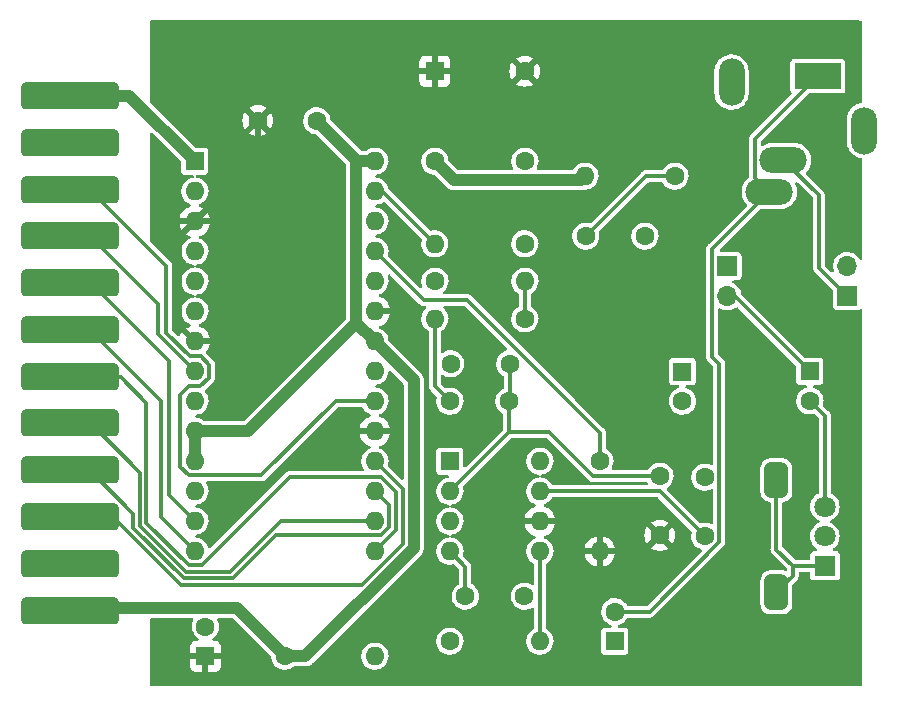
<source format=gbl>
%TF.GenerationSoftware,KiCad,Pcbnew,(6.0.4-0)*%
%TF.CreationDate,2022-07-12T12:37:45-04:00*%
%TF.ProjectId,vic1214,76696331-3231-4342-9e6b-696361645f70,rev?*%
%TF.SameCoordinates,Original*%
%TF.FileFunction,Copper,L2,Bot*%
%TF.FilePolarity,Positive*%
%FSLAX46Y46*%
G04 Gerber Fmt 4.6, Leading zero omitted, Abs format (unit mm)*
G04 Created by KiCad (PCBNEW (6.0.4-0)) date 2022-07-12 12:37:45*
%MOMM*%
%LPD*%
G01*
G04 APERTURE LIST*
G04 Aperture macros list*
%AMRoundRect*
0 Rectangle with rounded corners*
0 $1 Rounding radius*
0 $2 $3 $4 $5 $6 $7 $8 $9 X,Y pos of 4 corners*
0 Add a 4 corners polygon primitive as box body*
4,1,4,$2,$3,$4,$5,$6,$7,$8,$9,$2,$3,0*
0 Add four circle primitives for the rounded corners*
1,1,$1+$1,$2,$3*
1,1,$1+$1,$4,$5*
1,1,$1+$1,$6,$7*
1,1,$1+$1,$8,$9*
0 Add four rect primitives between the rounded corners*
20,1,$1+$1,$2,$3,$4,$5,0*
20,1,$1+$1,$4,$5,$6,$7,0*
20,1,$1+$1,$6,$7,$8,$9,0*
20,1,$1+$1,$8,$9,$2,$3,0*%
G04 Aperture macros list end*
%TA.AperFunction,ComponentPad*%
%ADD10R,1.600000X1.600000*%
%TD*%
%TA.AperFunction,ComponentPad*%
%ADD11C,1.600000*%
%TD*%
%TA.AperFunction,ComponentPad*%
%ADD12O,1.600000X1.600000*%
%TD*%
%TA.AperFunction,ComponentPad*%
%ADD13O,4.000000X2.200000*%
%TD*%
%TA.AperFunction,ComponentPad*%
%ADD14O,2.200000X4.000000*%
%TD*%
%TA.AperFunction,ComponentPad*%
%ADD15R,4.000000X2.200000*%
%TD*%
%TA.AperFunction,ComponentPad*%
%ADD16R,1.800000X1.800000*%
%TD*%
%TA.AperFunction,ComponentPad*%
%ADD17C,1.800000*%
%TD*%
%TA.AperFunction,ComponentPad*%
%ADD18RoundRect,0.500000X0.500000X-1.000000X0.500000X1.000000X-0.500000X1.000000X-0.500000X-1.000000X0*%
%TD*%
%TA.AperFunction,ComponentPad*%
%ADD19R,1.700000X1.700000*%
%TD*%
%TA.AperFunction,ComponentPad*%
%ADD20O,1.700000X1.700000*%
%TD*%
%TA.AperFunction,SMDPad,CuDef*%
%ADD21RoundRect,0.342900X3.784600X-0.800100X3.784600X0.800100X-3.784600X0.800100X-3.784600X-0.800100X0*%
%TD*%
%TA.AperFunction,Conductor*%
%ADD22C,0.300000*%
%TD*%
%TA.AperFunction,Conductor*%
%ADD23C,1.000000*%
%TD*%
%TA.AperFunction,Conductor*%
%ADD24C,0.508000*%
%TD*%
G04 APERTURE END LIST*
D10*
%TO.P,C108,1*%
%TO.N,Net-(C108-Pad1)*%
X114935000Y-101640000D03*
D11*
%TO.P,C108,2*%
%TO.N,Net-(C108-Pad2)*%
X114935000Y-104140000D03*
%TD*%
D10*
%TO.P,C111,1*%
%TO.N,Net-(C111-Pad1)*%
X109220000Y-124460000D03*
D11*
%TO.P,C111,2*%
%TO.N,Net-(C111-Pad2)*%
X109220000Y-121960000D03*
%TD*%
%TO.P,R104,1*%
%TO.N,Net-(C103-Pad1)*%
X114300000Y-85090000D03*
D12*
%TO.P,R104,2*%
%TO.N,GND*%
X106680000Y-85090000D03*
%TD*%
D10*
%TO.P,U102,1,GND*%
%TO.N,GND*%
X73660000Y-83820000D03*
D12*
%TO.P,U102,2,~{RESET}*%
%TO.N,Net-(R101-Pad1)*%
X73660000Y-86360000D03*
%TO.P,U102,3,ROM_DIS*%
%TO.N,VCC*%
X73660000Y-88900000D03*
%TO.P,U102,4,C1*%
%TO.N,unconnected-(U102-Pad4)*%
X73660000Y-91440000D03*
%TO.P,U102,5,C2*%
%TO.N,unconnected-(U102-Pad5)*%
X73660000Y-93980000D03*
%TO.P,U102,6,C3*%
%TO.N,unconnected-(U102-Pad6)*%
X73660000Y-96520000D03*
%TO.P,U102,7,VCC*%
%TO.N,VCC*%
X73660000Y-99060000D03*
%TO.P,U102,8,SBY*%
%TO.N,PB6*%
X73660000Y-101600000D03*
%TO.P,U102,9,~{LRQ}*%
%TO.N,unconnected-(U102-Pad9)*%
X73660000Y-104140000D03*
%TO.P,U102,10,A8*%
%TO.N,GND*%
X73660000Y-106680000D03*
%TO.P,U102,11,A7*%
X73660000Y-109220000D03*
%TO.P,U102,12,SER_OUT*%
%TO.N,unconnected-(U102-Pad12)*%
X73660000Y-111760000D03*
%TO.P,U102,13,A6*%
%TO.N,PB5*%
X73660000Y-114300000D03*
%TO.P,U102,14,A5*%
%TO.N,PB4*%
X73660000Y-116840000D03*
%TO.P,U102,15,A4*%
%TO.N,PB3*%
X88900000Y-116840000D03*
%TO.P,U102,16,A3*%
%TO.N,PB2*%
X88900000Y-114300000D03*
%TO.P,U102,17,A2*%
%TO.N,PB1*%
X88900000Y-111760000D03*
%TO.P,U102,18,A1*%
%TO.N,PB0*%
X88900000Y-109220000D03*
%TO.P,U102,19,SE*%
%TO.N,VCC*%
X88900000Y-106680000D03*
%TO.P,U102,20,~{ALD}*%
%TO.N,PB7*%
X88900000Y-104140000D03*
%TO.P,U102,21,SER_IN*%
%TO.N,unconnected-(U102-Pad21)*%
X88900000Y-101600000D03*
%TO.P,U102,22,TEST*%
%TO.N,GND*%
X88900000Y-99060000D03*
%TO.P,U102,23,VD1*%
%TO.N,VCC*%
X88900000Y-96520000D03*
%TO.P,U102,24,DIG_OUT*%
%TO.N,Net-(JP101-Pad1)*%
X88900000Y-93980000D03*
%TO.P,U102,25,~{SBY_RESET}*%
%TO.N,Net-(R101-Pad1)*%
X88900000Y-91440000D03*
%TO.P,U102,26,ROMCLK*%
%TO.N,unconnected-(U102-Pad26)*%
X88900000Y-88900000D03*
%TO.P,U102,27,XTAL1*%
%TO.N,Net-(R102-Pad2)*%
X88900000Y-86360000D03*
%TO.P,U102,28,XTAL2*%
%TO.N,GND*%
X88900000Y-83820000D03*
%TD*%
D11*
%TO.P,R101,1*%
%TO.N,Net-(R101-Pad1)*%
X107950000Y-109220000D03*
D12*
%TO.P,R101,2*%
%TO.N,VCC*%
X107950000Y-116840000D03*
%TD*%
D13*
%TO.P,J101,R*%
%TO.N,Net-(C111-Pad2)*%
X122296000Y-86422500D03*
%TO.P,J101,RN*%
%TO.N,Net-(J101-PadRN)*%
X123496000Y-83722500D03*
D14*
%TO.P,J101,S*%
%TO.N,GNDA*%
X130296000Y-81222500D03*
D15*
%TO.P,J101,T*%
%TO.N,Net-(C111-Pad2)*%
X126396000Y-76622500D03*
D14*
%TO.P,J101,TN*%
%TO.N,unconnected-(J101-PadTN)*%
X119096000Y-77122500D03*
%TD*%
D11*
%TO.P,C109,1*%
%TO.N,Net-(C109-Pad1)*%
X116840000Y-115570000D03*
%TO.P,C109,2*%
%TO.N,GNDA*%
X116840000Y-110570000D03*
%TD*%
D10*
%TO.P,U103,1,GAIN*%
%TO.N,Net-(C108-Pad1)*%
X95250000Y-109220000D03*
D12*
%TO.P,U103,2,-*%
%TO.N,GNDA*%
X95250000Y-111760000D03*
%TO.P,U103,3,+*%
%TO.N,Net-(U103-Pad3)*%
X95250000Y-114300000D03*
%TO.P,U103,4,GND*%
%TO.N,GNDA*%
X95250000Y-116840000D03*
%TO.P,U103,5*%
%TO.N,Net-(C111-Pad1)*%
X102870000Y-116840000D03*
%TO.P,U103,6,V+*%
%TO.N,VCC*%
X102870000Y-114300000D03*
%TO.P,U103,7,BYPASS*%
%TO.N,Net-(C109-Pad1)*%
X102870000Y-111760000D03*
%TO.P,U103,8,GAIN*%
%TO.N,Net-(C108-Pad2)*%
X102870000Y-109220000D03*
%TD*%
D10*
%TO.P,X101,1,EN*%
%TO.N,VCC*%
X93980000Y-76200000D03*
D11*
%TO.P,X101,4,GND*%
%TO.N,GND*%
X93980000Y-83820000D03*
%TO.P,X101,5,OUT*%
%TO.N,Net-(C103-Pad2)*%
X101600000Y-83820000D03*
%TO.P,X101,8,Vcc*%
%TO.N,VCC*%
X101600000Y-76200000D03*
%TD*%
%TO.P,R105,1*%
%TO.N,Net-(C102-Pad1)*%
X101600000Y-97155000D03*
D12*
%TO.P,R105,2*%
%TO.N,Net-(C105-Pad1)*%
X93980000Y-97155000D03*
%TD*%
D16*
%TO.P,VR101,1,1*%
%TO.N,GNDA*%
X127000000Y-118070000D03*
D17*
%TO.P,VR101,2,2*%
%TO.N,Net-(U103-Pad3)*%
X127000000Y-115570000D03*
%TO.P,VR101,3,3*%
%TO.N,Net-(C106-Pad2)*%
X127000000Y-113070000D03*
D18*
%TO.P,VR101,MP,MountPin*%
%TO.N,GNDA*%
X122900000Y-110820000D03*
X122900000Y-120320000D03*
%TD*%
D11*
%TO.P,C103,1*%
%TO.N,Net-(C103-Pad1)*%
X106760000Y-90170000D03*
%TO.P,C103,2*%
%TO.N,Net-(C103-Pad2)*%
X111760000Y-90170000D03*
%TD*%
%TO.P,C107,1*%
%TO.N,VCC*%
X113030000Y-115490000D03*
%TO.P,C107,2*%
%TO.N,GNDA*%
X113030000Y-110490000D03*
%TD*%
D19*
%TO.P,LS101,1,1*%
%TO.N,Net-(J101-PadRN)*%
X128905000Y-95250000D03*
D20*
%TO.P,LS101,2,2*%
%TO.N,GNDA*%
X128905000Y-92710000D03*
%TD*%
D11*
%TO.P,R102,1*%
%TO.N,Net-(C103-Pad1)*%
X101600000Y-90805000D03*
D12*
%TO.P,R102,2*%
%TO.N,Net-(R102-Pad2)*%
X93980000Y-90805000D03*
%TD*%
D21*
%TO.P,U101,A*%
%TO.N,GND*%
X63100000Y-121876000D03*
%TO.P,U101,B*%
%TO.N,unconnected-(U101-PadB)*%
X63100000Y-117926000D03*
%TO.P,U101,C*%
%TO.N,PB0*%
X63100000Y-113976000D03*
%TO.P,U101,D*%
%TO.N,PB1*%
X63100000Y-109976000D03*
%TO.P,U101,E*%
%TO.N,PB2*%
X63100000Y-106026000D03*
%TO.P,U101,F*%
%TO.N,PB3*%
X63100000Y-102076000D03*
%TO.P,U101,H*%
%TO.N,PB4*%
X63100000Y-98076000D03*
%TO.P,U101,J*%
%TO.N,PB5*%
X63100000Y-94126000D03*
%TO.P,U101,K*%
%TO.N,PB6*%
X63100000Y-90176000D03*
%TO.P,U101,L*%
%TO.N,PB7*%
X63100000Y-86226000D03*
%TO.P,U101,M*%
%TO.N,unconnected-(U101-PadM)*%
X63100000Y-82276000D03*
%TO.P,U101,N*%
%TO.N,GND*%
X63100000Y-78276000D03*
%TD*%
D11*
%TO.P,C101,1*%
%TO.N,VCC*%
X78994000Y-80391000D03*
%TO.P,C101,2*%
%TO.N,GND*%
X83994000Y-80391000D03*
%TD*%
D19*
%TO.P,JP101,1,A*%
%TO.N,Net-(JP101-Pad1)*%
X118745000Y-92710000D03*
D20*
%TO.P,JP101,2,B*%
%TO.N,Net-(C105-Pad1)*%
X118745000Y-95250000D03*
%TD*%
D10*
%TO.P,C106,1*%
%TO.N,Net-(C105-Pad1)*%
X125730000Y-101600000D03*
D11*
%TO.P,C106,2*%
%TO.N,Net-(C106-Pad2)*%
X125730000Y-104100000D03*
%TD*%
%TO.P,C102,1*%
%TO.N,Net-(C102-Pad1)*%
X95330000Y-100965000D03*
%TO.P,C102,2*%
%TO.N,GNDA*%
X100330000Y-100965000D03*
%TD*%
D10*
%TO.P,C104,1*%
%TO.N,VCC*%
X74549000Y-125730000D03*
D11*
%TO.P,C104,2*%
%TO.N,GNDA*%
X74549000Y-123230000D03*
%TD*%
%TO.P,C105,1*%
%TO.N,Net-(C105-Pad1)*%
X95250000Y-104140000D03*
%TO.P,C105,2*%
%TO.N,GNDA*%
X100250000Y-104140000D03*
%TD*%
%TO.P,R106,1*%
%TO.N,Net-(C110-Pad1)*%
X95250000Y-124460000D03*
D12*
%TO.P,R106,2*%
%TO.N,Net-(C111-Pad1)*%
X102870000Y-124460000D03*
%TD*%
D11*
%TO.P,LK101,1*%
%TO.N,GND*%
X81280000Y-125730000D03*
D12*
%TO.P,LK101,2*%
%TO.N,GNDA*%
X88900000Y-125730000D03*
%TD*%
D11*
%TO.P,C110,1*%
%TO.N,Net-(C110-Pad1)*%
X101560000Y-120650000D03*
%TO.P,C110,2*%
%TO.N,GNDA*%
X96560000Y-120650000D03*
%TD*%
%TO.P,R103,1*%
%TO.N,Net-(JP101-Pad1)*%
X93980000Y-93980000D03*
D12*
%TO.P,R103,2*%
%TO.N,Net-(C102-Pad1)*%
X101600000Y-93980000D03*
%TD*%
D22*
%TO.N,Net-(C102-Pad1)*%
X101600000Y-93980000D02*
X101600000Y-97155000D01*
%TO.N,GNDA*%
X124272300Y-118070000D02*
X124272300Y-118947700D01*
X100250000Y-104140000D02*
X100250000Y-106760000D01*
X100330000Y-100965000D02*
X100330000Y-104060000D01*
X122900000Y-110820000D02*
X122900000Y-116697700D01*
X124272300Y-118947700D02*
X122900000Y-120320000D01*
X107338400Y-110490000D02*
X113030000Y-110490000D01*
X100250000Y-106760000D02*
X103608400Y-106760000D01*
X127000000Y-118070000D02*
X124272300Y-118070000D01*
X100330000Y-104060000D02*
X100250000Y-104140000D01*
X96560000Y-120650000D02*
X96560000Y-118150000D01*
X122900000Y-116697700D02*
X124272300Y-118070000D01*
X103608400Y-106760000D02*
X107338400Y-110490000D01*
X100250000Y-106760000D02*
X95250000Y-111760000D01*
X96560000Y-118150000D02*
X95250000Y-116840000D01*
%TO.N,Net-(C103-Pad1)*%
X106760000Y-90170000D02*
X111840000Y-85090000D01*
X111840000Y-85090000D02*
X114300000Y-85090000D01*
%TO.N,Net-(C105-Pad1)*%
X125730000Y-101600000D02*
X119380000Y-95250000D01*
X93980000Y-102870000D02*
X93980000Y-97155000D01*
X119380000Y-95250000D02*
X118745000Y-95250000D01*
X95250000Y-104140000D02*
X93980000Y-102870000D01*
%TO.N,Net-(C106-Pad2)*%
X127000000Y-105370000D02*
X127000000Y-113070000D01*
X125730000Y-104100000D02*
X127000000Y-105370000D01*
%TO.N,Net-(C109-Pad1)*%
X113030000Y-111760000D02*
X116840000Y-115570000D01*
X102870000Y-111760000D02*
X113030000Y-111760000D01*
%TO.N,Net-(C111-Pad1)*%
X102870000Y-116840000D02*
X102870000Y-124460000D01*
%TO.N,Net-(C111-Pad2)*%
X117462600Y-100407600D02*
X117462600Y-91255900D01*
X126396000Y-76622500D02*
X121077900Y-81940600D01*
X118058100Y-116061100D02*
X118058100Y-101003100D01*
X118058100Y-101003100D02*
X117462600Y-100407600D01*
X112159200Y-121960000D02*
X118058100Y-116061100D01*
X117462600Y-91255900D02*
X122296000Y-86422500D01*
X121077900Y-81940600D02*
X121077900Y-85204400D01*
X109220000Y-121960000D02*
X112159200Y-121960000D01*
X121077900Y-85204400D02*
X122296000Y-86422500D01*
%TO.N,Net-(J101-PadRN)*%
X126495600Y-86722100D02*
X123496000Y-83722500D01*
X126495600Y-92840600D02*
X126495600Y-86722100D01*
X128905000Y-95250000D02*
X126495600Y-92840600D01*
%TO.N,Net-(R101-Pad1)*%
X96682700Y-95567500D02*
X93027500Y-95567500D01*
X107950000Y-106834800D02*
X96682700Y-95567500D01*
X107950000Y-109220000D02*
X107950000Y-106834800D01*
X93027500Y-95567500D02*
X88900000Y-91440000D01*
%TO.N,Net-(R102-Pad2)*%
X89535000Y-86360000D02*
X88900000Y-86360000D01*
X93980000Y-90805000D02*
X89535000Y-86360000D01*
D23*
%TO.N,GND*%
X77204600Y-121654600D02*
X81280000Y-125730000D01*
X88900000Y-83820000D02*
X87336600Y-83820000D01*
X87336600Y-83733600D02*
X83994000Y-80391000D01*
X63100000Y-121876000D02*
X63321400Y-121654600D01*
X68116000Y-78276000D02*
X63100000Y-78276000D01*
X63321400Y-121654600D02*
X77204600Y-121654600D01*
X73660000Y-109220000D02*
X73660000Y-106680000D01*
X81280000Y-125730000D02*
X83025800Y-125730000D01*
X87336600Y-97496600D02*
X78153200Y-106680000D01*
X78153200Y-106680000D02*
X73660000Y-106680000D01*
X87336600Y-83820000D02*
X87336600Y-83733600D01*
X73660000Y-83820000D02*
X68116000Y-78276000D01*
X106349100Y-85420900D02*
X106680000Y-85090000D01*
X92191500Y-116564300D02*
X92191500Y-102351500D01*
X95580900Y-85420900D02*
X106349100Y-85420900D01*
X87336600Y-97496600D02*
X87336600Y-83820000D01*
X83025800Y-125730000D02*
X92191500Y-116564300D01*
X88900000Y-99060000D02*
X87336600Y-97496600D01*
X92191500Y-102351500D02*
X88900000Y-99060000D01*
X93980000Y-83820000D02*
X95580900Y-85420900D01*
D22*
%TO.N,PB0*%
X91240300Y-111560300D02*
X88900000Y-109220000D01*
X63100000Y-113976000D02*
X66760400Y-113976000D01*
X87772600Y-119695200D02*
X91240300Y-116227500D01*
X66760400Y-113976000D02*
X72479600Y-119695200D01*
X72479600Y-119695200D02*
X87772600Y-119695200D01*
X91240300Y-116227500D02*
X91240300Y-111560300D01*
%TO.N,PB1*%
X68460600Y-114898000D02*
X72707500Y-119144900D01*
X63100000Y-109976000D02*
X64739000Y-109976000D01*
X68460600Y-113697600D02*
X68460600Y-114898000D01*
X76858900Y-119144900D02*
X80503400Y-115500400D01*
X90105600Y-112965600D02*
X88900000Y-111760000D01*
X90105600Y-114802100D02*
X90105600Y-112965600D01*
X89407300Y-115500400D02*
X90105600Y-114802100D01*
X80503400Y-115500400D02*
X89407300Y-115500400D01*
X72707500Y-119144900D02*
X76858900Y-119144900D01*
X64739000Y-109976000D02*
X68460600Y-113697600D01*
%TO.N,PB2*%
X80925500Y-114300000D02*
X88900000Y-114300000D01*
X69011000Y-110184100D02*
X69011000Y-114670200D01*
X69011000Y-114670200D02*
X72935400Y-118594600D01*
X63100000Y-106026000D02*
X64852900Y-106026000D01*
X72935400Y-118594600D02*
X76630900Y-118594600D01*
X64852900Y-106026000D02*
X69011000Y-110184100D01*
X76630900Y-118594600D02*
X80925500Y-114300000D01*
%TO.N,PB3*%
X67379600Y-102076000D02*
X69561400Y-104257800D01*
X74222500Y-118040400D02*
X81714700Y-110548200D01*
X63100000Y-102076000D02*
X67379600Y-102076000D01*
X90689900Y-111788300D02*
X90689900Y-115050100D01*
X69561400Y-104257800D02*
X69561400Y-114442200D01*
X81714700Y-110548200D02*
X89449800Y-110548200D01*
X89449800Y-110548200D02*
X90689900Y-111788300D01*
X69561400Y-114442200D02*
X73159600Y-118040400D01*
X90689900Y-115050100D02*
X88900000Y-116840000D01*
X73159600Y-118040400D02*
X74222500Y-118040400D01*
%TO.N,PB4*%
X70781000Y-113961000D02*
X73660000Y-116840000D01*
X70780900Y-113961000D02*
X70781000Y-113961000D01*
X70780900Y-104108600D02*
X70780900Y-113961000D01*
X64748300Y-98076000D02*
X70780900Y-104108600D01*
X63100000Y-98076000D02*
X64748300Y-98076000D01*
%TO.N,PB5*%
X64830700Y-94126000D02*
X71458900Y-100754200D01*
X71458900Y-100754200D02*
X71458900Y-112098900D01*
X71458900Y-112098900D02*
X73660000Y-114300000D01*
X63100000Y-94126000D02*
X64830700Y-94126000D01*
%TO.N,PB6*%
X70548500Y-95928500D02*
X70548500Y-98488600D01*
X70548600Y-98488600D02*
X73660000Y-101600000D01*
X63100000Y-90176000D02*
X64796000Y-90176000D01*
X64796000Y-90176000D02*
X70548500Y-95928500D01*
X70548500Y-98488600D02*
X70548600Y-98488600D01*
%TO.N,PB7*%
X63100000Y-86226000D02*
X64803100Y-86226000D01*
X74860400Y-102140200D02*
X74130600Y-102870000D01*
X71238700Y-98336300D02*
X73232400Y-100330000D01*
X74860400Y-101042200D02*
X74860400Y-102140200D01*
X73148100Y-110428500D02*
X79290700Y-110428500D01*
X74148200Y-100330000D02*
X74860400Y-101042200D01*
X73190600Y-102870000D02*
X72410300Y-103650300D01*
X74130600Y-102870000D02*
X73190600Y-102870000D01*
X71238700Y-92661600D02*
X71238700Y-98336300D01*
X85579200Y-104140000D02*
X88900000Y-104140000D01*
X72410300Y-103650300D02*
X72410300Y-109690700D01*
X79290700Y-110428500D02*
X85579200Y-104140000D01*
X73232400Y-100330000D02*
X74148200Y-100330000D01*
X64803100Y-86226000D02*
X71238700Y-92661600D01*
X72410300Y-109690700D02*
X73148100Y-110428500D01*
D24*
%TO.N,VCC*%
X72355600Y-97755600D02*
X72355600Y-90204400D01*
X73660000Y-99060000D02*
X72355600Y-97755600D01*
X78994000Y-80391000D02*
X78994000Y-83566000D01*
X78994000Y-83566000D02*
X73660000Y-88900000D01*
X72355600Y-90204400D02*
X73660000Y-88900000D01*
%TD*%
%TA.AperFunction,Conductor*%
%TO.N,VCC*%
G36*
X124697028Y-85631342D02*
G01*
X125958195Y-86892509D01*
X125992221Y-86954821D01*
X125995100Y-86981604D01*
X125995100Y-92770419D01*
X125993772Y-92782304D01*
X125994282Y-92782345D01*
X125993562Y-92791291D01*
X125991581Y-92800047D01*
X125992137Y-92809007D01*
X125994858Y-92852864D01*
X125995100Y-92860667D01*
X125995100Y-92876540D01*
X125995735Y-92880974D01*
X125996548Y-92886650D01*
X125997578Y-92896706D01*
X125998290Y-92908174D01*
X126000459Y-92943138D01*
X126003507Y-92951582D01*
X126004276Y-92955294D01*
X126007943Y-92969999D01*
X126009004Y-92973627D01*
X126010277Y-92982518D01*
X126029539Y-93024882D01*
X126033346Y-93034237D01*
X126046091Y-93069543D01*
X126046093Y-93069547D01*
X126049140Y-93077987D01*
X126054435Y-93085235D01*
X126056211Y-93088575D01*
X126063874Y-93101689D01*
X126065903Y-93104861D01*
X126069616Y-93113028D01*
X126075471Y-93119823D01*
X126075473Y-93119826D01*
X126099987Y-93148275D01*
X126106275Y-93156195D01*
X126114122Y-93166936D01*
X126124865Y-93177679D01*
X126131223Y-93184525D01*
X126163200Y-93221637D01*
X126170734Y-93226520D01*
X126177496Y-93232419D01*
X126177492Y-93232424D01*
X126188586Y-93241400D01*
X127667595Y-94720409D01*
X127701621Y-94782721D01*
X127704500Y-94809504D01*
X127704500Y-96133218D01*
X127705170Y-96137768D01*
X127705170Y-96137771D01*
X127713216Y-96192426D01*
X127714642Y-96202112D01*
X127736400Y-96246428D01*
X127751600Y-96277386D01*
X127766068Y-96306855D01*
X127773438Y-96314212D01*
X127829448Y-96370124D01*
X127848650Y-96389293D01*
X127858006Y-96393866D01*
X127858007Y-96393867D01*
X127885308Y-96407212D01*
X127953482Y-96440536D01*
X127977597Y-96444054D01*
X128017256Y-96449840D01*
X128017260Y-96449840D01*
X128021782Y-96450500D01*
X129788218Y-96450500D01*
X129792768Y-96449830D01*
X129792771Y-96449830D01*
X129847426Y-96441784D01*
X129847427Y-96441784D01*
X129857112Y-96440358D01*
X129951804Y-96393867D01*
X129952507Y-96393522D01*
X129952509Y-96393521D01*
X129961855Y-96388932D01*
X129969211Y-96381563D01*
X129975653Y-96376951D01*
X130042686Y-96353560D01*
X130111724Y-96370124D01*
X130160847Y-96421382D01*
X130175000Y-96479402D01*
X130175000Y-128144000D01*
X130154998Y-128212121D01*
X130101342Y-128258614D01*
X130049000Y-128270000D01*
X69976000Y-128270000D01*
X69907879Y-128249998D01*
X69861386Y-128196342D01*
X69850000Y-128144000D01*
X69850000Y-126574669D01*
X73241001Y-126574669D01*
X73241371Y-126581490D01*
X73246895Y-126632352D01*
X73250521Y-126647604D01*
X73295676Y-126768054D01*
X73304214Y-126783649D01*
X73380715Y-126885724D01*
X73393276Y-126898285D01*
X73495351Y-126974786D01*
X73510946Y-126983324D01*
X73631394Y-127028478D01*
X73646649Y-127032105D01*
X73697514Y-127037631D01*
X73704328Y-127038000D01*
X74276885Y-127038000D01*
X74292124Y-127033525D01*
X74293329Y-127032135D01*
X74295000Y-127024452D01*
X74295000Y-127019884D01*
X74803000Y-127019884D01*
X74807475Y-127035123D01*
X74808865Y-127036328D01*
X74816548Y-127037999D01*
X75393669Y-127037999D01*
X75400490Y-127037629D01*
X75451352Y-127032105D01*
X75466604Y-127028479D01*
X75587054Y-126983324D01*
X75602649Y-126974786D01*
X75704724Y-126898285D01*
X75717285Y-126885724D01*
X75793786Y-126783649D01*
X75802324Y-126768054D01*
X75847478Y-126647606D01*
X75851105Y-126632351D01*
X75856631Y-126581486D01*
X75857000Y-126574672D01*
X75857000Y-126002115D01*
X75852525Y-125986876D01*
X75851135Y-125985671D01*
X75843452Y-125984000D01*
X74821115Y-125984000D01*
X74805876Y-125988475D01*
X74804671Y-125989865D01*
X74803000Y-125997548D01*
X74803000Y-127019884D01*
X74295000Y-127019884D01*
X74295000Y-126002115D01*
X74290525Y-125986876D01*
X74289135Y-125985671D01*
X74281452Y-125984000D01*
X73259116Y-125984000D01*
X73243877Y-125988475D01*
X73242672Y-125989865D01*
X73241001Y-125997548D01*
X73241001Y-126574669D01*
X69850000Y-126574669D01*
X69850000Y-122631100D01*
X69870002Y-122562979D01*
X69923658Y-122516486D01*
X69976000Y-122505100D01*
X73421611Y-122505100D01*
X73489732Y-122525102D01*
X73536225Y-122578758D01*
X73546329Y-122649032D01*
X73533119Y-122689767D01*
X73485276Y-122780703D01*
X73481523Y-122787836D01*
X73444049Y-122908521D01*
X73423280Y-122975411D01*
X73418820Y-122989773D01*
X73393967Y-123199754D01*
X73407796Y-123410749D01*
X73409217Y-123416345D01*
X73409218Y-123416350D01*
X73443084Y-123549694D01*
X73459845Y-123615690D01*
X73462262Y-123620933D01*
X73462872Y-123622256D01*
X73548369Y-123807714D01*
X73670405Y-123980391D01*
X73821865Y-124127937D01*
X73826665Y-124131144D01*
X73916598Y-124191236D01*
X73962126Y-124245713D01*
X73970974Y-124316156D01*
X73940332Y-124380200D01*
X73879930Y-124417512D01*
X73846596Y-124422001D01*
X73704331Y-124422001D01*
X73697510Y-124422371D01*
X73646648Y-124427895D01*
X73631396Y-124431521D01*
X73510946Y-124476676D01*
X73495351Y-124485214D01*
X73393276Y-124561715D01*
X73380715Y-124574276D01*
X73304214Y-124676351D01*
X73295676Y-124691946D01*
X73250522Y-124812394D01*
X73246895Y-124827649D01*
X73241369Y-124878514D01*
X73241000Y-124885328D01*
X73241000Y-125457885D01*
X73245475Y-125473124D01*
X73246865Y-125474329D01*
X73254548Y-125476000D01*
X75838884Y-125476000D01*
X75854123Y-125471525D01*
X75855328Y-125470135D01*
X75856999Y-125462452D01*
X75856999Y-124885331D01*
X75856629Y-124878510D01*
X75851105Y-124827648D01*
X75847479Y-124812396D01*
X75802324Y-124691946D01*
X75793786Y-124676351D01*
X75717285Y-124574276D01*
X75704724Y-124561715D01*
X75602649Y-124485214D01*
X75587054Y-124476676D01*
X75466606Y-124431522D01*
X75451351Y-124427895D01*
X75400486Y-124422369D01*
X75393672Y-124422000D01*
X75258139Y-124422000D01*
X75190018Y-124401998D01*
X75143525Y-124348342D01*
X75133421Y-124278068D01*
X75162915Y-124213488D01*
X75193704Y-124188403D01*
X75193642Y-124188312D01*
X75194751Y-124187550D01*
X75196571Y-124186067D01*
X75198395Y-124185046D01*
X75198399Y-124185043D01*
X75203442Y-124182219D01*
X75366012Y-124047012D01*
X75501219Y-123884442D01*
X75504043Y-123879399D01*
X75504046Y-123879395D01*
X75601713Y-123704998D01*
X75601714Y-123704996D01*
X75604537Y-123699955D01*
X75606393Y-123694488D01*
X75606395Y-123694483D01*
X75670647Y-123505200D01*
X75672504Y-123499730D01*
X75677904Y-123462493D01*
X75702314Y-123294140D01*
X75702314Y-123294138D01*
X75702846Y-123290470D01*
X75704429Y-123230000D01*
X75685081Y-123019440D01*
X75627686Y-122815931D01*
X75625132Y-122810753D01*
X75625129Y-122810744D01*
X75564020Y-122686828D01*
X75551830Y-122616886D01*
X75579389Y-122551457D01*
X75637947Y-122511313D01*
X75677026Y-122505100D01*
X76800121Y-122505100D01*
X76868242Y-122525102D01*
X76889216Y-122542005D01*
X80096904Y-125749692D01*
X80130930Y-125812004D01*
X80133539Y-125830546D01*
X80138796Y-125910749D01*
X80140217Y-125916345D01*
X80140218Y-125916350D01*
X80162000Y-126002115D01*
X80190845Y-126115690D01*
X80279369Y-126307714D01*
X80401405Y-126480391D01*
X80552865Y-126627937D01*
X80557661Y-126631142D01*
X80557664Y-126631144D01*
X80700936Y-126726875D01*
X80728677Y-126745411D01*
X80733985Y-126747692D01*
X80733986Y-126747692D01*
X80917650Y-126826600D01*
X80917653Y-126826601D01*
X80922953Y-126828878D01*
X80928582Y-126830152D01*
X80928583Y-126830152D01*
X81123550Y-126874269D01*
X81123553Y-126874269D01*
X81129186Y-126875544D01*
X81134957Y-126875771D01*
X81134959Y-126875771D01*
X81196989Y-126878208D01*
X81340470Y-126883846D01*
X81346179Y-126883018D01*
X81346183Y-126883018D01*
X81544015Y-126854333D01*
X81544019Y-126854332D01*
X81549730Y-126853504D01*
X81628987Y-126826600D01*
X81744483Y-126787395D01*
X81744488Y-126787393D01*
X81749955Y-126785537D01*
X81754998Y-126782713D01*
X81929395Y-126685046D01*
X81929399Y-126685043D01*
X81934442Y-126682219D01*
X82021727Y-126609626D01*
X82086890Y-126581445D01*
X82102295Y-126580500D01*
X82984738Y-126580500D01*
X82995279Y-126580942D01*
X83046702Y-126585260D01*
X83053462Y-126584358D01*
X83053466Y-126584358D01*
X83126459Y-126574619D01*
X83129513Y-126574249D01*
X83202728Y-126566295D01*
X83202731Y-126566294D01*
X83209509Y-126565558D01*
X83215969Y-126563384D01*
X83219017Y-126562714D01*
X83219478Y-126562633D01*
X83219629Y-126562597D01*
X83220088Y-126562464D01*
X83223107Y-126561722D01*
X83229869Y-126560820D01*
X83236279Y-126558487D01*
X83236283Y-126558486D01*
X83305471Y-126533303D01*
X83308377Y-126532285D01*
X83378177Y-126508795D01*
X83378179Y-126508794D01*
X83384648Y-126506617D01*
X83390502Y-126503100D01*
X83393314Y-126501800D01*
X83393757Y-126501618D01*
X83393916Y-126501542D01*
X83394334Y-126501314D01*
X83397103Y-126499951D01*
X83403515Y-126497618D01*
X83409273Y-126493964D01*
X83409279Y-126493961D01*
X83471444Y-126454510D01*
X83474063Y-126452892D01*
X83537193Y-126414959D01*
X83537195Y-126414958D01*
X83543044Y-126411443D01*
X83548003Y-126406754D01*
X83550482Y-126404872D01*
X83551259Y-126404332D01*
X83555169Y-126401375D01*
X83559538Y-126398602D01*
X83563772Y-126394817D01*
X83617278Y-126341311D01*
X83619800Y-126338858D01*
X83672349Y-126289165D01*
X83672351Y-126289163D01*
X83677307Y-126284476D01*
X83681141Y-126278834D01*
X83685567Y-126273634D01*
X83685971Y-126273978D01*
X83692507Y-126266082D01*
X84258835Y-125699754D01*
X87744967Y-125699754D01*
X87758796Y-125910749D01*
X87760217Y-125916345D01*
X87760218Y-125916350D01*
X87782000Y-126002115D01*
X87810845Y-126115690D01*
X87899369Y-126307714D01*
X88021405Y-126480391D01*
X88172865Y-126627937D01*
X88177661Y-126631142D01*
X88177664Y-126631144D01*
X88320936Y-126726875D01*
X88348677Y-126745411D01*
X88353985Y-126747692D01*
X88353986Y-126747692D01*
X88537650Y-126826600D01*
X88537653Y-126826601D01*
X88542953Y-126828878D01*
X88548582Y-126830152D01*
X88548583Y-126830152D01*
X88743550Y-126874269D01*
X88743553Y-126874269D01*
X88749186Y-126875544D01*
X88754957Y-126875771D01*
X88754959Y-126875771D01*
X88816989Y-126878208D01*
X88960470Y-126883846D01*
X88966179Y-126883018D01*
X88966183Y-126883018D01*
X89164015Y-126854333D01*
X89164019Y-126854332D01*
X89169730Y-126853504D01*
X89248987Y-126826600D01*
X89364483Y-126787395D01*
X89364488Y-126787393D01*
X89369955Y-126785537D01*
X89374998Y-126782713D01*
X89549395Y-126685046D01*
X89549399Y-126685043D01*
X89554442Y-126682219D01*
X89717012Y-126547012D01*
X89852219Y-126384442D01*
X89855043Y-126379399D01*
X89855046Y-126379395D01*
X89952713Y-126204998D01*
X89952714Y-126204996D01*
X89955537Y-126199955D01*
X89957393Y-126194488D01*
X89957395Y-126194483D01*
X90021647Y-126005200D01*
X90023504Y-125999730D01*
X90024935Y-125989865D01*
X90053314Y-125794140D01*
X90053314Y-125794138D01*
X90053846Y-125790470D01*
X90055429Y-125730000D01*
X90036081Y-125519440D01*
X90023359Y-125474329D01*
X90001756Y-125397731D01*
X89978686Y-125315931D01*
X89969731Y-125297771D01*
X89887719Y-125131469D01*
X89885165Y-125126290D01*
X89758651Y-124956867D01*
X89603381Y-124813337D01*
X89424554Y-124700505D01*
X89228160Y-124622152D01*
X89222503Y-124621027D01*
X89222497Y-124621025D01*
X89026442Y-124582028D01*
X89026440Y-124582028D01*
X89020775Y-124580901D01*
X89015000Y-124580825D01*
X89014996Y-124580825D01*
X88908976Y-124579437D01*
X88809346Y-124578133D01*
X88803649Y-124579112D01*
X88803648Y-124579112D01*
X88606650Y-124612962D01*
X88606649Y-124612962D01*
X88600953Y-124613941D01*
X88402575Y-124687127D01*
X88397614Y-124690079D01*
X88397613Y-124690079D01*
X88330966Y-124729730D01*
X88220856Y-124795238D01*
X88061881Y-124934655D01*
X87930976Y-125100708D01*
X87928287Y-125105819D01*
X87928285Y-125105822D01*
X87914792Y-125131469D01*
X87832523Y-125287836D01*
X87798897Y-125396131D01*
X87774280Y-125475411D01*
X87769820Y-125489773D01*
X87744967Y-125699754D01*
X84258835Y-125699754D01*
X85528835Y-124429754D01*
X94094967Y-124429754D01*
X94108796Y-124640749D01*
X94110217Y-124646345D01*
X94110218Y-124646350D01*
X94132784Y-124735200D01*
X94160845Y-124845690D01*
X94249369Y-125037714D01*
X94371405Y-125210391D01*
X94522865Y-125357937D01*
X94527661Y-125361142D01*
X94527664Y-125361144D01*
X94608415Y-125415100D01*
X94698677Y-125475411D01*
X94703985Y-125477692D01*
X94703986Y-125477692D01*
X94887650Y-125556600D01*
X94887653Y-125556601D01*
X94892953Y-125558878D01*
X94898582Y-125560152D01*
X94898583Y-125560152D01*
X95093550Y-125604269D01*
X95093553Y-125604269D01*
X95099186Y-125605544D01*
X95104957Y-125605771D01*
X95104959Y-125605771D01*
X95166989Y-125608208D01*
X95310470Y-125613846D01*
X95316179Y-125613018D01*
X95316183Y-125613018D01*
X95514015Y-125584333D01*
X95514019Y-125584332D01*
X95519730Y-125583504D01*
X95607038Y-125553867D01*
X95714483Y-125517395D01*
X95714488Y-125517393D01*
X95719955Y-125515537D01*
X95765960Y-125489773D01*
X95899395Y-125415046D01*
X95899399Y-125415043D01*
X95904442Y-125412219D01*
X96067012Y-125277012D01*
X96202219Y-125114442D01*
X96205043Y-125109399D01*
X96205046Y-125109395D01*
X96302713Y-124934998D01*
X96302714Y-124934996D01*
X96305537Y-124929955D01*
X96307393Y-124924488D01*
X96307395Y-124924483D01*
X96371647Y-124735200D01*
X96373504Y-124729730D01*
X96379254Y-124690079D01*
X96403314Y-124524140D01*
X96403314Y-124524138D01*
X96403846Y-124520470D01*
X96405429Y-124460000D01*
X96386081Y-124249440D01*
X96328686Y-124045931D01*
X96317553Y-124023354D01*
X96237719Y-123861469D01*
X96235165Y-123856290D01*
X96108651Y-123686867D01*
X95980237Y-123568162D01*
X95957622Y-123547257D01*
X95957620Y-123547255D01*
X95953381Y-123543337D01*
X95892938Y-123505200D01*
X95779434Y-123433584D01*
X95779433Y-123433584D01*
X95774554Y-123430505D01*
X95578160Y-123352152D01*
X95572503Y-123351027D01*
X95572497Y-123351025D01*
X95376442Y-123312028D01*
X95376440Y-123312028D01*
X95370775Y-123310901D01*
X95365000Y-123310825D01*
X95364996Y-123310825D01*
X95258976Y-123309437D01*
X95159346Y-123308133D01*
X95153649Y-123309112D01*
X95153648Y-123309112D01*
X94956650Y-123342962D01*
X94956649Y-123342962D01*
X94950953Y-123343941D01*
X94752575Y-123417127D01*
X94747614Y-123420079D01*
X94747613Y-123420079D01*
X94730089Y-123430505D01*
X94570856Y-123525238D01*
X94411881Y-123664655D01*
X94280976Y-123830708D01*
X94278287Y-123835819D01*
X94278285Y-123835822D01*
X94264792Y-123861469D01*
X94182523Y-124017836D01*
X94149586Y-124123910D01*
X94121772Y-124213488D01*
X94119820Y-124219773D01*
X94094967Y-124429754D01*
X85528835Y-124429754D01*
X92763856Y-117194733D01*
X92771623Y-117187590D01*
X92805827Y-117158685D01*
X92811040Y-117154280D01*
X92827879Y-117132256D01*
X92852643Y-117099865D01*
X92859926Y-117090340D01*
X92861817Y-117087929D01*
X92907955Y-117030546D01*
X92907961Y-117030536D01*
X92912230Y-117025227D01*
X92915260Y-117019123D01*
X92916931Y-117016510D01*
X92917201Y-117016124D01*
X92917302Y-117015961D01*
X92917522Y-117015562D01*
X92919138Y-117012893D01*
X92923277Y-117007480D01*
X92957291Y-116934537D01*
X92958625Y-116931765D01*
X92991361Y-116865820D01*
X92991362Y-116865816D01*
X92994395Y-116859707D01*
X92996047Y-116853082D01*
X92997115Y-116850179D01*
X92997303Y-116849727D01*
X92997351Y-116849592D01*
X92997486Y-116849133D01*
X92998487Y-116846192D01*
X93001373Y-116840003D01*
X93014422Y-116781625D01*
X93018927Y-116761469D01*
X93019636Y-116758472D01*
X93037449Y-116687028D01*
X93037449Y-116687027D01*
X93039100Y-116680406D01*
X93039290Y-116673586D01*
X93039712Y-116670508D01*
X93039877Y-116669591D01*
X93040554Y-116664715D01*
X93041683Y-116659663D01*
X93042000Y-116653993D01*
X93042000Y-116578336D01*
X93042049Y-116574818D01*
X93043376Y-116527291D01*
X93044259Y-116495689D01*
X93042980Y-116488983D01*
X93042433Y-116482186D01*
X93042962Y-116482143D01*
X93042000Y-116471937D01*
X93042000Y-102392562D01*
X93042442Y-102382018D01*
X93045494Y-102345676D01*
X93046760Y-102330598D01*
X93042166Y-102296163D01*
X93036119Y-102250841D01*
X93035749Y-102247787D01*
X93027795Y-102174572D01*
X93027794Y-102174569D01*
X93027058Y-102167791D01*
X93024884Y-102161331D01*
X93024214Y-102158283D01*
X93024133Y-102157822D01*
X93024097Y-102157671D01*
X93023964Y-102157212D01*
X93023222Y-102154193D01*
X93022320Y-102147431D01*
X93019987Y-102141021D01*
X93019986Y-102141017D01*
X92994803Y-102071829D01*
X92993785Y-102068923D01*
X92970295Y-101999123D01*
X92970294Y-101999121D01*
X92968117Y-101992652D01*
X92964600Y-101986798D01*
X92963300Y-101983986D01*
X92963118Y-101983543D01*
X92963042Y-101983384D01*
X92962814Y-101982966D01*
X92961451Y-101980197D01*
X92959118Y-101973785D01*
X92955464Y-101968027D01*
X92955461Y-101968021D01*
X92916010Y-101905856D01*
X92914392Y-101903237D01*
X92876459Y-101840107D01*
X92876458Y-101840105D01*
X92872943Y-101834256D01*
X92868254Y-101829297D01*
X92866372Y-101826818D01*
X92865832Y-101826041D01*
X92862875Y-101822131D01*
X92860102Y-101817762D01*
X92856317Y-101813528D01*
X92802811Y-101760022D01*
X92800358Y-101757500D01*
X92750665Y-101704951D01*
X92750663Y-101704949D01*
X92745976Y-101699993D01*
X92740334Y-101696159D01*
X92735134Y-101691733D01*
X92735478Y-101691329D01*
X92727582Y-101684793D01*
X91409258Y-100366469D01*
X90082845Y-99040057D01*
X90048819Y-98977745D01*
X90046469Y-98962491D01*
X90036610Y-98855197D01*
X90036081Y-98849440D01*
X89978686Y-98645931D01*
X89975704Y-98639883D01*
X89887719Y-98461469D01*
X89885165Y-98456290D01*
X89778454Y-98313387D01*
X89762104Y-98291491D01*
X89762103Y-98291490D01*
X89758651Y-98286867D01*
X89657572Y-98193431D01*
X89607622Y-98147257D01*
X89607620Y-98147255D01*
X89603381Y-98143337D01*
X89540277Y-98103521D01*
X89429434Y-98033584D01*
X89429433Y-98033584D01*
X89424554Y-98030505D01*
X89331657Y-97993443D01*
X89275798Y-97949622D01*
X89252498Y-97882558D01*
X89269154Y-97813543D01*
X89320478Y-97764488D01*
X89338701Y-97757432D01*
X89338587Y-97757119D01*
X89354053Y-97751490D01*
X89551511Y-97659414D01*
X89561007Y-97653931D01*
X89739467Y-97528972D01*
X89747875Y-97521916D01*
X89901916Y-97367875D01*
X89908972Y-97359467D01*
X90033931Y-97181007D01*
X90039414Y-97171511D01*
X90131490Y-96974053D01*
X90135236Y-96963761D01*
X90181394Y-96791497D01*
X90181058Y-96777401D01*
X90173116Y-96774000D01*
X88772000Y-96774000D01*
X88703879Y-96753998D01*
X88657386Y-96700342D01*
X88646000Y-96648000D01*
X88646000Y-96392000D01*
X88666002Y-96323879D01*
X88719658Y-96277386D01*
X88772000Y-96266000D01*
X90167967Y-96266000D01*
X90181498Y-96262027D01*
X90182727Y-96253478D01*
X90135236Y-96076239D01*
X90131490Y-96065947D01*
X90039414Y-95868489D01*
X90033931Y-95858993D01*
X89908972Y-95680533D01*
X89901916Y-95672125D01*
X89747875Y-95518084D01*
X89739467Y-95511028D01*
X89561007Y-95386069D01*
X89551511Y-95380586D01*
X89354050Y-95288509D01*
X89338783Y-95282952D01*
X89281611Y-95240858D01*
X89256273Y-95174537D01*
X89270814Y-95105045D01*
X89320616Y-95054446D01*
X89341368Y-95045241D01*
X89369955Y-95035537D01*
X89379326Y-95030289D01*
X89549395Y-94935046D01*
X89549399Y-94935043D01*
X89554442Y-94932219D01*
X89717012Y-94797012D01*
X89852219Y-94634442D01*
X89855043Y-94629399D01*
X89855046Y-94629395D01*
X89952713Y-94454998D01*
X89952714Y-94454996D01*
X89955537Y-94449955D01*
X89957393Y-94444488D01*
X89957395Y-94444483D01*
X90021647Y-94255200D01*
X90023504Y-94249730D01*
X90030005Y-94204898D01*
X90053314Y-94044140D01*
X90053314Y-94044138D01*
X90053846Y-94040470D01*
X90055429Y-93980000D01*
X90036081Y-93769440D01*
X89985092Y-93588645D01*
X89980254Y-93571490D01*
X89980253Y-93571488D01*
X89978686Y-93565931D01*
X89978583Y-93565721D01*
X89972991Y-93496751D01*
X90006423Y-93434118D01*
X90068409Y-93399503D01*
X90139270Y-93403896D01*
X90185455Y-93433269D01*
X92623966Y-95871780D01*
X92631432Y-95881124D01*
X92631822Y-95880792D01*
X92637640Y-95887628D01*
X92642430Y-95895220D01*
X92649158Y-95901162D01*
X92649159Y-95901163D01*
X92682100Y-95930255D01*
X92687788Y-95935602D01*
X92699006Y-95946820D01*
X92702594Y-95949509D01*
X92702595Y-95949510D01*
X92707184Y-95952950D01*
X92715023Y-95959332D01*
X92749888Y-95990123D01*
X92758011Y-95993937D01*
X92761164Y-95996008D01*
X92774176Y-96003827D01*
X92777494Y-96005643D01*
X92784676Y-96011026D01*
X92828241Y-96027358D01*
X92837550Y-96031280D01*
X92879663Y-96051053D01*
X92888536Y-96052435D01*
X92892158Y-96053542D01*
X92906828Y-96057391D01*
X92910517Y-96058202D01*
X92918919Y-96061352D01*
X92927864Y-96062017D01*
X92927874Y-96062019D01*
X92965328Y-96064802D01*
X92975355Y-96065952D01*
X92988509Y-96068000D01*
X93003703Y-96068000D01*
X93013041Y-96068346D01*
X93061891Y-96071976D01*
X93070667Y-96070103D01*
X93079624Y-96069492D01*
X93079624Y-96069498D01*
X93093817Y-96068000D01*
X93139676Y-96068000D01*
X93207797Y-96088002D01*
X93254290Y-96141658D01*
X93264394Y-96211932D01*
X93234900Y-96276512D01*
X93222758Y-96288728D01*
X93141881Y-96359655D01*
X93010976Y-96525708D01*
X93008287Y-96530819D01*
X93008285Y-96530822D01*
X92982164Y-96580470D01*
X92912523Y-96712836D01*
X92849820Y-96914773D01*
X92824967Y-97124754D01*
X92838796Y-97335749D01*
X92840217Y-97341345D01*
X92840218Y-97341350D01*
X92862784Y-97430200D01*
X92890845Y-97540690D01*
X92893262Y-97545933D01*
X92926890Y-97618878D01*
X92979369Y-97732714D01*
X93101405Y-97905391D01*
X93165238Y-97967574D01*
X93232999Y-98033584D01*
X93252865Y-98052937D01*
X93257661Y-98056142D01*
X93257664Y-98056144D01*
X93366680Y-98128986D01*
X93421913Y-98165891D01*
X93423502Y-98166953D01*
X93469030Y-98221430D01*
X93479500Y-98271718D01*
X93479500Y-102799819D01*
X93478172Y-102811704D01*
X93478682Y-102811745D01*
X93477962Y-102820691D01*
X93475981Y-102829447D01*
X93476537Y-102838407D01*
X93479258Y-102882264D01*
X93479500Y-102890067D01*
X93479500Y-102905940D01*
X93480135Y-102910374D01*
X93480948Y-102916050D01*
X93481978Y-102926106D01*
X93484859Y-102972538D01*
X93487907Y-102980982D01*
X93488676Y-102984694D01*
X93492343Y-102999399D01*
X93493404Y-103003027D01*
X93494677Y-103011918D01*
X93513939Y-103054282D01*
X93517746Y-103063637D01*
X93530491Y-103098943D01*
X93530493Y-103098947D01*
X93533540Y-103107387D01*
X93538835Y-103114635D01*
X93540611Y-103117975D01*
X93548274Y-103131089D01*
X93550303Y-103134261D01*
X93554016Y-103142428D01*
X93559871Y-103149223D01*
X93559873Y-103149226D01*
X93584387Y-103177675D01*
X93590675Y-103185595D01*
X93598522Y-103196336D01*
X93609265Y-103207079D01*
X93615623Y-103213925D01*
X93647600Y-103251037D01*
X93655134Y-103255920D01*
X93661896Y-103261819D01*
X93661892Y-103261824D01*
X93672986Y-103270800D01*
X94109176Y-103706990D01*
X94143202Y-103769302D01*
X94140414Y-103833448D01*
X94119820Y-103899773D01*
X94094967Y-104109754D01*
X94108796Y-104320749D01*
X94110217Y-104326345D01*
X94110218Y-104326350D01*
X94132784Y-104415200D01*
X94160845Y-104525690D01*
X94249369Y-104717714D01*
X94371405Y-104890391D01*
X94522865Y-105037937D01*
X94527661Y-105041142D01*
X94527664Y-105041144D01*
X94648711Y-105122025D01*
X94698677Y-105155411D01*
X94703985Y-105157692D01*
X94703986Y-105157692D01*
X94887650Y-105236600D01*
X94887653Y-105236601D01*
X94892953Y-105238878D01*
X94898582Y-105240152D01*
X94898583Y-105240152D01*
X95093550Y-105284269D01*
X95093553Y-105284269D01*
X95099186Y-105285544D01*
X95104957Y-105285771D01*
X95104959Y-105285771D01*
X95166989Y-105288208D01*
X95310470Y-105293846D01*
X95316179Y-105293018D01*
X95316183Y-105293018D01*
X95514015Y-105264333D01*
X95514019Y-105264332D01*
X95519730Y-105263504D01*
X95576676Y-105244173D01*
X95714483Y-105197395D01*
X95714490Y-105197392D01*
X95719955Y-105195537D01*
X95740272Y-105184159D01*
X95899395Y-105095046D01*
X95899399Y-105095043D01*
X95904442Y-105092219D01*
X96067012Y-104957012D01*
X96202219Y-104794442D01*
X96205043Y-104789399D01*
X96205046Y-104789395D01*
X96302713Y-104614998D01*
X96302714Y-104614996D01*
X96305537Y-104609955D01*
X96307393Y-104604488D01*
X96307395Y-104604483D01*
X96371647Y-104415200D01*
X96373504Y-104409730D01*
X96387399Y-104313904D01*
X96403314Y-104204140D01*
X96403314Y-104204138D01*
X96403846Y-104200470D01*
X96405429Y-104140000D01*
X96386081Y-103929440D01*
X96328686Y-103725931D01*
X96322811Y-103714016D01*
X96237719Y-103541469D01*
X96235165Y-103536290D01*
X96132507Y-103398814D01*
X96112104Y-103371491D01*
X96112103Y-103371490D01*
X96108651Y-103366867D01*
X95953381Y-103223337D01*
X95938466Y-103213926D01*
X95779434Y-103113584D01*
X95779433Y-103113584D01*
X95774554Y-103110505D01*
X95578160Y-103032152D01*
X95572503Y-103031027D01*
X95572497Y-103031025D01*
X95376442Y-102992028D01*
X95376440Y-102992028D01*
X95370775Y-102990901D01*
X95365000Y-102990825D01*
X95364996Y-102990825D01*
X95258976Y-102989437D01*
X95159346Y-102988133D01*
X95153649Y-102989112D01*
X95153648Y-102989112D01*
X95100446Y-102998254D01*
X94950953Y-103023941D01*
X94945534Y-103025940D01*
X94939951Y-103027436D01*
X94939553Y-103025951D01*
X94876009Y-103030261D01*
X94814149Y-102996335D01*
X94517405Y-102699591D01*
X94483379Y-102637279D01*
X94480500Y-102610496D01*
X94480500Y-102016905D01*
X94500502Y-101948784D01*
X94554158Y-101902291D01*
X94624432Y-101892187D01*
X94676502Y-101912140D01*
X94731344Y-101948784D01*
X94778677Y-101980411D01*
X94783985Y-101982692D01*
X94783986Y-101982692D01*
X94967650Y-102061600D01*
X94967653Y-102061601D01*
X94972953Y-102063878D01*
X94978582Y-102065152D01*
X94978583Y-102065152D01*
X95173550Y-102109269D01*
X95173553Y-102109269D01*
X95179186Y-102110544D01*
X95184957Y-102110771D01*
X95184959Y-102110771D01*
X95246989Y-102113208D01*
X95390470Y-102118846D01*
X95396179Y-102118018D01*
X95396183Y-102118018D01*
X95594015Y-102089333D01*
X95594019Y-102089332D01*
X95599730Y-102088504D01*
X95678987Y-102061600D01*
X95794483Y-102022395D01*
X95794488Y-102022393D01*
X95799955Y-102020537D01*
X95804998Y-102017713D01*
X95979395Y-101920046D01*
X95979399Y-101920043D01*
X95984442Y-101917219D01*
X96147012Y-101782012D01*
X96282219Y-101619442D01*
X96285043Y-101614399D01*
X96285046Y-101614395D01*
X96382713Y-101439998D01*
X96382714Y-101439996D01*
X96385537Y-101434955D01*
X96387393Y-101429488D01*
X96387395Y-101429483D01*
X96451647Y-101240200D01*
X96453504Y-101234730D01*
X96455526Y-101220789D01*
X96483314Y-101029140D01*
X96483314Y-101029138D01*
X96483846Y-101025470D01*
X96485429Y-100965000D01*
X96466081Y-100754440D01*
X96464311Y-100748162D01*
X96440210Y-100662709D01*
X96408686Y-100550931D01*
X96401816Y-100536999D01*
X96317719Y-100366469D01*
X96315165Y-100361290D01*
X96188651Y-100191867D01*
X96059197Y-100072201D01*
X96037622Y-100052257D01*
X96037620Y-100052255D01*
X96033381Y-100048337D01*
X96024431Y-100042690D01*
X95859434Y-99938584D01*
X95859433Y-99938584D01*
X95854554Y-99935505D01*
X95658160Y-99857152D01*
X95652503Y-99856027D01*
X95652497Y-99856025D01*
X95456442Y-99817028D01*
X95456440Y-99817028D01*
X95450775Y-99815901D01*
X95445000Y-99815825D01*
X95444996Y-99815825D01*
X95338976Y-99814437D01*
X95239346Y-99813133D01*
X95233649Y-99814112D01*
X95233648Y-99814112D01*
X95036650Y-99847962D01*
X95036649Y-99847962D01*
X95030953Y-99848941D01*
X94832575Y-99922127D01*
X94827614Y-99925079D01*
X94827613Y-99925079D01*
X94670923Y-100018299D01*
X94602152Y-100035939D01*
X94534762Y-100013598D01*
X94490148Y-99958370D01*
X94480500Y-99910014D01*
X94480500Y-98267280D01*
X94500502Y-98199159D01*
X94544934Y-98157346D01*
X94595574Y-98128986D01*
X94634442Y-98107219D01*
X94797012Y-97972012D01*
X94932219Y-97809442D01*
X94935043Y-97804399D01*
X94935046Y-97804395D01*
X95032713Y-97629998D01*
X95032714Y-97629996D01*
X95035537Y-97624955D01*
X95037393Y-97619488D01*
X95037395Y-97619483D01*
X95101647Y-97430200D01*
X95103504Y-97424730D01*
X95116867Y-97332574D01*
X95133314Y-97219140D01*
X95133314Y-97219138D01*
X95133846Y-97215470D01*
X95135429Y-97155000D01*
X95116081Y-96944440D01*
X95105153Y-96905690D01*
X95072947Y-96791497D01*
X95058686Y-96740931D01*
X95047553Y-96718354D01*
X94967719Y-96556469D01*
X94965165Y-96551290D01*
X94838651Y-96381867D01*
X94834413Y-96377949D01*
X94834409Y-96377945D01*
X94735511Y-96286524D01*
X94699066Y-96225596D01*
X94701347Y-96154636D01*
X94741629Y-96096174D01*
X94807124Y-96068771D01*
X94821040Y-96068000D01*
X96423196Y-96068000D01*
X96491317Y-96088002D01*
X96512291Y-96104905D01*
X100056409Y-99649023D01*
X100090435Y-99711335D01*
X100085370Y-99782150D01*
X100042823Y-99838986D01*
X100010926Y-99856329D01*
X99832575Y-99922127D01*
X99827614Y-99925079D01*
X99827613Y-99925079D01*
X99772384Y-99957937D01*
X99650856Y-100030238D01*
X99491881Y-100169655D01*
X99360976Y-100335708D01*
X99358287Y-100340819D01*
X99358285Y-100340822D01*
X99320524Y-100412595D01*
X99262523Y-100522836D01*
X99214727Y-100676764D01*
X99206538Y-100703139D01*
X99199820Y-100724773D01*
X99174967Y-100934754D01*
X99188796Y-101145749D01*
X99190217Y-101151345D01*
X99190218Y-101151350D01*
X99212020Y-101237194D01*
X99240845Y-101350690D01*
X99329369Y-101542714D01*
X99451405Y-101715391D01*
X99602865Y-101862937D01*
X99607661Y-101866142D01*
X99607664Y-101866144D01*
X99773502Y-101976953D01*
X99819030Y-102031430D01*
X99829500Y-102081718D01*
X99829500Y-102981521D01*
X99809498Y-103049642D01*
X99757800Y-103095199D01*
X99752575Y-103097127D01*
X99747608Y-103100082D01*
X99747606Y-103100083D01*
X99601079Y-103187257D01*
X99570856Y-103205238D01*
X99411881Y-103344655D01*
X99280976Y-103510708D01*
X99278287Y-103515819D01*
X99278285Y-103515822D01*
X99264792Y-103541469D01*
X99182523Y-103697836D01*
X99119820Y-103899773D01*
X99094967Y-104109754D01*
X99108796Y-104320749D01*
X99110217Y-104326345D01*
X99110218Y-104326350D01*
X99132784Y-104415200D01*
X99160845Y-104525690D01*
X99249369Y-104717714D01*
X99371405Y-104890391D01*
X99522865Y-105037937D01*
X99527661Y-105041142D01*
X99527664Y-105041144D01*
X99612115Y-105097572D01*
X99664558Y-105132613D01*
X99693502Y-105151953D01*
X99739030Y-105206430D01*
X99749500Y-105256718D01*
X99749500Y-106500496D01*
X99729498Y-106568617D01*
X99712595Y-106589591D01*
X96615595Y-109686591D01*
X96553283Y-109720617D01*
X96482468Y-109715552D01*
X96425632Y-109673005D01*
X96400821Y-109606485D01*
X96400500Y-109597496D01*
X96400500Y-108386782D01*
X96391871Y-108328162D01*
X96391784Y-108327574D01*
X96391784Y-108327573D01*
X96390358Y-108317888D01*
X96338932Y-108213145D01*
X96256350Y-108130707D01*
X96222769Y-108114292D01*
X96205484Y-108105843D01*
X96151518Y-108079464D01*
X96121027Y-108075016D01*
X96087744Y-108070160D01*
X96087740Y-108070160D01*
X96083218Y-108069500D01*
X94416782Y-108069500D01*
X94412232Y-108070170D01*
X94412229Y-108070170D01*
X94357574Y-108078216D01*
X94357573Y-108078216D01*
X94347888Y-108079642D01*
X94297992Y-108104140D01*
X94252493Y-108126478D01*
X94252491Y-108126479D01*
X94243145Y-108131068D01*
X94220809Y-108153443D01*
X94195341Y-108178956D01*
X94160707Y-108213650D01*
X94109464Y-108318482D01*
X94099500Y-108386782D01*
X94099500Y-110053218D01*
X94100170Y-110057768D01*
X94100170Y-110057771D01*
X94104065Y-110084227D01*
X94109642Y-110122112D01*
X94126225Y-110155888D01*
X94152764Y-110209941D01*
X94161068Y-110226855D01*
X94243650Y-110309293D01*
X94253006Y-110313866D01*
X94253007Y-110313867D01*
X94263259Y-110318878D01*
X94348482Y-110360536D01*
X94374071Y-110364269D01*
X94412256Y-110369840D01*
X94412260Y-110369840D01*
X94416782Y-110370500D01*
X95064988Y-110370500D01*
X95133109Y-110390502D01*
X95179602Y-110444158D01*
X95189706Y-110514432D01*
X95160212Y-110579012D01*
X95100486Y-110617396D01*
X95086326Y-110620680D01*
X94956650Y-110642962D01*
X94956649Y-110642962D01*
X94950953Y-110643941D01*
X94752575Y-110717127D01*
X94747614Y-110720079D01*
X94747613Y-110720079D01*
X94583493Y-110817720D01*
X94570856Y-110825238D01*
X94411881Y-110964655D01*
X94280976Y-111130708D01*
X94278287Y-111135819D01*
X94278285Y-111135822D01*
X94228400Y-111230638D01*
X94182523Y-111317836D01*
X94119820Y-111519773D01*
X94094967Y-111729754D01*
X94108796Y-111940749D01*
X94110217Y-111946345D01*
X94110218Y-111946350D01*
X94132784Y-112035200D01*
X94160845Y-112145690D01*
X94249369Y-112337714D01*
X94371405Y-112510391D01*
X94522865Y-112657937D01*
X94527661Y-112661142D01*
X94527664Y-112661144D01*
X94623082Y-112724900D01*
X94698677Y-112775411D01*
X94703985Y-112777692D01*
X94703986Y-112777692D01*
X94887650Y-112856600D01*
X94887653Y-112856601D01*
X94892953Y-112858878D01*
X94898582Y-112860152D01*
X94898583Y-112860152D01*
X95093550Y-112904269D01*
X95093553Y-112904269D01*
X95099186Y-112905544D01*
X95104958Y-112905771D01*
X95110687Y-112906525D01*
X95110327Y-112909257D01*
X95166604Y-112928216D01*
X95210950Y-112983659D01*
X95218282Y-113054276D01*
X95186271Y-113117647D01*
X95125081Y-113153651D01*
X95115704Y-113155632D01*
X94956650Y-113182962D01*
X94956649Y-113182962D01*
X94950953Y-113183941D01*
X94752575Y-113257127D01*
X94747614Y-113260079D01*
X94747613Y-113260079D01*
X94700721Y-113287977D01*
X94570856Y-113365238D01*
X94411881Y-113504655D01*
X94280976Y-113670708D01*
X94278287Y-113675819D01*
X94278285Y-113675822D01*
X94266807Y-113697638D01*
X94182523Y-113857836D01*
X94119820Y-114059773D01*
X94094967Y-114269754D01*
X94108796Y-114480749D01*
X94110217Y-114486345D01*
X94110218Y-114486350D01*
X94131843Y-114571497D01*
X94160845Y-114685690D01*
X94249369Y-114877714D01*
X94371405Y-115050391D01*
X94522865Y-115197937D01*
X94527661Y-115201142D01*
X94527664Y-115201144D01*
X94610792Y-115256688D01*
X94698677Y-115315411D01*
X94703985Y-115317692D01*
X94703986Y-115317692D01*
X94887650Y-115396600D01*
X94887653Y-115396601D01*
X94892953Y-115398878D01*
X94898582Y-115400152D01*
X94898583Y-115400152D01*
X95093550Y-115444269D01*
X95093553Y-115444269D01*
X95099186Y-115445544D01*
X95104958Y-115445771D01*
X95110687Y-115446525D01*
X95110327Y-115449257D01*
X95166604Y-115468216D01*
X95210950Y-115523659D01*
X95218282Y-115594276D01*
X95186271Y-115657647D01*
X95125081Y-115693651D01*
X95115704Y-115695632D01*
X94956650Y-115722962D01*
X94956649Y-115722962D01*
X94950953Y-115723941D01*
X94752575Y-115797127D01*
X94747614Y-115800079D01*
X94747613Y-115800079D01*
X94730089Y-115810505D01*
X94570856Y-115905238D01*
X94411881Y-116044655D01*
X94280976Y-116210708D01*
X94278287Y-116215819D01*
X94278285Y-116215822D01*
X94264792Y-116241469D01*
X94182523Y-116397836D01*
X94159514Y-116471937D01*
X94124280Y-116585411D01*
X94119820Y-116599773D01*
X94094967Y-116809754D01*
X94096513Y-116833341D01*
X94108308Y-117013296D01*
X94108796Y-117020749D01*
X94110217Y-117026345D01*
X94110218Y-117026350D01*
X94138265Y-117136782D01*
X94160845Y-117225690D01*
X94249369Y-117417714D01*
X94371405Y-117590391D01*
X94522865Y-117737937D01*
X94527661Y-117741142D01*
X94527664Y-117741144D01*
X94651164Y-117823664D01*
X94698677Y-117855411D01*
X94703985Y-117857692D01*
X94703986Y-117857692D01*
X94887650Y-117936600D01*
X94887653Y-117936601D01*
X94892953Y-117938878D01*
X94898582Y-117940152D01*
X94898583Y-117940152D01*
X95093550Y-117984269D01*
X95093553Y-117984269D01*
X95099186Y-117985544D01*
X95104957Y-117985771D01*
X95104959Y-117985771D01*
X95166989Y-117988208D01*
X95310470Y-117993846D01*
X95316179Y-117993018D01*
X95316183Y-117993018D01*
X95514015Y-117964333D01*
X95514019Y-117964332D01*
X95519730Y-117963504D01*
X95526739Y-117961125D01*
X95554507Y-117951699D01*
X95625442Y-117948743D01*
X95684103Y-117981917D01*
X96022595Y-118320409D01*
X96056621Y-118382721D01*
X96059500Y-118409504D01*
X96059500Y-119537305D01*
X96039498Y-119605426D01*
X95997923Y-119645590D01*
X95929291Y-119686422D01*
X95880856Y-119715238D01*
X95721881Y-119854655D01*
X95590976Y-120020708D01*
X95588287Y-120025819D01*
X95588285Y-120025822D01*
X95574792Y-120051469D01*
X95492523Y-120207836D01*
X95429820Y-120409773D01*
X95404967Y-120619754D01*
X95418796Y-120830749D01*
X95420217Y-120836345D01*
X95420218Y-120836350D01*
X95454963Y-120973157D01*
X95470845Y-121035690D01*
X95559369Y-121227714D01*
X95681405Y-121400391D01*
X95721549Y-121439498D01*
X95801966Y-121517836D01*
X95832865Y-121547937D01*
X95837661Y-121551142D01*
X95837664Y-121551144D01*
X95921025Y-121606844D01*
X96008677Y-121665411D01*
X96013985Y-121667692D01*
X96013986Y-121667692D01*
X96197650Y-121746600D01*
X96197653Y-121746601D01*
X96202953Y-121748878D01*
X96208582Y-121750152D01*
X96208583Y-121750152D01*
X96403550Y-121794269D01*
X96403553Y-121794269D01*
X96409186Y-121795544D01*
X96414957Y-121795771D01*
X96414959Y-121795771D01*
X96476989Y-121798208D01*
X96620470Y-121803846D01*
X96626179Y-121803018D01*
X96626183Y-121803018D01*
X96824015Y-121774333D01*
X96824019Y-121774332D01*
X96829730Y-121773504D01*
X96908987Y-121746600D01*
X97024483Y-121707395D01*
X97024488Y-121707393D01*
X97029955Y-121705537D01*
X97066514Y-121685063D01*
X97209395Y-121605046D01*
X97209399Y-121605043D01*
X97214442Y-121602219D01*
X97377012Y-121467012D01*
X97512219Y-121304442D01*
X97515043Y-121299399D01*
X97515046Y-121299395D01*
X97612713Y-121124998D01*
X97612714Y-121124996D01*
X97615537Y-121119955D01*
X97617393Y-121114488D01*
X97617395Y-121114483D01*
X97665368Y-120973157D01*
X97683504Y-120919730D01*
X97692928Y-120854739D01*
X97713314Y-120714140D01*
X97713314Y-120714138D01*
X97713846Y-120710470D01*
X97715429Y-120650000D01*
X97712650Y-120619754D01*
X100404967Y-120619754D01*
X100418796Y-120830749D01*
X100420217Y-120836345D01*
X100420218Y-120836350D01*
X100454963Y-120973157D01*
X100470845Y-121035690D01*
X100559369Y-121227714D01*
X100681405Y-121400391D01*
X100721549Y-121439498D01*
X100801966Y-121517836D01*
X100832865Y-121547937D01*
X100837661Y-121551142D01*
X100837664Y-121551144D01*
X100921025Y-121606844D01*
X101008677Y-121665411D01*
X101013985Y-121667692D01*
X101013986Y-121667692D01*
X101197650Y-121746600D01*
X101197653Y-121746601D01*
X101202953Y-121748878D01*
X101208582Y-121750152D01*
X101208583Y-121750152D01*
X101403550Y-121794269D01*
X101403553Y-121794269D01*
X101409186Y-121795544D01*
X101414957Y-121795771D01*
X101414959Y-121795771D01*
X101476989Y-121798208D01*
X101620470Y-121803846D01*
X101626179Y-121803018D01*
X101626183Y-121803018D01*
X101824015Y-121774333D01*
X101824019Y-121774332D01*
X101829730Y-121773504D01*
X101908987Y-121746600D01*
X102024483Y-121707395D01*
X102024488Y-121707393D01*
X102029955Y-121705537D01*
X102181936Y-121620423D01*
X102251142Y-121604590D01*
X102317924Y-121628687D01*
X102361077Y-121685063D01*
X102369500Y-121730358D01*
X102369500Y-123347305D01*
X102349498Y-123415426D01*
X102307923Y-123455590D01*
X102195821Y-123522284D01*
X102190856Y-123525238D01*
X102031881Y-123664655D01*
X101900976Y-123830708D01*
X101898287Y-123835819D01*
X101898285Y-123835822D01*
X101884792Y-123861469D01*
X101802523Y-124017836D01*
X101769586Y-124123910D01*
X101741772Y-124213488D01*
X101739820Y-124219773D01*
X101714967Y-124429754D01*
X101728796Y-124640749D01*
X101730217Y-124646345D01*
X101730218Y-124646350D01*
X101752784Y-124735200D01*
X101780845Y-124845690D01*
X101869369Y-125037714D01*
X101991405Y-125210391D01*
X102142865Y-125357937D01*
X102147661Y-125361142D01*
X102147664Y-125361144D01*
X102228415Y-125415100D01*
X102318677Y-125475411D01*
X102323985Y-125477692D01*
X102323986Y-125477692D01*
X102507650Y-125556600D01*
X102507653Y-125556601D01*
X102512953Y-125558878D01*
X102518582Y-125560152D01*
X102518583Y-125560152D01*
X102713550Y-125604269D01*
X102713553Y-125604269D01*
X102719186Y-125605544D01*
X102724957Y-125605771D01*
X102724959Y-125605771D01*
X102786989Y-125608208D01*
X102930470Y-125613846D01*
X102936179Y-125613018D01*
X102936183Y-125613018D01*
X103134015Y-125584333D01*
X103134019Y-125584332D01*
X103139730Y-125583504D01*
X103227038Y-125553867D01*
X103334483Y-125517395D01*
X103334488Y-125517393D01*
X103339955Y-125515537D01*
X103385960Y-125489773D01*
X103519395Y-125415046D01*
X103519399Y-125415043D01*
X103524442Y-125412219D01*
X103687012Y-125277012D01*
X103822219Y-125114442D01*
X103825043Y-125109399D01*
X103825046Y-125109395D01*
X103922713Y-124934998D01*
X103922714Y-124934996D01*
X103925537Y-124929955D01*
X103927393Y-124924488D01*
X103927395Y-124924483D01*
X103991647Y-124735200D01*
X103993504Y-124729730D01*
X103999254Y-124690079D01*
X104023314Y-124524140D01*
X104023314Y-124524138D01*
X104023846Y-124520470D01*
X104025429Y-124460000D01*
X104006081Y-124249440D01*
X103948686Y-124045931D01*
X103937553Y-124023354D01*
X103857719Y-123861469D01*
X103855165Y-123856290D01*
X103728651Y-123686867D01*
X103600237Y-123568162D01*
X103577622Y-123547257D01*
X103577620Y-123547255D01*
X103573381Y-123543337D01*
X103568503Y-123540259D01*
X103568491Y-123540250D01*
X103429264Y-123452404D01*
X103382326Y-123399138D01*
X103370500Y-123345843D01*
X103370500Y-117952280D01*
X103390502Y-117884159D01*
X103434934Y-117842346D01*
X103524442Y-117792219D01*
X103687012Y-117657012D01*
X103822219Y-117494442D01*
X103825043Y-117489399D01*
X103825046Y-117489395D01*
X103922713Y-117314998D01*
X103922714Y-117314996D01*
X103925537Y-117309955D01*
X103927393Y-117304488D01*
X103927395Y-117304483D01*
X103981699Y-117144507D01*
X103993504Y-117109730D01*
X103993969Y-117106522D01*
X106667273Y-117106522D01*
X106714764Y-117283761D01*
X106718510Y-117294053D01*
X106810586Y-117491511D01*
X106816069Y-117501007D01*
X106941028Y-117679467D01*
X106948084Y-117687875D01*
X107102125Y-117841916D01*
X107110533Y-117848972D01*
X107288993Y-117973931D01*
X107298489Y-117979414D01*
X107495947Y-118071490D01*
X107506239Y-118075236D01*
X107678503Y-118121394D01*
X107692599Y-118121058D01*
X107696000Y-118113116D01*
X107696000Y-118107967D01*
X108204000Y-118107967D01*
X108207973Y-118121498D01*
X108216522Y-118122727D01*
X108393761Y-118075236D01*
X108404053Y-118071490D01*
X108601511Y-117979414D01*
X108611007Y-117973931D01*
X108789467Y-117848972D01*
X108797875Y-117841916D01*
X108951916Y-117687875D01*
X108958972Y-117679467D01*
X109083931Y-117501007D01*
X109089414Y-117491511D01*
X109181490Y-117294053D01*
X109185236Y-117283761D01*
X109231394Y-117111497D01*
X109231058Y-117097401D01*
X109223116Y-117094000D01*
X108222115Y-117094000D01*
X108206876Y-117098475D01*
X108205671Y-117099865D01*
X108204000Y-117107548D01*
X108204000Y-118107967D01*
X107696000Y-118107967D01*
X107696000Y-117112115D01*
X107691525Y-117096876D01*
X107690135Y-117095671D01*
X107682452Y-117094000D01*
X106682033Y-117094000D01*
X106668502Y-117097973D01*
X106667273Y-117106522D01*
X103993969Y-117106522D01*
X103994935Y-117099865D01*
X104023314Y-116904140D01*
X104023314Y-116904138D01*
X104023846Y-116900470D01*
X104025429Y-116840000D01*
X104006081Y-116629440D01*
X103993359Y-116584329D01*
X103988895Y-116568503D01*
X106668606Y-116568503D01*
X106668942Y-116582599D01*
X106676884Y-116586000D01*
X107677885Y-116586000D01*
X107693124Y-116581525D01*
X107694329Y-116580135D01*
X107696000Y-116572452D01*
X107696000Y-116567885D01*
X108204000Y-116567885D01*
X108208475Y-116583124D01*
X108209865Y-116584329D01*
X108217548Y-116586000D01*
X109217967Y-116586000D01*
X109231498Y-116582027D01*
X109232356Y-116576062D01*
X112308493Y-116576062D01*
X112317789Y-116588077D01*
X112368994Y-116623931D01*
X112378489Y-116629414D01*
X112575947Y-116721490D01*
X112586239Y-116725236D01*
X112796688Y-116781625D01*
X112807481Y-116783528D01*
X113024525Y-116802517D01*
X113035475Y-116802517D01*
X113252519Y-116783528D01*
X113263312Y-116781625D01*
X113473761Y-116725236D01*
X113484053Y-116721490D01*
X113681511Y-116629414D01*
X113691006Y-116623931D01*
X113743048Y-116587491D01*
X113751424Y-116577012D01*
X113744356Y-116563566D01*
X113042812Y-115862022D01*
X113028868Y-115854408D01*
X113027035Y-115854539D01*
X113020420Y-115858790D01*
X112314923Y-116564287D01*
X112308493Y-116576062D01*
X109232356Y-116576062D01*
X109232727Y-116573478D01*
X109185236Y-116396239D01*
X109181490Y-116385947D01*
X109089414Y-116188489D01*
X109083931Y-116178993D01*
X108958972Y-116000533D01*
X108951916Y-115992125D01*
X108797875Y-115838084D01*
X108789467Y-115831028D01*
X108611007Y-115706069D01*
X108601511Y-115700586D01*
X108404053Y-115608510D01*
X108393761Y-115604764D01*
X108221497Y-115558606D01*
X108207401Y-115558942D01*
X108204000Y-115566884D01*
X108204000Y-116567885D01*
X107696000Y-116567885D01*
X107696000Y-115572033D01*
X107692027Y-115558502D01*
X107683478Y-115557273D01*
X107506239Y-115604764D01*
X107495947Y-115608510D01*
X107298489Y-115700586D01*
X107288993Y-115706069D01*
X107110533Y-115831028D01*
X107102125Y-115838084D01*
X106948084Y-115992125D01*
X106941028Y-116000533D01*
X106816069Y-116178993D01*
X106810586Y-116188489D01*
X106718510Y-116385947D01*
X106714764Y-116396239D01*
X106668606Y-116568503D01*
X103988895Y-116568503D01*
X103970283Y-116502510D01*
X103948686Y-116425931D01*
X103937665Y-116403581D01*
X103857719Y-116241469D01*
X103855165Y-116236290D01*
X103728651Y-116066867D01*
X103602328Y-115950095D01*
X103577622Y-115927257D01*
X103577620Y-115927255D01*
X103573381Y-115923337D01*
X103394554Y-115810505D01*
X103301657Y-115773443D01*
X103245798Y-115729622D01*
X103222498Y-115662558D01*
X103239154Y-115593543D01*
X103290478Y-115544488D01*
X103308701Y-115537432D01*
X103308587Y-115537119D01*
X103324053Y-115531490D01*
X103401288Y-115495475D01*
X111717483Y-115495475D01*
X111736472Y-115712519D01*
X111738375Y-115723312D01*
X111794764Y-115933761D01*
X111798510Y-115944053D01*
X111890586Y-116141511D01*
X111896069Y-116151006D01*
X111932509Y-116203048D01*
X111942988Y-116211424D01*
X111956434Y-116204356D01*
X112657978Y-115502812D01*
X112664356Y-115491132D01*
X113394408Y-115491132D01*
X113394539Y-115492965D01*
X113398790Y-115499580D01*
X114104287Y-116205077D01*
X114116062Y-116211507D01*
X114128077Y-116202211D01*
X114163931Y-116151006D01*
X114169414Y-116141511D01*
X114261490Y-115944053D01*
X114265236Y-115933761D01*
X114321625Y-115723312D01*
X114323528Y-115712519D01*
X114342517Y-115495475D01*
X114342517Y-115484525D01*
X114323528Y-115267481D01*
X114321625Y-115256688D01*
X114265236Y-115046239D01*
X114261490Y-115035947D01*
X114169414Y-114838489D01*
X114163931Y-114828994D01*
X114127491Y-114776952D01*
X114117012Y-114768576D01*
X114103566Y-114775644D01*
X113402022Y-115477188D01*
X113394408Y-115491132D01*
X112664356Y-115491132D01*
X112665592Y-115488868D01*
X112665461Y-115487035D01*
X112661210Y-115480420D01*
X111955713Y-114774923D01*
X111943938Y-114768493D01*
X111931923Y-114777789D01*
X111896069Y-114828994D01*
X111890586Y-114838489D01*
X111798510Y-115035947D01*
X111794764Y-115046239D01*
X111738375Y-115256688D01*
X111736472Y-115267481D01*
X111717483Y-115484525D01*
X111717483Y-115495475D01*
X103401288Y-115495475D01*
X103521511Y-115439414D01*
X103531007Y-115433931D01*
X103709467Y-115308972D01*
X103717875Y-115301916D01*
X103871916Y-115147875D01*
X103878972Y-115139467D01*
X104003931Y-114961007D01*
X104009414Y-114951511D01*
X104101490Y-114754053D01*
X104105236Y-114743761D01*
X104151394Y-114571497D01*
X104151058Y-114557401D01*
X104143116Y-114554000D01*
X101602033Y-114554000D01*
X101588502Y-114557973D01*
X101587273Y-114566522D01*
X101634764Y-114743761D01*
X101638510Y-114754053D01*
X101730586Y-114951511D01*
X101736069Y-114961007D01*
X101861028Y-115139467D01*
X101868084Y-115147875D01*
X102022125Y-115301916D01*
X102030533Y-115308972D01*
X102208993Y-115433931D01*
X102218489Y-115439414D01*
X102415947Y-115531490D01*
X102431413Y-115537119D01*
X102430733Y-115538988D01*
X102483897Y-115571387D01*
X102514924Y-115635245D01*
X102506501Y-115705740D01*
X102461303Y-115760491D01*
X102434282Y-115774362D01*
X102372575Y-115797127D01*
X102367614Y-115800079D01*
X102367613Y-115800079D01*
X102350089Y-115810505D01*
X102190856Y-115905238D01*
X102031881Y-116044655D01*
X101900976Y-116210708D01*
X101898287Y-116215819D01*
X101898285Y-116215822D01*
X101884792Y-116241469D01*
X101802523Y-116397836D01*
X101779514Y-116471937D01*
X101744280Y-116585411D01*
X101739820Y-116599773D01*
X101714967Y-116809754D01*
X101716513Y-116833341D01*
X101728308Y-117013296D01*
X101728796Y-117020749D01*
X101730217Y-117026345D01*
X101730218Y-117026350D01*
X101758265Y-117136782D01*
X101780845Y-117225690D01*
X101869369Y-117417714D01*
X101991405Y-117590391D01*
X102142865Y-117737937D01*
X102147661Y-117741142D01*
X102147664Y-117741144D01*
X102255086Y-117812921D01*
X102309041Y-117848972D01*
X102313502Y-117851953D01*
X102359030Y-117906430D01*
X102369500Y-117956718D01*
X102369500Y-119571808D01*
X102349498Y-119639929D01*
X102295842Y-119686422D01*
X102225568Y-119696526D01*
X102176264Y-119678370D01*
X102089434Y-119623584D01*
X102089433Y-119623584D01*
X102084554Y-119620505D01*
X101888160Y-119542152D01*
X101882503Y-119541027D01*
X101882497Y-119541025D01*
X101686442Y-119502028D01*
X101686440Y-119502028D01*
X101680775Y-119500901D01*
X101675000Y-119500825D01*
X101674996Y-119500825D01*
X101568976Y-119499437D01*
X101469346Y-119498133D01*
X101463649Y-119499112D01*
X101463648Y-119499112D01*
X101266650Y-119532962D01*
X101266649Y-119532962D01*
X101260953Y-119533941D01*
X101062575Y-119607127D01*
X101057614Y-119610079D01*
X101057613Y-119610079D01*
X100929292Y-119686422D01*
X100880856Y-119715238D01*
X100721881Y-119854655D01*
X100590976Y-120020708D01*
X100588287Y-120025819D01*
X100588285Y-120025822D01*
X100574792Y-120051469D01*
X100492523Y-120207836D01*
X100429820Y-120409773D01*
X100404967Y-120619754D01*
X97712650Y-120619754D01*
X97696081Y-120439440D01*
X97638686Y-120235931D01*
X97628711Y-120215702D01*
X97547719Y-120051469D01*
X97545165Y-120046290D01*
X97418651Y-119876867D01*
X97263381Y-119733337D01*
X97258503Y-119730259D01*
X97258491Y-119730250D01*
X97119264Y-119642404D01*
X97072326Y-119589138D01*
X97060500Y-119535843D01*
X97060500Y-118220181D01*
X97061828Y-118208296D01*
X97061318Y-118208255D01*
X97062038Y-118199309D01*
X97064019Y-118190553D01*
X97060742Y-118137736D01*
X97060500Y-118129933D01*
X97060500Y-118114060D01*
X97059052Y-118103948D01*
X97058022Y-118093894D01*
X97055697Y-118056425D01*
X97055141Y-118047462D01*
X97052093Y-118039018D01*
X97051324Y-118035306D01*
X97047657Y-118020601D01*
X97046596Y-118016973D01*
X97045323Y-118008082D01*
X97026061Y-117965718D01*
X97022254Y-117956363D01*
X97009509Y-117921057D01*
X97009507Y-117921053D01*
X97006460Y-117912613D01*
X97001165Y-117905365D01*
X96999389Y-117902025D01*
X96991726Y-117888911D01*
X96989697Y-117885739D01*
X96985984Y-117877572D01*
X96980129Y-117870777D01*
X96980127Y-117870774D01*
X96955613Y-117842325D01*
X96949324Y-117834404D01*
X96944352Y-117827598D01*
X96941478Y-117823664D01*
X96930735Y-117812921D01*
X96924377Y-117806074D01*
X96898259Y-117775763D01*
X96892400Y-117768963D01*
X96884866Y-117764080D01*
X96878104Y-117758181D01*
X96878108Y-117758176D01*
X96867014Y-117749200D01*
X96391917Y-117274103D01*
X96357891Y-117211791D01*
X96361699Y-117144507D01*
X96371647Y-117115201D01*
X96371647Y-117115200D01*
X96373504Y-117109730D01*
X96374935Y-117099865D01*
X96403314Y-116904140D01*
X96403314Y-116904138D01*
X96403846Y-116900470D01*
X96405429Y-116840000D01*
X96386081Y-116629440D01*
X96373359Y-116584329D01*
X96350283Y-116502510D01*
X96328686Y-116425931D01*
X96317665Y-116403581D01*
X96237719Y-116241469D01*
X96235165Y-116236290D01*
X96108651Y-116066867D01*
X95982328Y-115950095D01*
X95957622Y-115927257D01*
X95957620Y-115927255D01*
X95953381Y-115923337D01*
X95774554Y-115810505D01*
X95578160Y-115732152D01*
X95572503Y-115731027D01*
X95572497Y-115731025D01*
X95375234Y-115691788D01*
X95312324Y-115658881D01*
X95277192Y-115597186D01*
X95280992Y-115526291D01*
X95322517Y-115468705D01*
X95381734Y-115443513D01*
X95514015Y-115424333D01*
X95514019Y-115424332D01*
X95519730Y-115423504D01*
X95598987Y-115396600D01*
X95714483Y-115357395D01*
X95714488Y-115357393D01*
X95719955Y-115355537D01*
X95765960Y-115329773D01*
X95899395Y-115255046D01*
X95899399Y-115255043D01*
X95904442Y-115252219D01*
X96067012Y-115117012D01*
X96202219Y-114954442D01*
X96205043Y-114949399D01*
X96205046Y-114949395D01*
X96302713Y-114774998D01*
X96302714Y-114774996D01*
X96305537Y-114769955D01*
X96307393Y-114764488D01*
X96307395Y-114764483D01*
X96371647Y-114575200D01*
X96373504Y-114569730D01*
X96383330Y-114501967D01*
X96397681Y-114402988D01*
X112308576Y-114402988D01*
X112315644Y-114416434D01*
X113017188Y-115117978D01*
X113031132Y-115125592D01*
X113032965Y-115125461D01*
X113039580Y-115121210D01*
X113745077Y-114415713D01*
X113751507Y-114403938D01*
X113742211Y-114391923D01*
X113691006Y-114356069D01*
X113681511Y-114350586D01*
X113484053Y-114258510D01*
X113473761Y-114254764D01*
X113263312Y-114198375D01*
X113252519Y-114196472D01*
X113035475Y-114177483D01*
X113024525Y-114177483D01*
X112807481Y-114196472D01*
X112796688Y-114198375D01*
X112586239Y-114254764D01*
X112575947Y-114258510D01*
X112378489Y-114350586D01*
X112368994Y-114356069D01*
X112316952Y-114392509D01*
X112308576Y-114402988D01*
X96397681Y-114402988D01*
X96403314Y-114364140D01*
X96403314Y-114364138D01*
X96403846Y-114360470D01*
X96405429Y-114300000D01*
X96386081Y-114089440D01*
X96383007Y-114078538D01*
X96355751Y-113981896D01*
X96328686Y-113885931D01*
X96324222Y-113876877D01*
X96237719Y-113701469D01*
X96235165Y-113696290D01*
X96108651Y-113526867D01*
X95953381Y-113383337D01*
X95774554Y-113270505D01*
X95578160Y-113192152D01*
X95572503Y-113191027D01*
X95572497Y-113191025D01*
X95375234Y-113151788D01*
X95312324Y-113118881D01*
X95277192Y-113057186D01*
X95280992Y-112986291D01*
X95322517Y-112928705D01*
X95381734Y-112903513D01*
X95514015Y-112884333D01*
X95514019Y-112884332D01*
X95519730Y-112883504D01*
X95598987Y-112856600D01*
X95714483Y-112817395D01*
X95714490Y-112817392D01*
X95719955Y-112815537D01*
X95724998Y-112812713D01*
X95899395Y-112715046D01*
X95899399Y-112715043D01*
X95904442Y-112712219D01*
X96067012Y-112577012D01*
X96202219Y-112414442D01*
X96205043Y-112409399D01*
X96205046Y-112409395D01*
X96302713Y-112234998D01*
X96302714Y-112234996D01*
X96305537Y-112229955D01*
X96307393Y-112224488D01*
X96307395Y-112224483D01*
X96371647Y-112035200D01*
X96373504Y-112029730D01*
X96380295Y-111982898D01*
X96403314Y-111824140D01*
X96403314Y-111824138D01*
X96403846Y-111820470D01*
X96405429Y-111760000D01*
X96389596Y-111587692D01*
X96386610Y-111555193D01*
X96386609Y-111555189D01*
X96386081Y-111549440D01*
X96384512Y-111543876D01*
X96384512Y-111543874D01*
X96358235Y-111450701D01*
X96358995Y-111379709D01*
X96390409Y-111327405D01*
X100420408Y-107297405D01*
X100482720Y-107263379D01*
X100509503Y-107260500D01*
X103348896Y-107260500D01*
X103417017Y-107280502D01*
X103437991Y-107297405D01*
X106934866Y-110794280D01*
X106942332Y-110803624D01*
X106942722Y-110803292D01*
X106948540Y-110810128D01*
X106953330Y-110817720D01*
X106960058Y-110823662D01*
X106960059Y-110823663D01*
X106993000Y-110852755D01*
X106998688Y-110858102D01*
X107009907Y-110869321D01*
X107013495Y-110872010D01*
X107013496Y-110872011D01*
X107018084Y-110875450D01*
X107025923Y-110881832D01*
X107036026Y-110890754D01*
X107060788Y-110912623D01*
X107068906Y-110916434D01*
X107072059Y-110918506D01*
X107085080Y-110926329D01*
X107088389Y-110928141D01*
X107095576Y-110933527D01*
X107103981Y-110936678D01*
X107103983Y-110936679D01*
X107139137Y-110949857D01*
X107148457Y-110953784D01*
X107190563Y-110973553D01*
X107199435Y-110974934D01*
X107203058Y-110976042D01*
X107217717Y-110979888D01*
X107221414Y-110980701D01*
X107229820Y-110983852D01*
X107276243Y-110987302D01*
X107286256Y-110988452D01*
X107299409Y-110990500D01*
X107314604Y-110990500D01*
X107323942Y-110990846D01*
X107372792Y-110994476D01*
X107381568Y-110992603D01*
X107390525Y-110991992D01*
X107390525Y-110991998D01*
X107404718Y-110990500D01*
X111913115Y-110990500D01*
X111981236Y-111010502D01*
X112022739Y-111058226D01*
X112024061Y-111057463D01*
X112026950Y-111062467D01*
X112029369Y-111067714D01*
X112031718Y-111071038D01*
X112048326Y-111139494D01*
X112025107Y-111206586D01*
X111969300Y-111250474D01*
X111922469Y-111259500D01*
X103984415Y-111259500D01*
X103916294Y-111239498D01*
X103871409Y-111189229D01*
X103857719Y-111161469D01*
X103855165Y-111156290D01*
X103733836Y-110993811D01*
X103732104Y-110991491D01*
X103732103Y-110991490D01*
X103728651Y-110986867D01*
X103604418Y-110872027D01*
X103577622Y-110847257D01*
X103577620Y-110847255D01*
X103573381Y-110843337D01*
X103531611Y-110816982D01*
X103399434Y-110733584D01*
X103399433Y-110733584D01*
X103394554Y-110730505D01*
X103198160Y-110652152D01*
X103192503Y-110651027D01*
X103192497Y-110651025D01*
X102995234Y-110611788D01*
X102932324Y-110578881D01*
X102897192Y-110517186D01*
X102900992Y-110446291D01*
X102942517Y-110388705D01*
X103001734Y-110363513D01*
X103134015Y-110344333D01*
X103134019Y-110344332D01*
X103139730Y-110343504D01*
X103262189Y-110301935D01*
X103334483Y-110277395D01*
X103334488Y-110277393D01*
X103339955Y-110275537D01*
X103344998Y-110272713D01*
X103519395Y-110175046D01*
X103519399Y-110175043D01*
X103524442Y-110172219D01*
X103687012Y-110037012D01*
X103822219Y-109874442D01*
X103825043Y-109869399D01*
X103825046Y-109869395D01*
X103922713Y-109694998D01*
X103922714Y-109694996D01*
X103925537Y-109689955D01*
X103927393Y-109684488D01*
X103927395Y-109684483D01*
X103991647Y-109495200D01*
X103993504Y-109489730D01*
X103997193Y-109464292D01*
X104023314Y-109284140D01*
X104023314Y-109284138D01*
X104023846Y-109280470D01*
X104025429Y-109220000D01*
X104006081Y-109009440D01*
X103948686Y-108805931D01*
X103937553Y-108783354D01*
X103857719Y-108621469D01*
X103855165Y-108616290D01*
X103728651Y-108446867D01*
X103600237Y-108328162D01*
X103577622Y-108307257D01*
X103577620Y-108307255D01*
X103573381Y-108303337D01*
X103434311Y-108215590D01*
X103399434Y-108193584D01*
X103399433Y-108193584D01*
X103394554Y-108190505D01*
X103198160Y-108112152D01*
X103192503Y-108111027D01*
X103192497Y-108111025D01*
X102996442Y-108072028D01*
X102996440Y-108072028D01*
X102990775Y-108070901D01*
X102985000Y-108070825D01*
X102984996Y-108070825D01*
X102878976Y-108069437D01*
X102779346Y-108068133D01*
X102773649Y-108069112D01*
X102773648Y-108069112D01*
X102576650Y-108102962D01*
X102576649Y-108102962D01*
X102570953Y-108103941D01*
X102372575Y-108177127D01*
X102367614Y-108180079D01*
X102367613Y-108180079D01*
X102350089Y-108190505D01*
X102190856Y-108285238D01*
X102031881Y-108424655D01*
X101900976Y-108590708D01*
X101898287Y-108595819D01*
X101898285Y-108595822D01*
X101884792Y-108621469D01*
X101802523Y-108777836D01*
X101750848Y-108944256D01*
X101742965Y-108969646D01*
X101739820Y-108979773D01*
X101714967Y-109189754D01*
X101728796Y-109400749D01*
X101730217Y-109406345D01*
X101730218Y-109406350D01*
X101752784Y-109495200D01*
X101780845Y-109605690D01*
X101869369Y-109797714D01*
X101991405Y-109970391D01*
X101995539Y-109974418D01*
X102138590Y-110113772D01*
X102142865Y-110117937D01*
X102147661Y-110121142D01*
X102147664Y-110121144D01*
X102289327Y-110215800D01*
X102318677Y-110235411D01*
X102323985Y-110237692D01*
X102323986Y-110237692D01*
X102507650Y-110316600D01*
X102507653Y-110316601D01*
X102512953Y-110318878D01*
X102518582Y-110320152D01*
X102518583Y-110320152D01*
X102713550Y-110364269D01*
X102713553Y-110364269D01*
X102719186Y-110365544D01*
X102724958Y-110365771D01*
X102730687Y-110366525D01*
X102730327Y-110369257D01*
X102786604Y-110388216D01*
X102830950Y-110443659D01*
X102838282Y-110514276D01*
X102806271Y-110577647D01*
X102745081Y-110613651D01*
X102735705Y-110615632D01*
X102706326Y-110620680D01*
X102576650Y-110642962D01*
X102576649Y-110642962D01*
X102570953Y-110643941D01*
X102372575Y-110717127D01*
X102367614Y-110720079D01*
X102367613Y-110720079D01*
X102203493Y-110817720D01*
X102190856Y-110825238D01*
X102031881Y-110964655D01*
X101900976Y-111130708D01*
X101898287Y-111135819D01*
X101898285Y-111135822D01*
X101848400Y-111230638D01*
X101802523Y-111317836D01*
X101739820Y-111519773D01*
X101714967Y-111729754D01*
X101728796Y-111940749D01*
X101730217Y-111946345D01*
X101730218Y-111946350D01*
X101752784Y-112035200D01*
X101780845Y-112145690D01*
X101869369Y-112337714D01*
X101991405Y-112510391D01*
X102142865Y-112657937D01*
X102147661Y-112661142D01*
X102147664Y-112661144D01*
X102243082Y-112724900D01*
X102318677Y-112775411D01*
X102323985Y-112777692D01*
X102323986Y-112777692D01*
X102440940Y-112827939D01*
X102495634Y-112873207D01*
X102517171Y-112940858D01*
X102498714Y-113009414D01*
X102446123Y-113057108D01*
X102431318Y-113062620D01*
X102431413Y-113062881D01*
X102415947Y-113068510D01*
X102218489Y-113160586D01*
X102208993Y-113166069D01*
X102030533Y-113291028D01*
X102022125Y-113298084D01*
X101868084Y-113452125D01*
X101861028Y-113460533D01*
X101736069Y-113638993D01*
X101730586Y-113648489D01*
X101638510Y-113845947D01*
X101634764Y-113856239D01*
X101588606Y-114028503D01*
X101588942Y-114042599D01*
X101596884Y-114046000D01*
X104137967Y-114046000D01*
X104151498Y-114042027D01*
X104152727Y-114033478D01*
X104105236Y-113856239D01*
X104101490Y-113845947D01*
X104009414Y-113648489D01*
X104003931Y-113638993D01*
X103878972Y-113460533D01*
X103871916Y-113452125D01*
X103717875Y-113298084D01*
X103709467Y-113291028D01*
X103531007Y-113166069D01*
X103521511Y-113160586D01*
X103324050Y-113068509D01*
X103308783Y-113062952D01*
X103251611Y-113020858D01*
X103226273Y-112954537D01*
X103240814Y-112885045D01*
X103290616Y-112834446D01*
X103311368Y-112825241D01*
X103339955Y-112815537D01*
X103344998Y-112812713D01*
X103519395Y-112715046D01*
X103519399Y-112715043D01*
X103524442Y-112712219D01*
X103687012Y-112577012D01*
X103822219Y-112414442D01*
X103872346Y-112324934D01*
X103923083Y-112275272D01*
X103982280Y-112260500D01*
X112770496Y-112260500D01*
X112838617Y-112280502D01*
X112859591Y-112297405D01*
X115699176Y-115136990D01*
X115733202Y-115199302D01*
X115730414Y-115263448D01*
X115709820Y-115329773D01*
X115684967Y-115539754D01*
X115698796Y-115750749D01*
X115700217Y-115756345D01*
X115700218Y-115756350D01*
X115749424Y-115950095D01*
X115750845Y-115955690D01*
X115839369Y-116147714D01*
X115961405Y-116320391D01*
X116014758Y-116372365D01*
X116104333Y-116459625D01*
X116112865Y-116467937D01*
X116117661Y-116471142D01*
X116117664Y-116471144D01*
X116164607Y-116502510D01*
X116288677Y-116585411D01*
X116293985Y-116587692D01*
X116293986Y-116587692D01*
X116335459Y-116605510D01*
X116482953Y-116668878D01*
X116484776Y-116669291D01*
X116542334Y-116708650D01*
X116569969Y-116774048D01*
X116557861Y-116844004D01*
X116533885Y-116877502D01*
X114253591Y-119157795D01*
X111988791Y-121422595D01*
X111926479Y-121456621D01*
X111899696Y-121459500D01*
X110334415Y-121459500D01*
X110266294Y-121439498D01*
X110221409Y-121389229D01*
X110207719Y-121361469D01*
X110205165Y-121356290D01*
X110128005Y-121252960D01*
X110082104Y-121191491D01*
X110082103Y-121191490D01*
X110078651Y-121186867D01*
X109923381Y-121043337D01*
X109744554Y-120930505D01*
X109548160Y-120852152D01*
X109542503Y-120851027D01*
X109542497Y-120851025D01*
X109346442Y-120812028D01*
X109346440Y-120812028D01*
X109340775Y-120810901D01*
X109335000Y-120810825D01*
X109334996Y-120810825D01*
X109228976Y-120809437D01*
X109129346Y-120808133D01*
X109123649Y-120809112D01*
X109123648Y-120809112D01*
X108926650Y-120842962D01*
X108926649Y-120842962D01*
X108920953Y-120843941D01*
X108722575Y-120917127D01*
X108717614Y-120920079D01*
X108717613Y-120920079D01*
X108606477Y-120986198D01*
X108540856Y-121025238D01*
X108381881Y-121164655D01*
X108250976Y-121330708D01*
X108248287Y-121335819D01*
X108248285Y-121335822D01*
X108214314Y-121400391D01*
X108152523Y-121517836D01*
X108089820Y-121719773D01*
X108064967Y-121929754D01*
X108078796Y-122140749D01*
X108080217Y-122146345D01*
X108080218Y-122146350D01*
X108112673Y-122274140D01*
X108130845Y-122345690D01*
X108133262Y-122350933D01*
X108184150Y-122461318D01*
X108219369Y-122537714D01*
X108341405Y-122710391D01*
X108492865Y-122857937D01*
X108497661Y-122861142D01*
X108497664Y-122861144D01*
X108640936Y-122956875D01*
X108668677Y-122975411D01*
X108673985Y-122977692D01*
X108673986Y-122977692D01*
X108857650Y-123056600D01*
X108857653Y-123056601D01*
X108862953Y-123058878D01*
X108868582Y-123060152D01*
X108868583Y-123060152D01*
X108870594Y-123060607D01*
X108871449Y-123061083D01*
X108874080Y-123061938D01*
X108873912Y-123062455D01*
X108932621Y-123095150D01*
X108966125Y-123157744D01*
X108960471Y-123228515D01*
X108917452Y-123284994D01*
X108850727Y-123309249D01*
X108842786Y-123309500D01*
X108386782Y-123309500D01*
X108382232Y-123310170D01*
X108382229Y-123310170D01*
X108327574Y-123318216D01*
X108327573Y-123318216D01*
X108317888Y-123319642D01*
X108267992Y-123344140D01*
X108222493Y-123366478D01*
X108222491Y-123366479D01*
X108213145Y-123371068D01*
X108205787Y-123378438D01*
X108205788Y-123378438D01*
X108165341Y-123418956D01*
X108130707Y-123453650D01*
X108079464Y-123558482D01*
X108069500Y-123626782D01*
X108069500Y-125293218D01*
X108070170Y-125297768D01*
X108070170Y-125297771D01*
X108078216Y-125352426D01*
X108079642Y-125362112D01*
X108131068Y-125466855D01*
X108213650Y-125549293D01*
X108223006Y-125553866D01*
X108223007Y-125553867D01*
X108233259Y-125558878D01*
X108318482Y-125600536D01*
X108344071Y-125604269D01*
X108382256Y-125609840D01*
X108382260Y-125609840D01*
X108386782Y-125610500D01*
X110053218Y-125610500D01*
X110057768Y-125609830D01*
X110057771Y-125609830D01*
X110112426Y-125601784D01*
X110112427Y-125601784D01*
X110122112Y-125600358D01*
X110172008Y-125575860D01*
X110217507Y-125553522D01*
X110217509Y-125553521D01*
X110226855Y-125548932D01*
X110309293Y-125466350D01*
X110360536Y-125361518D01*
X110366375Y-125321496D01*
X110369840Y-125297744D01*
X110369840Y-125297740D01*
X110370500Y-125293218D01*
X110370500Y-123626782D01*
X110368044Y-123610095D01*
X110361784Y-123567574D01*
X110361784Y-123567573D01*
X110360358Y-123557888D01*
X110308932Y-123453145D01*
X110226350Y-123370707D01*
X110192769Y-123354292D01*
X110175484Y-123345843D01*
X110121518Y-123319464D01*
X110091027Y-123315016D01*
X110057744Y-123310160D01*
X110057740Y-123310160D01*
X110053218Y-123309500D01*
X109587137Y-123309500D01*
X109519016Y-123289498D01*
X109472523Y-123235842D01*
X109462419Y-123165568D01*
X109491913Y-123100988D01*
X109546636Y-123064187D01*
X109551739Y-123062455D01*
X109568987Y-123056600D01*
X109684483Y-123017395D01*
X109684488Y-123017393D01*
X109689955Y-123015537D01*
X109735960Y-122989773D01*
X109869395Y-122915046D01*
X109869399Y-122915043D01*
X109874442Y-122912219D01*
X110037012Y-122777012D01*
X110172219Y-122614442D01*
X110222346Y-122524934D01*
X110273083Y-122475272D01*
X110332280Y-122460500D01*
X112089019Y-122460500D01*
X112100904Y-122461828D01*
X112100945Y-122461318D01*
X112109891Y-122462038D01*
X112118647Y-122464019D01*
X112171463Y-122460742D01*
X112179267Y-122460500D01*
X112195140Y-122460500D01*
X112205252Y-122459052D01*
X112215306Y-122458022D01*
X112243297Y-122456285D01*
X112261738Y-122455141D01*
X112270182Y-122452093D01*
X112273894Y-122451324D01*
X112288599Y-122447657D01*
X112292227Y-122446596D01*
X112301118Y-122445323D01*
X112343482Y-122426061D01*
X112352837Y-122422254D01*
X112388143Y-122409509D01*
X112388147Y-122409507D01*
X112396587Y-122406460D01*
X112403835Y-122401165D01*
X112407175Y-122399389D01*
X112420289Y-122391726D01*
X112423461Y-122389697D01*
X112431628Y-122385984D01*
X112438423Y-122380129D01*
X112438426Y-122380127D01*
X112466875Y-122355613D01*
X112474796Y-122349324D01*
X112481602Y-122344352D01*
X112485536Y-122341478D01*
X112496279Y-122330735D01*
X112503126Y-122324377D01*
X112533437Y-122298259D01*
X112540237Y-122292400D01*
X112545120Y-122284866D01*
X112551019Y-122278104D01*
X112551024Y-122278108D01*
X112560000Y-122267014D01*
X118362380Y-116464634D01*
X118371724Y-116457168D01*
X118371392Y-116456778D01*
X118378228Y-116450960D01*
X118385820Y-116446170D01*
X118392863Y-116438196D01*
X118420855Y-116406500D01*
X118426202Y-116400812D01*
X118437420Y-116389594D01*
X118440153Y-116385947D01*
X118443550Y-116381416D01*
X118449932Y-116373577D01*
X118474782Y-116345439D01*
X118480723Y-116338712D01*
X118484537Y-116330589D01*
X118486608Y-116327436D01*
X118494427Y-116314424D01*
X118496243Y-116311106D01*
X118501626Y-116303924D01*
X118517958Y-116260359D01*
X118521883Y-116251044D01*
X118541653Y-116208937D01*
X118543035Y-116200064D01*
X118544142Y-116196442D01*
X118547991Y-116181772D01*
X118548802Y-116178083D01*
X118551952Y-116169681D01*
X118552617Y-116160736D01*
X118552619Y-116160726D01*
X118555402Y-116123272D01*
X118556552Y-116113245D01*
X118558600Y-116100091D01*
X118558600Y-116084897D01*
X118558946Y-116075560D01*
X118561911Y-116035657D01*
X118562576Y-116026709D01*
X118560703Y-116017933D01*
X118560092Y-116008976D01*
X118560098Y-116008976D01*
X118558600Y-115994783D01*
X118558600Y-101073280D01*
X118559928Y-101061395D01*
X118559418Y-101061354D01*
X118560138Y-101052408D01*
X118562119Y-101043652D01*
X118558842Y-100990835D01*
X118558600Y-100983032D01*
X118558600Y-100967160D01*
X118557152Y-100957048D01*
X118556122Y-100946994D01*
X118553797Y-100909525D01*
X118553241Y-100900562D01*
X118550193Y-100892118D01*
X118549424Y-100888406D01*
X118545757Y-100873701D01*
X118544696Y-100870073D01*
X118543423Y-100861182D01*
X118524161Y-100818818D01*
X118520354Y-100809463D01*
X118507609Y-100774157D01*
X118507607Y-100774153D01*
X118504560Y-100765713D01*
X118499265Y-100758465D01*
X118497489Y-100755125D01*
X118489826Y-100742011D01*
X118487797Y-100738839D01*
X118484084Y-100730672D01*
X118478229Y-100723877D01*
X118478227Y-100723874D01*
X118453713Y-100695425D01*
X118447424Y-100687504D01*
X118442452Y-100680698D01*
X118439578Y-100676764D01*
X118428835Y-100666021D01*
X118422477Y-100659174D01*
X118410253Y-100644987D01*
X118390500Y-100622063D01*
X118382966Y-100617180D01*
X118376204Y-100611281D01*
X118376208Y-100611276D01*
X118365114Y-100602300D01*
X118000005Y-100237191D01*
X117965979Y-100174879D01*
X117963100Y-100148096D01*
X117963100Y-96407212D01*
X117983102Y-96339091D01*
X118036758Y-96292598D01*
X118107032Y-96282494D01*
X118159102Y-96302447D01*
X118169717Y-96309540D01*
X118175020Y-96311818D01*
X118175023Y-96311820D01*
X118338221Y-96381935D01*
X118372436Y-96396635D01*
X118419180Y-96407212D01*
X118581995Y-96444054D01*
X118582001Y-96444055D01*
X118587632Y-96445329D01*
X118593403Y-96445556D01*
X118593405Y-96445556D01*
X118661211Y-96448220D01*
X118808098Y-96453991D01*
X118930524Y-96436240D01*
X119020738Y-96423160D01*
X119020743Y-96423159D01*
X119026452Y-96422331D01*
X119031916Y-96420476D01*
X119031921Y-96420475D01*
X119229907Y-96353268D01*
X119229912Y-96353266D01*
X119235379Y-96351410D01*
X119427884Y-96243602D01*
X119469387Y-96209084D01*
X119534550Y-96180904D01*
X119604605Y-96192428D01*
X119639050Y-96216864D01*
X124542595Y-101120409D01*
X124576621Y-101182721D01*
X124579500Y-101209504D01*
X124579500Y-102433218D01*
X124580170Y-102437768D01*
X124580170Y-102437771D01*
X124588216Y-102492426D01*
X124589642Y-102502112D01*
X124641068Y-102606855D01*
X124648438Y-102614212D01*
X124696997Y-102662686D01*
X124723650Y-102689293D01*
X124733006Y-102693866D01*
X124733007Y-102693867D01*
X124765460Y-102709730D01*
X124828482Y-102740536D01*
X124854071Y-102744269D01*
X124892256Y-102749840D01*
X124892260Y-102749840D01*
X124896782Y-102750500D01*
X125358146Y-102750500D01*
X125426267Y-102770502D01*
X125472760Y-102824158D01*
X125482864Y-102894432D01*
X125453370Y-102959012D01*
X125401757Y-102994712D01*
X125355119Y-103011918D01*
X125232575Y-103057127D01*
X125227614Y-103060079D01*
X125227613Y-103060079D01*
X125108256Y-103131089D01*
X125050856Y-103165238D01*
X124891881Y-103304655D01*
X124760976Y-103470708D01*
X124758287Y-103475819D01*
X124758285Y-103475822D01*
X124723747Y-103541469D01*
X124662523Y-103657836D01*
X124599820Y-103859773D01*
X124574967Y-104069754D01*
X124588796Y-104280749D01*
X124590217Y-104286345D01*
X124590218Y-104286350D01*
X124635619Y-104465114D01*
X124640845Y-104485690D01*
X124729369Y-104677714D01*
X124851405Y-104850391D01*
X125002865Y-104997937D01*
X125007661Y-105001142D01*
X125007664Y-105001144D01*
X125093495Y-105058494D01*
X125178677Y-105115411D01*
X125183985Y-105117692D01*
X125183986Y-105117692D01*
X125367650Y-105196600D01*
X125367653Y-105196601D01*
X125372953Y-105198878D01*
X125378582Y-105200152D01*
X125378583Y-105200152D01*
X125573550Y-105244269D01*
X125573553Y-105244269D01*
X125579186Y-105245544D01*
X125584957Y-105245771D01*
X125584959Y-105245771D01*
X125646989Y-105248208D01*
X125790470Y-105253846D01*
X125796179Y-105253018D01*
X125796183Y-105253018D01*
X125994015Y-105224333D01*
X125994019Y-105224332D01*
X125999730Y-105223504D01*
X126026415Y-105214446D01*
X126034507Y-105211699D01*
X126105442Y-105208743D01*
X126164103Y-105241917D01*
X126462595Y-105540409D01*
X126496621Y-105602721D01*
X126499500Y-105629504D01*
X126499500Y-111843341D01*
X126479498Y-111911462D01*
X126426751Y-111957535D01*
X126377348Y-111980572D01*
X126377339Y-111980577D01*
X126372362Y-111982898D01*
X126193123Y-112108402D01*
X126038402Y-112263123D01*
X125912898Y-112442362D01*
X125910577Y-112447340D01*
X125910575Y-112447343D01*
X125827944Y-112624546D01*
X125820425Y-112640670D01*
X125763793Y-112852023D01*
X125744723Y-113070000D01*
X125763793Y-113287977D01*
X125820425Y-113499330D01*
X125822747Y-113504310D01*
X125822748Y-113504312D01*
X125898225Y-113666171D01*
X125912898Y-113697638D01*
X126038402Y-113876877D01*
X126193123Y-114031598D01*
X126197631Y-114034755D01*
X126197634Y-114034757D01*
X126327640Y-114125788D01*
X126372361Y-114157102D01*
X126377343Y-114159425D01*
X126377348Y-114159428D01*
X126476805Y-114205805D01*
X126530090Y-114252722D01*
X126549551Y-114321000D01*
X126529009Y-114388959D01*
X126476805Y-114434195D01*
X126377343Y-114480575D01*
X126377340Y-114480577D01*
X126372362Y-114482898D01*
X126193123Y-114608402D01*
X126038402Y-114763123D01*
X125912898Y-114942362D01*
X125910577Y-114947340D01*
X125910575Y-114947343D01*
X125829736Y-115120703D01*
X125820425Y-115140670D01*
X125763793Y-115352023D01*
X125744723Y-115570000D01*
X125763793Y-115787977D01*
X125794422Y-115902284D01*
X125810137Y-115960933D01*
X125820425Y-115999330D01*
X125822747Y-116004310D01*
X125822748Y-116004312D01*
X125908632Y-116188489D01*
X125912898Y-116197638D01*
X126038402Y-116376877D01*
X126193123Y-116531598D01*
X126197631Y-116534755D01*
X126197634Y-116534757D01*
X126276939Y-116590287D01*
X126321267Y-116645744D01*
X126328576Y-116716364D01*
X126296545Y-116779724D01*
X126235344Y-116815709D01*
X126204668Y-116819500D01*
X126066782Y-116819500D01*
X126062232Y-116820170D01*
X126062229Y-116820170D01*
X126007574Y-116828216D01*
X126007573Y-116828216D01*
X125997888Y-116829642D01*
X125956059Y-116850179D01*
X125902493Y-116876478D01*
X125902491Y-116876479D01*
X125893145Y-116881068D01*
X125810707Y-116963650D01*
X125806134Y-116973006D01*
X125806133Y-116973007D01*
X125792303Y-117001301D01*
X125759464Y-117068482D01*
X125755741Y-117094000D01*
X125752649Y-117115200D01*
X125749500Y-117136782D01*
X125749500Y-117443500D01*
X125729498Y-117511621D01*
X125675842Y-117558114D01*
X125623500Y-117569500D01*
X124531804Y-117569500D01*
X124463683Y-117549498D01*
X124442709Y-117532595D01*
X123437405Y-116527291D01*
X123403379Y-116464979D01*
X123400500Y-116438196D01*
X123400500Y-112793021D01*
X123420502Y-112724900D01*
X123474158Y-112678407D01*
X123506897Y-112668555D01*
X123510558Y-112667978D01*
X123516107Y-112667600D01*
X123695408Y-112622895D01*
X123701515Y-112619864D01*
X123701519Y-112619862D01*
X123780403Y-112580703D01*
X123860926Y-112540731D01*
X124004940Y-112424940D01*
X124120731Y-112280926D01*
X124176835Y-112167905D01*
X124199862Y-112121519D01*
X124199864Y-112121515D01*
X124202895Y-112115408D01*
X124232763Y-111995614D01*
X124246255Y-111941503D01*
X124246256Y-111941499D01*
X124247600Y-111936107D01*
X124250500Y-111893566D01*
X124250500Y-109746434D01*
X124247600Y-109703893D01*
X124245383Y-109694998D01*
X124204546Y-109531214D01*
X124202895Y-109524592D01*
X124199864Y-109518485D01*
X124199862Y-109518481D01*
X124151422Y-109420901D01*
X124120731Y-109359074D01*
X124004940Y-109215060D01*
X123860926Y-109099269D01*
X123778167Y-109058187D01*
X123701519Y-109020138D01*
X123701515Y-109020136D01*
X123695408Y-109017105D01*
X123642350Y-109003876D01*
X123521503Y-108973745D01*
X123521499Y-108973744D01*
X123516107Y-108972400D01*
X123499294Y-108971254D01*
X123475714Y-108969646D01*
X123475701Y-108969646D01*
X123473566Y-108969500D01*
X122326434Y-108969500D01*
X122324299Y-108969646D01*
X122324286Y-108969646D01*
X122300706Y-108971254D01*
X122283893Y-108972400D01*
X122278501Y-108973744D01*
X122278497Y-108973745D01*
X122157650Y-109003876D01*
X122104592Y-109017105D01*
X122098485Y-109020136D01*
X122098481Y-109020138D01*
X122021833Y-109058187D01*
X121939074Y-109099269D01*
X121795060Y-109215060D01*
X121679269Y-109359074D01*
X121648578Y-109420901D01*
X121600138Y-109518481D01*
X121600136Y-109518485D01*
X121597105Y-109524592D01*
X121595454Y-109531214D01*
X121554618Y-109694998D01*
X121552400Y-109703893D01*
X121549500Y-109746434D01*
X121549500Y-111893566D01*
X121552400Y-111936107D01*
X121553744Y-111941499D01*
X121553745Y-111941503D01*
X121567237Y-111995614D01*
X121597105Y-112115408D01*
X121600136Y-112121515D01*
X121600138Y-112121519D01*
X121623165Y-112167905D01*
X121679269Y-112280926D01*
X121795060Y-112424940D01*
X121939074Y-112540731D01*
X122019597Y-112580703D01*
X122098481Y-112619862D01*
X122098485Y-112619864D01*
X122104592Y-112622895D01*
X122283893Y-112667600D01*
X122289442Y-112667978D01*
X122293103Y-112668555D01*
X122357283Y-112698912D01*
X122394861Y-112759148D01*
X122399500Y-112793021D01*
X122399500Y-116627519D01*
X122398172Y-116639404D01*
X122398682Y-116639445D01*
X122397962Y-116648391D01*
X122395981Y-116657147D01*
X122396537Y-116666107D01*
X122399258Y-116709964D01*
X122399500Y-116717767D01*
X122399500Y-116733640D01*
X122400135Y-116738074D01*
X122400948Y-116743750D01*
X122401978Y-116753806D01*
X122403234Y-116774048D01*
X122404859Y-116800238D01*
X122407907Y-116808682D01*
X122408676Y-116812394D01*
X122412343Y-116827099D01*
X122413404Y-116830727D01*
X122414677Y-116839618D01*
X122433939Y-116881982D01*
X122437746Y-116891337D01*
X122450491Y-116926643D01*
X122450493Y-116926647D01*
X122453540Y-116935087D01*
X122458835Y-116942335D01*
X122460611Y-116945675D01*
X122468274Y-116958789D01*
X122470303Y-116961961D01*
X122474016Y-116970128D01*
X122479871Y-116976923D01*
X122479873Y-116976926D01*
X122504387Y-117005375D01*
X122510675Y-117013295D01*
X122518522Y-117024036D01*
X122529265Y-117034779D01*
X122535623Y-117041625D01*
X122567600Y-117078737D01*
X122575134Y-117083620D01*
X122581896Y-117089519D01*
X122581892Y-117089524D01*
X122592986Y-117098500D01*
X123734895Y-118240409D01*
X123768921Y-118302721D01*
X123771800Y-118329504D01*
X123771800Y-118374879D01*
X123751798Y-118443000D01*
X123698142Y-118489493D01*
X123627868Y-118499597D01*
X123615318Y-118497136D01*
X123521503Y-118473745D01*
X123521499Y-118473744D01*
X123516107Y-118472400D01*
X123499294Y-118471254D01*
X123475714Y-118469646D01*
X123475701Y-118469646D01*
X123473566Y-118469500D01*
X122326434Y-118469500D01*
X122324299Y-118469646D01*
X122324286Y-118469646D01*
X122300706Y-118471254D01*
X122283893Y-118472400D01*
X122278501Y-118473744D01*
X122278497Y-118473745D01*
X122174812Y-118499597D01*
X122104592Y-118517105D01*
X122098485Y-118520136D01*
X122098481Y-118520138D01*
X122028201Y-118555026D01*
X121939074Y-118599269D01*
X121795060Y-118715060D01*
X121679269Y-118859074D01*
X121647905Y-118922257D01*
X121600138Y-119018481D01*
X121600136Y-119018485D01*
X121597105Y-119024592D01*
X121595454Y-119031214D01*
X121557829Y-119182120D01*
X121552400Y-119203893D01*
X121549500Y-119246434D01*
X121549500Y-121393566D01*
X121552400Y-121436107D01*
X121553744Y-121441499D01*
X121553745Y-121441503D01*
X121581082Y-121551144D01*
X121597105Y-121615408D01*
X121600136Y-121621515D01*
X121600138Y-121621519D01*
X121620333Y-121662201D01*
X121679269Y-121780926D01*
X121795060Y-121924940D01*
X121939074Y-122040731D01*
X122021833Y-122081813D01*
X122098481Y-122119862D01*
X122098485Y-122119864D01*
X122104592Y-122122895D01*
X122111214Y-122124546D01*
X122278497Y-122166255D01*
X122278501Y-122166256D01*
X122283893Y-122167600D01*
X122300706Y-122168746D01*
X122324286Y-122170354D01*
X122324299Y-122170354D01*
X122326434Y-122170500D01*
X123473566Y-122170500D01*
X123475701Y-122170354D01*
X123475714Y-122170354D01*
X123499294Y-122168746D01*
X123516107Y-122167600D01*
X123521499Y-122166256D01*
X123521503Y-122166255D01*
X123688786Y-122124546D01*
X123695408Y-122122895D01*
X123701515Y-122119864D01*
X123701519Y-122119862D01*
X123778167Y-122081813D01*
X123860926Y-122040731D01*
X124004940Y-121924940D01*
X124120731Y-121780926D01*
X124179667Y-121662201D01*
X124199862Y-121621519D01*
X124199864Y-121621515D01*
X124202895Y-121615408D01*
X124218918Y-121551144D01*
X124246255Y-121441503D01*
X124246256Y-121441499D01*
X124247600Y-121436107D01*
X124250500Y-121393566D01*
X124250500Y-119729504D01*
X124270502Y-119661383D01*
X124287405Y-119640409D01*
X124576580Y-119351234D01*
X124585924Y-119343768D01*
X124585592Y-119343378D01*
X124592428Y-119337560D01*
X124600020Y-119332770D01*
X124610857Y-119320500D01*
X124635055Y-119293100D01*
X124640402Y-119287412D01*
X124651620Y-119276194D01*
X124654310Y-119272605D01*
X124657750Y-119268016D01*
X124664132Y-119260177D01*
X124688982Y-119232039D01*
X124694923Y-119225312D01*
X124698737Y-119217189D01*
X124700808Y-119214036D01*
X124708627Y-119201024D01*
X124710443Y-119197706D01*
X124715826Y-119190524D01*
X124732158Y-119146959D01*
X124736083Y-119137644D01*
X124743878Y-119121042D01*
X124755853Y-119095537D01*
X124757235Y-119086664D01*
X124758342Y-119083042D01*
X124762191Y-119068372D01*
X124763002Y-119064683D01*
X124766152Y-119056281D01*
X124766817Y-119047336D01*
X124766819Y-119047326D01*
X124769602Y-119009872D01*
X124770752Y-118999845D01*
X124772800Y-118986691D01*
X124772800Y-118971497D01*
X124773146Y-118962160D01*
X124776111Y-118922257D01*
X124776776Y-118913309D01*
X124774903Y-118904533D01*
X124774292Y-118895576D01*
X124774298Y-118895576D01*
X124772800Y-118881383D01*
X124772800Y-118696500D01*
X124792802Y-118628379D01*
X124846458Y-118581886D01*
X124898800Y-118570500D01*
X125623500Y-118570500D01*
X125691621Y-118590502D01*
X125738114Y-118644158D01*
X125749500Y-118696500D01*
X125749500Y-119003218D01*
X125750170Y-119007768D01*
X125750170Y-119007771D01*
X125758216Y-119062426D01*
X125759642Y-119072112D01*
X125811068Y-119176855D01*
X125818438Y-119184212D01*
X125880769Y-119246434D01*
X125893650Y-119259293D01*
X125998482Y-119310536D01*
X126028973Y-119314984D01*
X126062256Y-119319840D01*
X126062260Y-119319840D01*
X126066782Y-119320500D01*
X127933218Y-119320500D01*
X127937768Y-119319830D01*
X127937771Y-119319830D01*
X127992426Y-119311784D01*
X127992427Y-119311784D01*
X128002112Y-119310358D01*
X128065236Y-119279366D01*
X128097507Y-119263522D01*
X128097509Y-119263521D01*
X128106855Y-119258932D01*
X128189293Y-119176350D01*
X128240536Y-119071518D01*
X128247382Y-119024592D01*
X128249840Y-119007744D01*
X128249840Y-119007740D01*
X128250500Y-119003218D01*
X128250500Y-117136782D01*
X128246197Y-117107548D01*
X128241784Y-117077574D01*
X128241784Y-117077573D01*
X128240358Y-117067888D01*
X128214863Y-117015961D01*
X128193522Y-116972493D01*
X128193521Y-116972491D01*
X128188932Y-116963145D01*
X128106350Y-116880707D01*
X128075895Y-116865820D01*
X128043896Y-116850179D01*
X128001518Y-116829464D01*
X127971027Y-116825016D01*
X127937744Y-116820160D01*
X127937740Y-116820160D01*
X127933218Y-116819500D01*
X127795332Y-116819500D01*
X127727211Y-116799498D01*
X127680718Y-116745842D01*
X127670614Y-116675568D01*
X127700108Y-116610988D01*
X127723061Y-116590287D01*
X127802366Y-116534757D01*
X127802369Y-116534755D01*
X127806877Y-116531598D01*
X127961598Y-116376877D01*
X128087102Y-116197638D01*
X128091369Y-116188489D01*
X128177252Y-116004312D01*
X128177253Y-116004310D01*
X128179575Y-115999330D01*
X128189864Y-115960933D01*
X128205578Y-115902284D01*
X128236207Y-115787977D01*
X128255277Y-115570000D01*
X128236207Y-115352023D01*
X128179575Y-115140670D01*
X128170264Y-115120703D01*
X128089425Y-114947343D01*
X128089423Y-114947340D01*
X128087102Y-114942362D01*
X127961598Y-114763123D01*
X127806877Y-114608402D01*
X127802369Y-114605245D01*
X127802366Y-114605243D01*
X127632148Y-114486055D01*
X127632145Y-114486053D01*
X127627639Y-114482898D01*
X127622657Y-114480575D01*
X127622652Y-114480572D01*
X127523195Y-114434195D01*
X127469910Y-114387278D01*
X127450449Y-114319000D01*
X127470991Y-114251041D01*
X127523195Y-114205805D01*
X127622652Y-114159428D01*
X127622657Y-114159425D01*
X127627639Y-114157102D01*
X127672360Y-114125788D01*
X127802366Y-114034757D01*
X127802369Y-114034755D01*
X127806877Y-114031598D01*
X127961598Y-113876877D01*
X128087102Y-113697638D01*
X128101776Y-113666171D01*
X128177252Y-113504312D01*
X128177253Y-113504310D01*
X128179575Y-113499330D01*
X128236207Y-113287977D01*
X128255277Y-113070000D01*
X128236207Y-112852023D01*
X128179575Y-112640670D01*
X128172056Y-112624546D01*
X128089425Y-112447343D01*
X128089423Y-112447340D01*
X128087102Y-112442362D01*
X127961598Y-112263123D01*
X127806877Y-112108402D01*
X127802369Y-112105245D01*
X127802366Y-112105243D01*
X127632148Y-111986055D01*
X127632145Y-111986053D01*
X127627639Y-111982898D01*
X127622657Y-111980575D01*
X127622652Y-111980572D01*
X127573250Y-111957536D01*
X127519965Y-111910619D01*
X127500500Y-111843341D01*
X127500500Y-105440175D01*
X127501828Y-105428295D01*
X127501317Y-105428254D01*
X127502037Y-105419309D01*
X127504018Y-105410552D01*
X127500742Y-105357746D01*
X127500500Y-105349944D01*
X127500500Y-105334060D01*
X127499863Y-105329610D01*
X127499052Y-105323942D01*
X127498022Y-105313891D01*
X127495697Y-105276419D01*
X127495697Y-105276417D01*
X127495141Y-105267462D01*
X127492095Y-105259025D01*
X127491329Y-105255325D01*
X127487657Y-105240601D01*
X127486596Y-105236973D01*
X127485323Y-105228082D01*
X127466061Y-105185718D01*
X127462254Y-105176363D01*
X127449509Y-105141057D01*
X127449507Y-105141053D01*
X127446460Y-105132613D01*
X127441165Y-105125365D01*
X127439389Y-105122025D01*
X127431726Y-105108911D01*
X127429697Y-105105739D01*
X127425984Y-105097572D01*
X127420129Y-105090777D01*
X127420127Y-105090774D01*
X127395613Y-105062325D01*
X127389324Y-105054404D01*
X127384352Y-105047598D01*
X127381478Y-105043664D01*
X127370735Y-105032921D01*
X127364377Y-105026074D01*
X127332400Y-104988963D01*
X127324866Y-104984080D01*
X127318104Y-104978181D01*
X127318108Y-104978176D01*
X127307014Y-104969200D01*
X126871917Y-104534103D01*
X126837891Y-104471791D01*
X126841699Y-104404507D01*
X126851647Y-104375201D01*
X126851647Y-104375200D01*
X126853504Y-104369730D01*
X126861443Y-104314982D01*
X126883314Y-104164140D01*
X126883314Y-104164138D01*
X126883846Y-104160470D01*
X126885429Y-104100000D01*
X126866081Y-103889440D01*
X126808686Y-103685931D01*
X126802770Y-103673933D01*
X126717719Y-103501469D01*
X126715165Y-103496290D01*
X126588651Y-103326867D01*
X126466472Y-103213926D01*
X126437622Y-103187257D01*
X126437620Y-103187255D01*
X126433381Y-103183337D01*
X126373895Y-103145804D01*
X126259434Y-103073584D01*
X126259433Y-103073584D01*
X126254554Y-103070505D01*
X126061614Y-102993530D01*
X126005755Y-102949709D01*
X125982454Y-102882645D01*
X125999110Y-102813630D01*
X126050434Y-102764576D01*
X126108304Y-102750500D01*
X126563218Y-102750500D01*
X126567768Y-102749830D01*
X126567771Y-102749830D01*
X126622426Y-102741784D01*
X126622427Y-102741784D01*
X126632112Y-102740358D01*
X126706597Y-102703788D01*
X126727507Y-102693522D01*
X126727509Y-102693521D01*
X126736855Y-102688932D01*
X126819293Y-102606350D01*
X126870536Y-102501518D01*
X126880500Y-102433218D01*
X126880500Y-100766782D01*
X126877673Y-100747574D01*
X126871784Y-100707574D01*
X126871784Y-100707573D01*
X126870358Y-100697888D01*
X126828044Y-100611704D01*
X126823522Y-100602493D01*
X126823521Y-100602491D01*
X126818932Y-100593145D01*
X126775229Y-100549518D01*
X126743721Y-100518065D01*
X126743720Y-100518065D01*
X126736350Y-100510707D01*
X126713714Y-100499642D01*
X126685686Y-100485942D01*
X126631518Y-100459464D01*
X126591665Y-100453650D01*
X126567744Y-100450160D01*
X126567740Y-100450160D01*
X126563218Y-100449500D01*
X125339504Y-100449500D01*
X125271383Y-100429498D01*
X125250409Y-100412595D01*
X119968971Y-95131157D01*
X119934945Y-95068845D01*
X119932595Y-95053590D01*
X119931828Y-95045237D01*
X119930454Y-95030289D01*
X119870565Y-94817936D01*
X119772980Y-94620053D01*
X119722513Y-94552469D01*
X119644420Y-94447891D01*
X119644420Y-94447890D01*
X119640967Y-94443267D01*
X119478949Y-94293499D01*
X119292350Y-94175764D01*
X119257359Y-94161804D01*
X119236620Y-94153530D01*
X119180760Y-94109709D01*
X119157460Y-94042645D01*
X119174116Y-93973630D01*
X119225440Y-93924576D01*
X119283310Y-93910500D01*
X119628218Y-93910500D01*
X119632768Y-93909830D01*
X119632771Y-93909830D01*
X119687426Y-93901784D01*
X119687427Y-93901784D01*
X119697112Y-93900358D01*
X119786166Y-93856635D01*
X119792507Y-93853522D01*
X119792509Y-93853521D01*
X119801855Y-93848932D01*
X119843273Y-93807442D01*
X119876935Y-93773721D01*
X119876935Y-93773720D01*
X119884293Y-93766350D01*
X119935536Y-93661518D01*
X119945500Y-93593218D01*
X119945500Y-91826782D01*
X119935358Y-91757888D01*
X119883932Y-91653145D01*
X119801350Y-91570707D01*
X119771562Y-91556146D01*
X119747652Y-91544459D01*
X119696518Y-91519464D01*
X119666027Y-91515016D01*
X119632744Y-91510160D01*
X119632740Y-91510160D01*
X119628218Y-91509500D01*
X118221004Y-91509500D01*
X118152883Y-91489498D01*
X118106390Y-91435842D01*
X118096286Y-91365568D01*
X118125780Y-91300988D01*
X118131909Y-91294405D01*
X121516408Y-87909905D01*
X121578720Y-87875879D01*
X121605503Y-87873000D01*
X123256463Y-87873000D01*
X123259036Y-87872788D01*
X123259047Y-87872788D01*
X123428565Y-87858851D01*
X123428571Y-87858850D01*
X123433716Y-87858427D01*
X123549382Y-87829374D01*
X123660037Y-87801580D01*
X123660041Y-87801579D01*
X123665048Y-87800321D01*
X123669781Y-87798263D01*
X123669784Y-87798262D01*
X123879047Y-87707272D01*
X123879050Y-87707270D01*
X123883784Y-87705212D01*
X124084049Y-87575655D01*
X124107258Y-87554537D01*
X124256642Y-87418607D01*
X124256643Y-87418605D01*
X124260464Y-87415129D01*
X124263663Y-87411078D01*
X124263667Y-87411074D01*
X124405091Y-87232000D01*
X124405093Y-87231996D01*
X124408293Y-87227945D01*
X124523564Y-87019131D01*
X124536855Y-86981600D01*
X124601459Y-86799163D01*
X124601460Y-86799161D01*
X124603183Y-86794294D01*
X124634308Y-86619562D01*
X124644106Y-86564560D01*
X124644106Y-86564556D01*
X124645012Y-86559472D01*
X124646437Y-86442874D01*
X124647863Y-86326140D01*
X124647863Y-86326138D01*
X124647926Y-86320971D01*
X124611847Y-86085198D01*
X124537745Y-85858482D01*
X124531602Y-85846680D01*
X124496170Y-85778617D01*
X124482457Y-85708957D01*
X124508582Y-85642942D01*
X124566251Y-85601531D01*
X124637153Y-85597872D01*
X124697028Y-85631342D01*
G37*
%TD.AperFunction*%
%TA.AperFunction,Conductor*%
G36*
X90208997Y-101593479D02*
G01*
X90262449Y-101625238D01*
X91304095Y-102666883D01*
X91338120Y-102729195D01*
X91341000Y-102755978D01*
X91341000Y-110648996D01*
X91320998Y-110717117D01*
X91267342Y-110763610D01*
X91197068Y-110773714D01*
X91132488Y-110744220D01*
X91125905Y-110738091D01*
X90041917Y-109654103D01*
X90007891Y-109591791D01*
X90011699Y-109524507D01*
X90021647Y-109495201D01*
X90021647Y-109495200D01*
X90023504Y-109489730D01*
X90027193Y-109464292D01*
X90053314Y-109284140D01*
X90053314Y-109284138D01*
X90053846Y-109280470D01*
X90055429Y-109220000D01*
X90036081Y-109009440D01*
X89978686Y-108805931D01*
X89967553Y-108783354D01*
X89887719Y-108621469D01*
X89885165Y-108616290D01*
X89758651Y-108446867D01*
X89630237Y-108328162D01*
X89607622Y-108307257D01*
X89607620Y-108307255D01*
X89603381Y-108303337D01*
X89464311Y-108215590D01*
X89429434Y-108193584D01*
X89429433Y-108193584D01*
X89424554Y-108190505D01*
X89331657Y-108153443D01*
X89275798Y-108109622D01*
X89252498Y-108042558D01*
X89269154Y-107973543D01*
X89320478Y-107924488D01*
X89338701Y-107917432D01*
X89338587Y-107917119D01*
X89354053Y-107911490D01*
X89551511Y-107819414D01*
X89561007Y-107813931D01*
X89739467Y-107688972D01*
X89747875Y-107681916D01*
X89901916Y-107527875D01*
X89908972Y-107519467D01*
X90033931Y-107341007D01*
X90039414Y-107331511D01*
X90131490Y-107134053D01*
X90135236Y-107123761D01*
X90181394Y-106951497D01*
X90181058Y-106937401D01*
X90173116Y-106934000D01*
X87632033Y-106934000D01*
X87618502Y-106937973D01*
X87617273Y-106946522D01*
X87664764Y-107123761D01*
X87668510Y-107134053D01*
X87760586Y-107331511D01*
X87766069Y-107341007D01*
X87891028Y-107519467D01*
X87898084Y-107527875D01*
X88052125Y-107681916D01*
X88060533Y-107688972D01*
X88238993Y-107813931D01*
X88248489Y-107819414D01*
X88445947Y-107911490D01*
X88461413Y-107917119D01*
X88460733Y-107918988D01*
X88513897Y-107951387D01*
X88544924Y-108015245D01*
X88536501Y-108085740D01*
X88491303Y-108140491D01*
X88464282Y-108154362D01*
X88402575Y-108177127D01*
X88397614Y-108180079D01*
X88397613Y-108180079D01*
X88380089Y-108190505D01*
X88220856Y-108285238D01*
X88061881Y-108424655D01*
X87930976Y-108590708D01*
X87928287Y-108595819D01*
X87928285Y-108595822D01*
X87914792Y-108621469D01*
X87832523Y-108777836D01*
X87780848Y-108944256D01*
X87772965Y-108969646D01*
X87769820Y-108979773D01*
X87744967Y-109189754D01*
X87758796Y-109400749D01*
X87760217Y-109406345D01*
X87760218Y-109406350D01*
X87782784Y-109495200D01*
X87810845Y-109605690D01*
X87899369Y-109797714D01*
X87902702Y-109802430D01*
X87935600Y-109848980D01*
X87958581Y-109916154D01*
X87941596Y-109985089D01*
X87890039Y-110033899D01*
X87832703Y-110047700D01*
X81784881Y-110047700D01*
X81772996Y-110046372D01*
X81772955Y-110046882D01*
X81764009Y-110046162D01*
X81755253Y-110044181D01*
X81719940Y-110046372D01*
X81702436Y-110047458D01*
X81694633Y-110047700D01*
X81678760Y-110047700D01*
X81668648Y-110049148D01*
X81658594Y-110050178D01*
X81630603Y-110051915D01*
X81612162Y-110053059D01*
X81603718Y-110056107D01*
X81600006Y-110056876D01*
X81585301Y-110060543D01*
X81581673Y-110061604D01*
X81572782Y-110062877D01*
X81530418Y-110082139D01*
X81521063Y-110085946D01*
X81485757Y-110098691D01*
X81485753Y-110098693D01*
X81477313Y-110101740D01*
X81470065Y-110107035D01*
X81466725Y-110108811D01*
X81453611Y-110116474D01*
X81450439Y-110118503D01*
X81442272Y-110122216D01*
X81435477Y-110128071D01*
X81435474Y-110128073D01*
X81407025Y-110152587D01*
X81399105Y-110158875D01*
X81388364Y-110166722D01*
X81377621Y-110177465D01*
X81370775Y-110183823D01*
X81333663Y-110215800D01*
X81328780Y-110223334D01*
X81322881Y-110230096D01*
X81322876Y-110230092D01*
X81313900Y-110241186D01*
X74976595Y-116578491D01*
X74914283Y-116612517D01*
X74843468Y-116607452D01*
X74786632Y-116564905D01*
X74766231Y-116523598D01*
X74740255Y-116431494D01*
X74740255Y-116431493D01*
X74738686Y-116425931D01*
X74727665Y-116403581D01*
X74647719Y-116241469D01*
X74645165Y-116236290D01*
X74518651Y-116066867D01*
X74392328Y-115950095D01*
X74367622Y-115927257D01*
X74367620Y-115927255D01*
X74363381Y-115923337D01*
X74184554Y-115810505D01*
X73988160Y-115732152D01*
X73982503Y-115731027D01*
X73982497Y-115731025D01*
X73785234Y-115691788D01*
X73722324Y-115658881D01*
X73687192Y-115597186D01*
X73690992Y-115526291D01*
X73732517Y-115468705D01*
X73791734Y-115443513D01*
X73924015Y-115424333D01*
X73924019Y-115424332D01*
X73929730Y-115423504D01*
X74008987Y-115396600D01*
X74124483Y-115357395D01*
X74124488Y-115357393D01*
X74129955Y-115355537D01*
X74175960Y-115329773D01*
X74309395Y-115255046D01*
X74309399Y-115255043D01*
X74314442Y-115252219D01*
X74477012Y-115117012D01*
X74612219Y-114954442D01*
X74615043Y-114949399D01*
X74615046Y-114949395D01*
X74712713Y-114774998D01*
X74712714Y-114774996D01*
X74715537Y-114769955D01*
X74717393Y-114764488D01*
X74717395Y-114764483D01*
X74781647Y-114575200D01*
X74783504Y-114569730D01*
X74793330Y-114501967D01*
X74813314Y-114364140D01*
X74813314Y-114364138D01*
X74813846Y-114360470D01*
X74815429Y-114300000D01*
X74796081Y-114089440D01*
X74793007Y-114078538D01*
X74765751Y-113981896D01*
X74738686Y-113885931D01*
X74734222Y-113876877D01*
X74647719Y-113701469D01*
X74645165Y-113696290D01*
X74518651Y-113526867D01*
X74363381Y-113383337D01*
X74184554Y-113270505D01*
X73988160Y-113192152D01*
X73982503Y-113191027D01*
X73982497Y-113191025D01*
X73785234Y-113151788D01*
X73722324Y-113118881D01*
X73687192Y-113057186D01*
X73690992Y-112986291D01*
X73732517Y-112928705D01*
X73791734Y-112903513D01*
X73924015Y-112884333D01*
X73924019Y-112884332D01*
X73929730Y-112883504D01*
X74008987Y-112856600D01*
X74124483Y-112817395D01*
X74124490Y-112817392D01*
X74129955Y-112815537D01*
X74134998Y-112812713D01*
X74309395Y-112715046D01*
X74309399Y-112715043D01*
X74314442Y-112712219D01*
X74477012Y-112577012D01*
X74612219Y-112414442D01*
X74615043Y-112409399D01*
X74615046Y-112409395D01*
X74712713Y-112234998D01*
X74712714Y-112234996D01*
X74715537Y-112229955D01*
X74717393Y-112224488D01*
X74717395Y-112224483D01*
X74781647Y-112035200D01*
X74783504Y-112029730D01*
X74790295Y-111982898D01*
X74813314Y-111824140D01*
X74813314Y-111824138D01*
X74813846Y-111820470D01*
X74815429Y-111760000D01*
X74796081Y-111549440D01*
X74738686Y-111345931D01*
X74727553Y-111323354D01*
X74647719Y-111161469D01*
X74645165Y-111156290D01*
X74641712Y-111151666D01*
X74641706Y-111151656D01*
X74625824Y-111130388D01*
X74601092Y-111063839D01*
X74616267Y-110994483D01*
X74666529Y-110944340D01*
X74726782Y-110929000D01*
X79220519Y-110929000D01*
X79232404Y-110930328D01*
X79232445Y-110929818D01*
X79241391Y-110930538D01*
X79250147Y-110932519D01*
X79302963Y-110929242D01*
X79310767Y-110929000D01*
X79326640Y-110929000D01*
X79336752Y-110927552D01*
X79346806Y-110926522D01*
X79374797Y-110924785D01*
X79393238Y-110923641D01*
X79401682Y-110920593D01*
X79405394Y-110919824D01*
X79420099Y-110916157D01*
X79423727Y-110915096D01*
X79432618Y-110913823D01*
X79474982Y-110894561D01*
X79484337Y-110890754D01*
X79519643Y-110878009D01*
X79519647Y-110878007D01*
X79528087Y-110874960D01*
X79535335Y-110869665D01*
X79538675Y-110867889D01*
X79551789Y-110860226D01*
X79554961Y-110858197D01*
X79563128Y-110854484D01*
X79569923Y-110848629D01*
X79569926Y-110848627D01*
X79598375Y-110824113D01*
X79606296Y-110817824D01*
X79613102Y-110812852D01*
X79617036Y-110809978D01*
X79627779Y-110799235D01*
X79634626Y-110792877D01*
X79636508Y-110791255D01*
X79671737Y-110760900D01*
X79676620Y-110753366D01*
X79682519Y-110746604D01*
X79682524Y-110746608D01*
X79691500Y-110735514D01*
X85749609Y-104677405D01*
X85811921Y-104643379D01*
X85838704Y-104640500D01*
X87783115Y-104640500D01*
X87851236Y-104660502D01*
X87892741Y-104708228D01*
X87894062Y-104707465D01*
X87896951Y-104712469D01*
X87899369Y-104717714D01*
X88021405Y-104890391D01*
X88172865Y-105037937D01*
X88177661Y-105041142D01*
X88177664Y-105041144D01*
X88298711Y-105122025D01*
X88348677Y-105155411D01*
X88353985Y-105157692D01*
X88353986Y-105157692D01*
X88470940Y-105207939D01*
X88525634Y-105253207D01*
X88547171Y-105320858D01*
X88528714Y-105389414D01*
X88476123Y-105437108D01*
X88461318Y-105442620D01*
X88461413Y-105442881D01*
X88445947Y-105448510D01*
X88248489Y-105540586D01*
X88238993Y-105546069D01*
X88060533Y-105671028D01*
X88052125Y-105678084D01*
X87898084Y-105832125D01*
X87891028Y-105840533D01*
X87766069Y-106018993D01*
X87760586Y-106028489D01*
X87668510Y-106225947D01*
X87664764Y-106236239D01*
X87618606Y-106408503D01*
X87618942Y-106422599D01*
X87626884Y-106426000D01*
X90167967Y-106426000D01*
X90181498Y-106422027D01*
X90182727Y-106413478D01*
X90135236Y-106236239D01*
X90131490Y-106225947D01*
X90039414Y-106028489D01*
X90033931Y-106018993D01*
X89908972Y-105840533D01*
X89901916Y-105832125D01*
X89747875Y-105678084D01*
X89739467Y-105671028D01*
X89561007Y-105546069D01*
X89551511Y-105540586D01*
X89354050Y-105448509D01*
X89338783Y-105442952D01*
X89281611Y-105400858D01*
X89256273Y-105334537D01*
X89270814Y-105265045D01*
X89320616Y-105214446D01*
X89341368Y-105205241D01*
X89369955Y-105195537D01*
X89390272Y-105184159D01*
X89549395Y-105095046D01*
X89549399Y-105095043D01*
X89554442Y-105092219D01*
X89717012Y-104957012D01*
X89852219Y-104794442D01*
X89855043Y-104789399D01*
X89855046Y-104789395D01*
X89952713Y-104614998D01*
X89952714Y-104614996D01*
X89955537Y-104609955D01*
X89957393Y-104604488D01*
X89957395Y-104604483D01*
X90021647Y-104415200D01*
X90023504Y-104409730D01*
X90037399Y-104313904D01*
X90053314Y-104204140D01*
X90053314Y-104204138D01*
X90053846Y-104200470D01*
X90055429Y-104140000D01*
X90036081Y-103929440D01*
X89978686Y-103725931D01*
X89972811Y-103714016D01*
X89887719Y-103541469D01*
X89885165Y-103536290D01*
X89782507Y-103398814D01*
X89762104Y-103371491D01*
X89762103Y-103371490D01*
X89758651Y-103366867D01*
X89603381Y-103223337D01*
X89588466Y-103213926D01*
X89429434Y-103113584D01*
X89429433Y-103113584D01*
X89424554Y-103110505D01*
X89228160Y-103032152D01*
X89222503Y-103031027D01*
X89222497Y-103031025D01*
X89025234Y-102991788D01*
X88962324Y-102958881D01*
X88927192Y-102897186D01*
X88930992Y-102826291D01*
X88972517Y-102768705D01*
X89031734Y-102743513D01*
X89164015Y-102724333D01*
X89164019Y-102724332D01*
X89169730Y-102723504D01*
X89257038Y-102693867D01*
X89364483Y-102657395D01*
X89364488Y-102657393D01*
X89369955Y-102655537D01*
X89403068Y-102636993D01*
X89549395Y-102555046D01*
X89549399Y-102555043D01*
X89554442Y-102552219D01*
X89717012Y-102417012D01*
X89852219Y-102254442D01*
X89855043Y-102249399D01*
X89855046Y-102249395D01*
X89952713Y-102074998D01*
X89952714Y-102074996D01*
X89955537Y-102069955D01*
X89957393Y-102064488D01*
X89957395Y-102064483D01*
X90021647Y-101875200D01*
X90023504Y-101869730D01*
X90027800Y-101840107D01*
X90048658Y-101696252D01*
X90078228Y-101631707D01*
X90138000Y-101593395D01*
X90208997Y-101593479D01*
G37*
%TD.AperFunction*%
%TA.AperFunction,Conductor*%
G36*
X99746544Y-71856624D02*
G01*
X129413162Y-71861813D01*
X129432842Y-71863363D01*
X129450682Y-71866189D01*
X129460477Y-71864637D01*
X129466350Y-71864637D01*
X129484507Y-71863719D01*
X129500855Y-71864637D01*
X129740273Y-71878082D01*
X129754305Y-71879663D01*
X130033281Y-71927061D01*
X130047051Y-71930204D01*
X130083882Y-71940815D01*
X130143803Y-71978893D01*
X130173625Y-72043323D01*
X130175000Y-72061890D01*
X130175000Y-78765368D01*
X130154998Y-78833489D01*
X130101342Y-78879982D01*
X130068059Y-78889918D01*
X130046345Y-78893241D01*
X129958698Y-78906653D01*
X129731982Y-78980755D01*
X129727394Y-78983143D01*
X129727390Y-78983145D01*
X129535298Y-79083142D01*
X129520414Y-79090890D01*
X129516281Y-79093993D01*
X129516278Y-79093995D01*
X129429021Y-79159510D01*
X129329675Y-79234102D01*
X129326103Y-79237840D01*
X129209970Y-79359366D01*
X129164887Y-79406542D01*
X129161973Y-79410814D01*
X129161972Y-79410815D01*
X129115966Y-79478257D01*
X129030475Y-79603582D01*
X128930051Y-79819928D01*
X128866309Y-80049772D01*
X128865760Y-80054909D01*
X128852345Y-80180440D01*
X128845500Y-80244486D01*
X128845500Y-82182963D01*
X128845712Y-82185536D01*
X128845712Y-82185547D01*
X128859649Y-82355065D01*
X128859650Y-82355071D01*
X128860073Y-82360216D01*
X128880060Y-82439788D01*
X128907134Y-82547574D01*
X128918179Y-82591548D01*
X128920237Y-82596281D01*
X128920238Y-82596284D01*
X129006027Y-82793584D01*
X129013288Y-82810284D01*
X129142845Y-83010549D01*
X129146324Y-83014372D01*
X129146326Y-83014375D01*
X129273276Y-83153890D01*
X129303371Y-83186964D01*
X129307422Y-83190163D01*
X129307426Y-83190167D01*
X129486500Y-83331591D01*
X129486504Y-83331593D01*
X129490555Y-83334793D01*
X129699369Y-83450064D01*
X129704238Y-83451788D01*
X129704242Y-83451790D01*
X129919337Y-83527959D01*
X129919339Y-83527960D01*
X129924206Y-83529683D01*
X130016176Y-83546066D01*
X130071097Y-83555849D01*
X130134654Y-83587487D01*
X130171017Y-83648465D01*
X130175000Y-83679896D01*
X130175000Y-92030437D01*
X130154998Y-92098558D01*
X130101342Y-92145051D01*
X130031068Y-92155155D01*
X129966488Y-92125661D01*
X129938909Y-92089941D01*
X129938553Y-92090159D01*
X129936535Y-92086867D01*
X129935995Y-92086166D01*
X129932980Y-92080053D01*
X129882513Y-92012469D01*
X129804420Y-91907891D01*
X129804420Y-91907890D01*
X129800967Y-91903267D01*
X129702009Y-91811791D01*
X129643189Y-91757418D01*
X129643186Y-91757416D01*
X129638949Y-91753499D01*
X129452350Y-91635764D01*
X129247421Y-91554006D01*
X129241761Y-91552880D01*
X129241757Y-91552879D01*
X129036691Y-91512089D01*
X129036688Y-91512089D01*
X129031024Y-91510962D01*
X129025249Y-91510886D01*
X129025245Y-91510886D01*
X128914504Y-91509437D01*
X128810406Y-91508074D01*
X128804709Y-91509053D01*
X128804708Y-91509053D01*
X128598654Y-91544459D01*
X128598653Y-91544459D01*
X128592957Y-91545438D01*
X128385957Y-91621804D01*
X128380996Y-91624756D01*
X128380995Y-91624756D01*
X128244195Y-91706144D01*
X128196341Y-91734614D01*
X128030457Y-91880090D01*
X127893863Y-92053360D01*
X127791131Y-92248620D01*
X127763006Y-92339198D01*
X127727918Y-92452201D01*
X127725703Y-92459333D01*
X127699770Y-92678440D01*
X127705974Y-92773098D01*
X127713417Y-92886650D01*
X127714200Y-92898604D01*
X127715621Y-92904200D01*
X127715622Y-92904205D01*
X127755546Y-93061403D01*
X127752928Y-93132352D01*
X127712367Y-93190622D01*
X127646743Y-93217713D01*
X127576889Y-93205024D01*
X127544328Y-93181514D01*
X127033005Y-92670191D01*
X126998979Y-92607879D01*
X126996100Y-92581096D01*
X126996100Y-86792281D01*
X126997428Y-86780396D01*
X126996918Y-86780355D01*
X126997638Y-86771409D01*
X126999619Y-86762653D01*
X126996342Y-86709836D01*
X126996100Y-86702033D01*
X126996100Y-86686160D01*
X126994652Y-86676048D01*
X126993622Y-86665994D01*
X126991297Y-86628525D01*
X126990741Y-86619562D01*
X126987693Y-86611118D01*
X126986924Y-86607406D01*
X126983257Y-86592701D01*
X126982196Y-86589073D01*
X126980923Y-86580182D01*
X126961661Y-86537818D01*
X126957854Y-86528463D01*
X126945109Y-86493157D01*
X126945107Y-86493153D01*
X126942060Y-86484713D01*
X126936765Y-86477465D01*
X126934989Y-86474125D01*
X126927326Y-86461011D01*
X126925297Y-86457839D01*
X126921584Y-86449672D01*
X126915729Y-86442877D01*
X126915727Y-86442874D01*
X126891213Y-86414425D01*
X126884924Y-86406504D01*
X126879952Y-86399698D01*
X126877078Y-86395764D01*
X126866335Y-86385021D01*
X126859977Y-86378174D01*
X126833859Y-86347863D01*
X126828000Y-86341063D01*
X126820466Y-86336180D01*
X126813704Y-86330281D01*
X126813708Y-86330276D01*
X126802614Y-86321300D01*
X125415625Y-84934311D01*
X125381599Y-84871999D01*
X125386664Y-84801184D01*
X125419919Y-84752023D01*
X125456644Y-84718605D01*
X125460464Y-84715129D01*
X125578495Y-84565676D01*
X125605091Y-84532000D01*
X125605093Y-84531996D01*
X125608293Y-84527945D01*
X125633843Y-84481662D01*
X125664311Y-84426468D01*
X125723564Y-84319131D01*
X125725753Y-84312951D01*
X125801459Y-84099163D01*
X125801460Y-84099161D01*
X125803183Y-84094294D01*
X125831000Y-83938133D01*
X125844106Y-83864560D01*
X125844106Y-83864556D01*
X125845012Y-83859472D01*
X125847926Y-83620971D01*
X125811847Y-83385198D01*
X125737745Y-83158482D01*
X125670438Y-83029185D01*
X125629999Y-82951503D01*
X125629998Y-82951502D01*
X125627610Y-82946914D01*
X125621092Y-82938232D01*
X125487503Y-82760310D01*
X125487501Y-82760308D01*
X125484398Y-82756175D01*
X125347207Y-82625072D01*
X125315695Y-82594958D01*
X125315694Y-82594957D01*
X125311958Y-82591387D01*
X125218109Y-82527367D01*
X125119197Y-82459894D01*
X125114918Y-82456975D01*
X124981895Y-82395228D01*
X124903267Y-82358730D01*
X124903264Y-82358729D01*
X124898572Y-82356551D01*
X124668728Y-82292809D01*
X124663591Y-82292260D01*
X124477349Y-82272356D01*
X124477341Y-82272356D01*
X124474014Y-82272000D01*
X122535537Y-82272000D01*
X122532964Y-82272212D01*
X122532953Y-82272212D01*
X122363435Y-82286149D01*
X122363429Y-82286150D01*
X122358284Y-82286573D01*
X122242618Y-82315626D01*
X122131963Y-82343420D01*
X122131959Y-82343421D01*
X122126952Y-82344679D01*
X122122219Y-82346737D01*
X122122216Y-82346738D01*
X121912953Y-82437728D01*
X121912950Y-82437730D01*
X121908216Y-82439788D01*
X121903881Y-82442592D01*
X121903878Y-82442594D01*
X121854926Y-82474263D01*
X121772839Y-82527367D01*
X121704780Y-82547574D01*
X121636599Y-82527778D01*
X121589945Y-82474263D01*
X121578400Y-82421575D01*
X121578400Y-82200104D01*
X121598402Y-82131983D01*
X121615305Y-82111009D01*
X125616409Y-78109905D01*
X125678721Y-78075879D01*
X125705504Y-78073000D01*
X128429218Y-78073000D01*
X128433768Y-78072330D01*
X128433771Y-78072330D01*
X128488426Y-78064284D01*
X128488427Y-78064284D01*
X128498112Y-78062858D01*
X128548008Y-78038360D01*
X128593507Y-78016022D01*
X128593509Y-78016021D01*
X128602855Y-78011432D01*
X128685293Y-77928850D01*
X128736536Y-77824018D01*
X128746500Y-77755718D01*
X128746500Y-75489282D01*
X128737871Y-75430662D01*
X128737784Y-75430074D01*
X128737784Y-75430073D01*
X128736358Y-75420388D01*
X128696298Y-75338794D01*
X128689522Y-75324993D01*
X128689521Y-75324991D01*
X128684932Y-75315645D01*
X128602350Y-75233207D01*
X128497518Y-75181964D01*
X128467027Y-75177516D01*
X128433744Y-75172660D01*
X128433740Y-75172660D01*
X128429218Y-75172000D01*
X124362782Y-75172000D01*
X124358232Y-75172670D01*
X124358229Y-75172670D01*
X124303574Y-75180716D01*
X124303573Y-75180716D01*
X124293888Y-75182142D01*
X124243992Y-75206640D01*
X124198493Y-75228978D01*
X124198491Y-75228979D01*
X124189145Y-75233568D01*
X124106707Y-75316150D01*
X124055464Y-75420982D01*
X124045500Y-75489282D01*
X124045500Y-77755718D01*
X124046170Y-77760268D01*
X124046170Y-77760271D01*
X124054216Y-77814926D01*
X124055642Y-77824612D01*
X124107068Y-77929355D01*
X124114438Y-77936712D01*
X124114440Y-77936715D01*
X124155068Y-77977272D01*
X124189148Y-78039554D01*
X124184145Y-78110374D01*
X124155146Y-78155540D01*
X120773620Y-81537066D01*
X120764276Y-81544532D01*
X120764608Y-81544922D01*
X120757772Y-81550740D01*
X120750180Y-81555530D01*
X120744238Y-81562258D01*
X120744237Y-81562259D01*
X120715145Y-81595200D01*
X120709798Y-81600888D01*
X120698580Y-81612106D01*
X120695891Y-81615694D01*
X120695890Y-81615695D01*
X120692450Y-81620284D01*
X120686068Y-81628123D01*
X120655277Y-81662988D01*
X120651463Y-81671111D01*
X120649392Y-81674264D01*
X120641573Y-81687276D01*
X120639756Y-81690595D01*
X120634374Y-81697776D01*
X120631225Y-81706177D01*
X120631224Y-81706178D01*
X120618044Y-81741336D01*
X120614117Y-81750653D01*
X120598163Y-81784634D01*
X120598162Y-81784637D01*
X120594347Y-81792763D01*
X120592965Y-81801637D01*
X120591861Y-81805250D01*
X120588015Y-81819907D01*
X120587201Y-81823610D01*
X120584048Y-81832020D01*
X120580598Y-81878443D01*
X120579448Y-81888456D01*
X120577400Y-81901609D01*
X120577400Y-81916804D01*
X120577054Y-81926141D01*
X120573424Y-81974992D01*
X120575297Y-81983768D01*
X120575908Y-81992725D01*
X120575902Y-81992725D01*
X120577400Y-82006918D01*
X120577400Y-85134219D01*
X120576072Y-85146104D01*
X120576582Y-85146145D01*
X120575862Y-85155091D01*
X120573881Y-85163847D01*
X120574206Y-85169087D01*
X120549476Y-85233633D01*
X120517722Y-85263024D01*
X120507951Y-85269345D01*
X120504120Y-85272831D01*
X120336628Y-85425238D01*
X120331536Y-85429871D01*
X120328337Y-85433922D01*
X120328333Y-85433926D01*
X120195967Y-85601531D01*
X120183707Y-85617055D01*
X120181211Y-85621576D01*
X120181210Y-85621578D01*
X120175820Y-85631342D01*
X120068436Y-85825869D01*
X120066712Y-85830738D01*
X120066710Y-85830742D01*
X119994298Y-86035227D01*
X119988817Y-86050706D01*
X119970653Y-86152677D01*
X119948657Y-86276160D01*
X119946988Y-86285528D01*
X119946226Y-86347863D01*
X119944756Y-86468243D01*
X119944074Y-86524029D01*
X119980153Y-86759802D01*
X120054255Y-86986518D01*
X120056643Y-86991106D01*
X120056645Y-86991110D01*
X120155341Y-87180703D01*
X120164390Y-87198086D01*
X120167493Y-87202219D01*
X120167495Y-87202222D01*
X120297530Y-87375411D01*
X120307602Y-87388825D01*
X120355342Y-87434446D01*
X120375113Y-87453340D01*
X120410543Y-87514864D01*
X120407086Y-87585777D01*
X120377157Y-87633529D01*
X117158320Y-90852366D01*
X117148976Y-90859832D01*
X117149308Y-90860222D01*
X117142472Y-90866040D01*
X117134880Y-90870830D01*
X117128938Y-90877558D01*
X117128937Y-90877559D01*
X117099845Y-90910500D01*
X117094498Y-90916188D01*
X117083280Y-90927406D01*
X117080591Y-90930994D01*
X117080590Y-90930995D01*
X117077150Y-90935584D01*
X117070768Y-90943423D01*
X117039977Y-90978288D01*
X117036163Y-90986411D01*
X117034092Y-90989564D01*
X117026273Y-91002576D01*
X117024456Y-91005895D01*
X117019074Y-91013076D01*
X117015925Y-91021477D01*
X117015924Y-91021478D01*
X117002744Y-91056636D01*
X116998817Y-91065953D01*
X116982863Y-91099934D01*
X116982862Y-91099937D01*
X116979047Y-91108063D01*
X116977665Y-91116937D01*
X116976561Y-91120550D01*
X116972715Y-91135207D01*
X116971901Y-91138910D01*
X116968748Y-91147320D01*
X116965298Y-91193743D01*
X116964148Y-91203756D01*
X116962100Y-91216909D01*
X116962100Y-91232104D01*
X116961754Y-91241441D01*
X116958124Y-91290292D01*
X116959997Y-91299068D01*
X116960608Y-91308025D01*
X116960602Y-91308025D01*
X116962100Y-91322218D01*
X116962100Y-100337419D01*
X116960772Y-100349304D01*
X116961282Y-100349345D01*
X116960562Y-100358291D01*
X116958581Y-100367047D01*
X116959137Y-100376007D01*
X116961858Y-100419864D01*
X116962100Y-100427667D01*
X116962100Y-100443540D01*
X116962735Y-100447974D01*
X116963548Y-100453650D01*
X116964578Y-100463706D01*
X116964821Y-100467621D01*
X116967459Y-100510138D01*
X116970507Y-100518582D01*
X116971276Y-100522294D01*
X116974943Y-100536999D01*
X116976004Y-100540627D01*
X116977277Y-100549518D01*
X116996539Y-100591882D01*
X117000346Y-100601237D01*
X117013091Y-100636543D01*
X117013093Y-100636547D01*
X117016140Y-100644987D01*
X117021435Y-100652235D01*
X117023211Y-100655575D01*
X117030874Y-100668689D01*
X117032903Y-100671861D01*
X117036616Y-100680028D01*
X117042471Y-100686823D01*
X117042473Y-100686826D01*
X117066987Y-100715275D01*
X117073275Y-100723195D01*
X117081122Y-100733936D01*
X117091865Y-100744679D01*
X117098223Y-100751525D01*
X117130200Y-100788637D01*
X117137734Y-100793520D01*
X117144496Y-100799419D01*
X117144492Y-100799424D01*
X117155586Y-100808400D01*
X117520695Y-101173509D01*
X117554721Y-101235821D01*
X117557600Y-101262604D01*
X117557600Y-109433846D01*
X117537598Y-109501967D01*
X117483942Y-109548460D01*
X117413668Y-109558564D01*
X117374401Y-109546115D01*
X117369437Y-109543586D01*
X117364554Y-109540505D01*
X117168160Y-109462152D01*
X117162503Y-109461027D01*
X117162497Y-109461025D01*
X116966442Y-109422028D01*
X116966440Y-109422028D01*
X116960775Y-109420901D01*
X116955000Y-109420825D01*
X116954996Y-109420825D01*
X116848976Y-109419437D01*
X116749346Y-109418133D01*
X116743649Y-109419112D01*
X116743648Y-109419112D01*
X116546650Y-109452962D01*
X116546649Y-109452962D01*
X116540953Y-109453941D01*
X116342575Y-109527127D01*
X116337614Y-109530079D01*
X116337613Y-109530079D01*
X116209186Y-109606485D01*
X116160856Y-109635238D01*
X116001881Y-109774655D01*
X115870976Y-109940708D01*
X115868287Y-109945819D01*
X115868285Y-109945822D01*
X115853240Y-109974418D01*
X115772523Y-110127836D01*
X115709820Y-110329773D01*
X115684967Y-110539754D01*
X115698796Y-110750749D01*
X115700217Y-110756345D01*
X115700218Y-110756350D01*
X115744128Y-110929242D01*
X115750845Y-110955690D01*
X115753262Y-110960933D01*
X115768729Y-110994483D01*
X115839369Y-111147714D01*
X115961405Y-111320391D01*
X116112865Y-111467937D01*
X116117661Y-111471142D01*
X116117664Y-111471144D01*
X116234843Y-111549440D01*
X116288677Y-111585411D01*
X116293985Y-111587692D01*
X116293986Y-111587692D01*
X116477650Y-111666600D01*
X116477653Y-111666601D01*
X116482953Y-111668878D01*
X116488582Y-111670152D01*
X116488583Y-111670152D01*
X116683550Y-111714269D01*
X116683553Y-111714269D01*
X116689186Y-111715544D01*
X116694957Y-111715771D01*
X116694959Y-111715771D01*
X116756989Y-111718208D01*
X116900470Y-111723846D01*
X116906179Y-111723018D01*
X116906183Y-111723018D01*
X117104015Y-111694333D01*
X117104019Y-111694332D01*
X117109730Y-111693504D01*
X117188987Y-111666600D01*
X117304483Y-111627395D01*
X117304488Y-111627393D01*
X117309955Y-111625537D01*
X117355280Y-111600154D01*
X117370034Y-111591891D01*
X117439242Y-111576057D01*
X117506024Y-111600154D01*
X117549177Y-111656530D01*
X117557600Y-111701825D01*
X117557600Y-114433846D01*
X117537598Y-114501967D01*
X117483942Y-114548460D01*
X117413668Y-114558564D01*
X117374401Y-114546115D01*
X117369437Y-114543586D01*
X117364554Y-114540505D01*
X117168160Y-114462152D01*
X117162503Y-114461027D01*
X117162497Y-114461025D01*
X116966442Y-114422028D01*
X116966440Y-114422028D01*
X116960775Y-114420901D01*
X116955000Y-114420825D01*
X116954996Y-114420825D01*
X116848976Y-114419437D01*
X116749346Y-114418133D01*
X116743649Y-114419112D01*
X116743648Y-114419112D01*
X116690446Y-114428254D01*
X116540953Y-114453941D01*
X116535534Y-114455940D01*
X116529951Y-114457436D01*
X116529553Y-114455951D01*
X116466009Y-114460261D01*
X116404149Y-114426335D01*
X113632650Y-111654836D01*
X113598624Y-111592524D01*
X113603689Y-111521709D01*
X113646236Y-111464873D01*
X113660172Y-111455811D01*
X113684442Y-111442219D01*
X113847012Y-111307012D01*
X113982219Y-111144442D01*
X113985043Y-111139399D01*
X113985046Y-111139395D01*
X114082713Y-110964998D01*
X114082714Y-110964996D01*
X114085537Y-110959955D01*
X114087393Y-110954488D01*
X114087395Y-110954483D01*
X114151647Y-110765200D01*
X114153504Y-110759730D01*
X114154807Y-110750749D01*
X114183314Y-110554140D01*
X114183314Y-110554138D01*
X114183846Y-110550470D01*
X114185429Y-110490000D01*
X114166081Y-110279440D01*
X114153326Y-110234212D01*
X114135842Y-110172219D01*
X114108686Y-110075931D01*
X114104081Y-110066592D01*
X114017719Y-109891469D01*
X114015165Y-109886290D01*
X113888651Y-109716867D01*
X113759516Y-109597496D01*
X113737622Y-109577257D01*
X113737620Y-109577255D01*
X113733381Y-109573337D01*
X113681346Y-109540505D01*
X113559434Y-109463584D01*
X113559433Y-109463584D01*
X113554554Y-109460505D01*
X113358160Y-109382152D01*
X113352503Y-109381027D01*
X113352497Y-109381025D01*
X113156442Y-109342028D01*
X113156440Y-109342028D01*
X113150775Y-109340901D01*
X113145000Y-109340825D01*
X113144996Y-109340825D01*
X113038976Y-109339437D01*
X112939346Y-109338133D01*
X112933649Y-109339112D01*
X112933648Y-109339112D01*
X112736650Y-109372962D01*
X112736649Y-109372962D01*
X112730953Y-109373941D01*
X112532575Y-109447127D01*
X112527614Y-109450079D01*
X112527613Y-109450079D01*
X112393145Y-109530079D01*
X112350856Y-109555238D01*
X112191881Y-109694655D01*
X112060976Y-109860708D01*
X112058287Y-109865819D01*
X112058285Y-109865822D01*
X112028640Y-109922168D01*
X111979220Y-109973140D01*
X111917132Y-109989500D01*
X109052760Y-109989500D01*
X108984639Y-109969498D01*
X108938146Y-109915842D01*
X108928042Y-109845568D01*
X108942824Y-109801937D01*
X109005537Y-109689955D01*
X109007393Y-109684488D01*
X109007395Y-109684483D01*
X109071647Y-109495200D01*
X109073504Y-109489730D01*
X109077193Y-109464292D01*
X109103314Y-109284140D01*
X109103314Y-109284138D01*
X109103846Y-109280470D01*
X109105429Y-109220000D01*
X109086081Y-109009440D01*
X109028686Y-108805931D01*
X109017553Y-108783354D01*
X108937719Y-108621469D01*
X108935165Y-108616290D01*
X108808651Y-108446867D01*
X108680237Y-108328162D01*
X108657622Y-108307257D01*
X108657620Y-108307255D01*
X108653381Y-108303337D01*
X108648503Y-108300259D01*
X108648491Y-108300250D01*
X108509264Y-108212404D01*
X108462326Y-108159138D01*
X108450500Y-108105843D01*
X108450500Y-106904976D01*
X108451828Y-106893096D01*
X108451317Y-106893055D01*
X108452037Y-106884107D01*
X108454018Y-106875352D01*
X108450742Y-106822545D01*
X108450500Y-106814743D01*
X108450500Y-106798860D01*
X108449863Y-106794410D01*
X108449052Y-106788742D01*
X108448022Y-106778691D01*
X108445697Y-106741220D01*
X108445697Y-106741219D01*
X108445141Y-106732261D01*
X108442093Y-106723817D01*
X108441328Y-106720124D01*
X108437653Y-106705384D01*
X108436596Y-106701768D01*
X108435323Y-106692882D01*
X108416067Y-106650530D01*
X108412255Y-106641167D01*
X108396460Y-106597413D01*
X108391162Y-106590161D01*
X108389383Y-106586815D01*
X108381726Y-106573711D01*
X108379697Y-106570539D01*
X108375984Y-106562372D01*
X108370129Y-106555576D01*
X108370127Y-106555574D01*
X108345610Y-106527121D01*
X108339325Y-106519205D01*
X108334352Y-106512398D01*
X108334346Y-106512391D01*
X108331477Y-106508464D01*
X108320741Y-106497728D01*
X108314383Y-106490881D01*
X108288259Y-106460563D01*
X108282400Y-106453763D01*
X108274866Y-106448879D01*
X108268104Y-106442981D01*
X108268108Y-106442976D01*
X108257011Y-106433998D01*
X105932767Y-104109754D01*
X113779967Y-104109754D01*
X113793796Y-104320749D01*
X113795217Y-104326345D01*
X113795218Y-104326350D01*
X113817784Y-104415200D01*
X113845845Y-104525690D01*
X113934369Y-104717714D01*
X114056405Y-104890391D01*
X114207865Y-105037937D01*
X114212661Y-105041142D01*
X114212664Y-105041144D01*
X114333711Y-105122025D01*
X114383677Y-105155411D01*
X114388985Y-105157692D01*
X114388986Y-105157692D01*
X114572650Y-105236600D01*
X114572653Y-105236601D01*
X114577953Y-105238878D01*
X114583582Y-105240152D01*
X114583583Y-105240152D01*
X114778550Y-105284269D01*
X114778553Y-105284269D01*
X114784186Y-105285544D01*
X114789957Y-105285771D01*
X114789959Y-105285771D01*
X114851989Y-105288208D01*
X114995470Y-105293846D01*
X115001179Y-105293018D01*
X115001183Y-105293018D01*
X115199015Y-105264333D01*
X115199019Y-105264332D01*
X115204730Y-105263504D01*
X115261676Y-105244173D01*
X115399483Y-105197395D01*
X115399490Y-105197392D01*
X115404955Y-105195537D01*
X115425272Y-105184159D01*
X115584395Y-105095046D01*
X115584399Y-105095043D01*
X115589442Y-105092219D01*
X115752012Y-104957012D01*
X115887219Y-104794442D01*
X115890043Y-104789399D01*
X115890046Y-104789395D01*
X115987713Y-104614998D01*
X115987714Y-104614996D01*
X115990537Y-104609955D01*
X115992393Y-104604488D01*
X115992395Y-104604483D01*
X116056647Y-104415200D01*
X116058504Y-104409730D01*
X116072399Y-104313904D01*
X116088314Y-104204140D01*
X116088314Y-104204138D01*
X116088846Y-104200470D01*
X116090429Y-104140000D01*
X116071081Y-103929440D01*
X116013686Y-103725931D01*
X116007811Y-103714016D01*
X115922719Y-103541469D01*
X115920165Y-103536290D01*
X115817507Y-103398814D01*
X115797104Y-103371491D01*
X115797103Y-103371490D01*
X115793651Y-103366867D01*
X115638381Y-103223337D01*
X115623466Y-103213926D01*
X115464434Y-103113584D01*
X115464433Y-103113584D01*
X115459554Y-103110505D01*
X115266614Y-103033530D01*
X115210755Y-102989709D01*
X115187454Y-102922645D01*
X115204110Y-102853630D01*
X115255434Y-102804576D01*
X115313304Y-102790500D01*
X115768218Y-102790500D01*
X115772768Y-102789830D01*
X115772771Y-102789830D01*
X115827426Y-102781784D01*
X115827427Y-102781784D01*
X115837112Y-102780358D01*
X115906022Y-102746525D01*
X115932507Y-102733522D01*
X115932509Y-102733521D01*
X115941855Y-102728932D01*
X116003796Y-102666883D01*
X116016935Y-102653721D01*
X116016935Y-102653720D01*
X116024293Y-102646350D01*
X116075536Y-102541518D01*
X116081354Y-102501635D01*
X116084840Y-102477744D01*
X116084840Y-102477740D01*
X116085500Y-102473218D01*
X116085500Y-100806782D01*
X116083652Y-100794225D01*
X116076784Y-100747574D01*
X116076784Y-100747573D01*
X116075358Y-100737888D01*
X116043655Y-100673317D01*
X116028522Y-100642493D01*
X116028521Y-100642491D01*
X116023932Y-100633145D01*
X115965844Y-100575158D01*
X115948721Y-100558065D01*
X115948720Y-100558065D01*
X115941350Y-100550707D01*
X115913307Y-100536999D01*
X115883223Y-100522294D01*
X115836518Y-100499464D01*
X115806027Y-100495016D01*
X115772744Y-100490160D01*
X115772740Y-100490160D01*
X115768218Y-100489500D01*
X114101782Y-100489500D01*
X114097232Y-100490170D01*
X114097229Y-100490170D01*
X114042574Y-100498216D01*
X114042573Y-100498216D01*
X114032888Y-100499642D01*
X113996067Y-100517720D01*
X113937493Y-100546478D01*
X113937491Y-100546479D01*
X113928145Y-100551068D01*
X113845707Y-100633650D01*
X113841134Y-100643006D01*
X113841133Y-100643007D01*
X113832258Y-100661163D01*
X113794464Y-100738482D01*
X113793052Y-100748162D01*
X113785958Y-100796790D01*
X113784500Y-100806782D01*
X113784500Y-102473218D01*
X113785170Y-102477768D01*
X113785170Y-102477771D01*
X113793216Y-102532426D01*
X113794642Y-102542112D01*
X113846068Y-102646855D01*
X113861927Y-102662686D01*
X113920991Y-102721647D01*
X113928650Y-102729293D01*
X113938006Y-102733866D01*
X113938007Y-102733867D01*
X113961896Y-102745544D01*
X114033482Y-102780536D01*
X114063973Y-102784984D01*
X114097256Y-102789840D01*
X114097260Y-102789840D01*
X114101782Y-102790500D01*
X114563146Y-102790500D01*
X114631267Y-102810502D01*
X114677760Y-102864158D01*
X114687864Y-102934432D01*
X114658370Y-102999012D01*
X114606757Y-103034712D01*
X114437575Y-103097127D01*
X114432614Y-103100079D01*
X114432613Y-103100079D01*
X114287490Y-103186418D01*
X114255856Y-103205238D01*
X114096881Y-103344655D01*
X113965976Y-103510708D01*
X113963287Y-103515819D01*
X113963285Y-103515822D01*
X113949792Y-103541469D01*
X113867523Y-103697836D01*
X113804820Y-103899773D01*
X113779967Y-104109754D01*
X105932767Y-104109754D01*
X98947768Y-97124754D01*
X100444967Y-97124754D01*
X100458796Y-97335749D01*
X100460217Y-97341345D01*
X100460218Y-97341350D01*
X100482784Y-97430200D01*
X100510845Y-97540690D01*
X100513262Y-97545933D01*
X100546890Y-97618878D01*
X100599369Y-97732714D01*
X100721405Y-97905391D01*
X100785238Y-97967574D01*
X100852999Y-98033584D01*
X100872865Y-98052937D01*
X100877661Y-98056142D01*
X100877664Y-98056144D01*
X100986680Y-98128986D01*
X101048677Y-98170411D01*
X101053985Y-98172692D01*
X101053986Y-98172692D01*
X101237650Y-98251600D01*
X101237653Y-98251601D01*
X101242953Y-98253878D01*
X101248582Y-98255152D01*
X101248583Y-98255152D01*
X101443550Y-98299269D01*
X101443553Y-98299269D01*
X101449186Y-98300544D01*
X101454957Y-98300771D01*
X101454959Y-98300771D01*
X101516989Y-98303208D01*
X101660470Y-98308846D01*
X101666179Y-98308018D01*
X101666183Y-98308018D01*
X101864015Y-98279333D01*
X101864019Y-98279332D01*
X101869730Y-98278504D01*
X101948987Y-98251600D01*
X102064483Y-98212395D01*
X102064488Y-98212393D01*
X102069955Y-98210537D01*
X102102616Y-98192246D01*
X102249395Y-98110046D01*
X102249399Y-98110043D01*
X102254442Y-98107219D01*
X102417012Y-97972012D01*
X102552219Y-97809442D01*
X102555043Y-97804399D01*
X102555046Y-97804395D01*
X102652713Y-97629998D01*
X102652714Y-97629996D01*
X102655537Y-97624955D01*
X102657393Y-97619488D01*
X102657395Y-97619483D01*
X102721647Y-97430200D01*
X102723504Y-97424730D01*
X102736867Y-97332574D01*
X102753314Y-97219140D01*
X102753314Y-97219138D01*
X102753846Y-97215470D01*
X102755429Y-97155000D01*
X102736081Y-96944440D01*
X102725153Y-96905690D01*
X102692947Y-96791497D01*
X102678686Y-96740931D01*
X102667553Y-96718354D01*
X102587719Y-96556469D01*
X102585165Y-96551290D01*
X102458651Y-96381867D01*
X102329009Y-96262027D01*
X102307622Y-96242257D01*
X102307620Y-96242255D01*
X102303381Y-96238337D01*
X102298503Y-96235259D01*
X102298491Y-96235250D01*
X102159264Y-96147404D01*
X102112326Y-96094138D01*
X102100500Y-96040843D01*
X102100500Y-95092280D01*
X102120502Y-95024159D01*
X102164934Y-94982346D01*
X102254442Y-94932219D01*
X102417012Y-94797012D01*
X102552219Y-94634442D01*
X102555043Y-94629399D01*
X102555046Y-94629395D01*
X102652713Y-94454998D01*
X102652714Y-94454996D01*
X102655537Y-94449955D01*
X102657393Y-94444488D01*
X102657395Y-94444483D01*
X102721647Y-94255200D01*
X102723504Y-94249730D01*
X102730005Y-94204898D01*
X102753314Y-94044140D01*
X102753314Y-94044138D01*
X102753846Y-94040470D01*
X102755429Y-93980000D01*
X102736081Y-93769440D01*
X102678686Y-93565931D01*
X102674818Y-93558086D01*
X102587719Y-93381469D01*
X102585165Y-93376290D01*
X102466750Y-93217713D01*
X102462104Y-93211491D01*
X102462103Y-93211490D01*
X102458651Y-93206867D01*
X102344870Y-93101689D01*
X102307622Y-93067257D01*
X102307620Y-93067255D01*
X102303381Y-93063337D01*
X102124554Y-92950505D01*
X101928160Y-92872152D01*
X101922503Y-92871027D01*
X101922497Y-92871025D01*
X101726442Y-92832028D01*
X101726440Y-92832028D01*
X101720775Y-92830901D01*
X101715000Y-92830825D01*
X101714996Y-92830825D01*
X101608976Y-92829437D01*
X101509346Y-92828133D01*
X101503649Y-92829112D01*
X101503648Y-92829112D01*
X101306650Y-92862962D01*
X101306649Y-92862962D01*
X101300953Y-92863941D01*
X101102575Y-92937127D01*
X101097615Y-92940078D01*
X101097613Y-92940079D01*
X101011263Y-92991452D01*
X100920856Y-93045238D01*
X100761881Y-93184655D01*
X100630976Y-93350708D01*
X100628287Y-93355819D01*
X100628285Y-93355822D01*
X100602992Y-93403896D01*
X100532523Y-93537836D01*
X100469820Y-93739773D01*
X100444967Y-93949754D01*
X100458796Y-94160749D01*
X100460217Y-94166345D01*
X100460218Y-94166350D01*
X100493506Y-94297418D01*
X100510845Y-94365690D01*
X100599369Y-94557714D01*
X100721405Y-94730391D01*
X100872865Y-94877937D01*
X100877661Y-94881142D01*
X100877664Y-94881144D01*
X101043502Y-94991953D01*
X101089030Y-95046430D01*
X101099500Y-95096718D01*
X101099500Y-96042305D01*
X101079498Y-96110426D01*
X101037923Y-96150590D01*
X100936548Y-96210902D01*
X100920856Y-96220238D01*
X100761881Y-96359655D01*
X100630976Y-96525708D01*
X100628287Y-96530819D01*
X100628285Y-96530822D01*
X100602164Y-96580470D01*
X100532523Y-96712836D01*
X100469820Y-96914773D01*
X100444967Y-97124754D01*
X98947768Y-97124754D01*
X97086234Y-95263220D01*
X97078768Y-95253876D01*
X97078378Y-95254208D01*
X97072560Y-95247372D01*
X97067770Y-95239780D01*
X97028099Y-95204744D01*
X97022412Y-95199398D01*
X97011194Y-95188180D01*
X97007605Y-95185490D01*
X97003016Y-95182050D01*
X96995177Y-95175668D01*
X96967039Y-95150818D01*
X96960312Y-95144877D01*
X96952189Y-95141063D01*
X96949036Y-95138992D01*
X96936024Y-95131173D01*
X96932705Y-95129356D01*
X96925524Y-95123974D01*
X96881961Y-95107643D01*
X96872647Y-95103717D01*
X96838666Y-95087763D01*
X96838663Y-95087762D01*
X96830537Y-95083947D01*
X96821663Y-95082565D01*
X96818050Y-95081461D01*
X96803393Y-95077615D01*
X96799690Y-95076801D01*
X96791280Y-95073648D01*
X96744857Y-95070198D01*
X96734844Y-95069048D01*
X96721691Y-95067000D01*
X96706496Y-95067000D01*
X96697159Y-95066654D01*
X96681736Y-95065508D01*
X96648308Y-95063024D01*
X96639532Y-95064897D01*
X96630575Y-95065508D01*
X96630575Y-95065502D01*
X96616382Y-95067000D01*
X94820932Y-95067000D01*
X94752811Y-95046998D01*
X94706318Y-94993342D01*
X94696214Y-94923068D01*
X94725708Y-94858488D01*
X94740363Y-94844126D01*
X94792574Y-94800703D01*
X94797012Y-94797012D01*
X94932219Y-94634442D01*
X94935043Y-94629399D01*
X94935046Y-94629395D01*
X95032713Y-94454998D01*
X95032714Y-94454996D01*
X95035537Y-94449955D01*
X95037393Y-94444488D01*
X95037395Y-94444483D01*
X95101647Y-94255200D01*
X95103504Y-94249730D01*
X95110005Y-94204898D01*
X95133314Y-94044140D01*
X95133314Y-94044138D01*
X95133846Y-94040470D01*
X95135429Y-93980000D01*
X95116081Y-93769440D01*
X95058686Y-93565931D01*
X95054818Y-93558086D01*
X94967719Y-93381469D01*
X94965165Y-93376290D01*
X94846750Y-93217713D01*
X94842104Y-93211491D01*
X94842103Y-93211490D01*
X94838651Y-93206867D01*
X94724870Y-93101689D01*
X94687622Y-93067257D01*
X94687620Y-93067255D01*
X94683381Y-93063337D01*
X94504554Y-92950505D01*
X94308160Y-92872152D01*
X94302503Y-92871027D01*
X94302497Y-92871025D01*
X94106442Y-92832028D01*
X94106440Y-92832028D01*
X94100775Y-92830901D01*
X94095000Y-92830825D01*
X94094996Y-92830825D01*
X93988976Y-92829437D01*
X93889346Y-92828133D01*
X93883649Y-92829112D01*
X93883648Y-92829112D01*
X93686650Y-92862962D01*
X93686649Y-92862962D01*
X93680953Y-92863941D01*
X93482575Y-92937127D01*
X93477615Y-92940078D01*
X93477613Y-92940079D01*
X93391263Y-92991452D01*
X93300856Y-93045238D01*
X93141881Y-93184655D01*
X93010976Y-93350708D01*
X93008287Y-93355819D01*
X93008285Y-93355822D01*
X92982992Y-93403896D01*
X92912523Y-93537836D01*
X92849820Y-93739773D01*
X92824967Y-93949754D01*
X92838796Y-94160749D01*
X92840217Y-94166345D01*
X92840218Y-94166350D01*
X92873506Y-94297418D01*
X92890845Y-94365690D01*
X92893262Y-94370933D01*
X92893264Y-94370938D01*
X92901087Y-94387908D01*
X92911442Y-94458145D01*
X92882179Y-94522831D01*
X92822590Y-94561427D01*
X92751594Y-94561680D01*
X92697566Y-94529753D01*
X91601932Y-93434118D01*
X90041917Y-91874103D01*
X90007891Y-91811791D01*
X90011699Y-91744507D01*
X90021647Y-91715201D01*
X90021647Y-91715200D01*
X90023504Y-91709730D01*
X90030354Y-91662493D01*
X90053314Y-91504140D01*
X90053314Y-91504138D01*
X90053846Y-91500470D01*
X90055429Y-91440000D01*
X90036081Y-91229440D01*
X90025153Y-91190690D01*
X89993991Y-91080200D01*
X89978686Y-91025931D01*
X89967553Y-91003354D01*
X89887719Y-90841469D01*
X89885165Y-90836290D01*
X89758651Y-90666867D01*
X89603381Y-90523337D01*
X89424554Y-90410505D01*
X89228160Y-90332152D01*
X89222503Y-90331027D01*
X89222497Y-90331025D01*
X89025234Y-90291788D01*
X88962324Y-90258881D01*
X88927192Y-90197186D01*
X88930992Y-90126291D01*
X88972517Y-90068705D01*
X89031734Y-90043513D01*
X89164015Y-90024333D01*
X89164019Y-90024332D01*
X89169730Y-90023504D01*
X89251886Y-89995616D01*
X89364483Y-89957395D01*
X89364488Y-89957393D01*
X89369955Y-89955537D01*
X89415960Y-89929773D01*
X89549395Y-89855046D01*
X89549399Y-89855043D01*
X89554442Y-89852219D01*
X89717012Y-89717012D01*
X89852219Y-89554442D01*
X89855043Y-89549399D01*
X89855046Y-89549395D01*
X89952713Y-89374998D01*
X89952714Y-89374996D01*
X89955537Y-89369955D01*
X89957393Y-89364488D01*
X89957395Y-89364483D01*
X90021647Y-89175200D01*
X90023504Y-89169730D01*
X90029254Y-89130079D01*
X90053314Y-88964140D01*
X90053314Y-88964138D01*
X90053846Y-88960470D01*
X90055429Y-88900000D01*
X90036081Y-88689440D01*
X89978686Y-88485931D01*
X89964044Y-88456239D01*
X89887719Y-88301469D01*
X89885165Y-88296290D01*
X89758651Y-88126867D01*
X89603381Y-87983337D01*
X89424554Y-87870505D01*
X89228160Y-87792152D01*
X89222503Y-87791027D01*
X89222497Y-87791025D01*
X89025234Y-87751788D01*
X88962324Y-87718881D01*
X88927192Y-87657186D01*
X88930992Y-87586291D01*
X88972517Y-87528705D01*
X89031734Y-87503513D01*
X89164015Y-87484333D01*
X89164019Y-87484332D01*
X89169730Y-87483504D01*
X89258591Y-87453340D01*
X89364483Y-87417395D01*
X89364490Y-87417392D01*
X89369955Y-87415537D01*
X89377925Y-87411074D01*
X89549403Y-87315041D01*
X89554442Y-87312219D01*
X89558884Y-87308525D01*
X89588881Y-87283578D01*
X89654046Y-87255398D01*
X89724101Y-87266922D01*
X89758544Y-87291358D01*
X92839176Y-90371990D01*
X92873202Y-90434302D01*
X92870414Y-90498448D01*
X92849820Y-90564773D01*
X92824967Y-90774754D01*
X92838796Y-90985749D01*
X92840217Y-90991345D01*
X92840218Y-90991350D01*
X92869860Y-91108063D01*
X92890845Y-91190690D01*
X92893262Y-91195933D01*
X92948403Y-91315544D01*
X92979369Y-91382714D01*
X93101405Y-91555391D01*
X93252865Y-91702937D01*
X93257661Y-91706142D01*
X93257664Y-91706144D01*
X93349601Y-91767574D01*
X93428677Y-91820411D01*
X93433985Y-91822692D01*
X93433986Y-91822692D01*
X93617650Y-91901600D01*
X93617653Y-91901601D01*
X93622953Y-91903878D01*
X93628582Y-91905152D01*
X93628583Y-91905152D01*
X93823550Y-91949269D01*
X93823553Y-91949269D01*
X93829186Y-91950544D01*
X93834957Y-91950771D01*
X93834959Y-91950771D01*
X93896989Y-91953208D01*
X94040470Y-91958846D01*
X94046179Y-91958018D01*
X94046183Y-91958018D01*
X94244015Y-91929333D01*
X94244019Y-91929332D01*
X94249730Y-91928504D01*
X94328987Y-91901600D01*
X94444483Y-91862395D01*
X94444488Y-91862393D01*
X94449955Y-91860537D01*
X94454998Y-91857713D01*
X94629395Y-91760046D01*
X94629399Y-91760043D01*
X94634442Y-91757219D01*
X94797012Y-91622012D01*
X94932219Y-91459442D01*
X94935043Y-91454399D01*
X94935046Y-91454395D01*
X95032713Y-91279998D01*
X95032714Y-91279996D01*
X95035537Y-91274955D01*
X95037393Y-91269488D01*
X95037395Y-91269483D01*
X95101647Y-91080200D01*
X95103504Y-91074730D01*
X95111226Y-91021478D01*
X95133314Y-90869140D01*
X95133314Y-90869138D01*
X95133846Y-90865470D01*
X95135429Y-90805000D01*
X95132650Y-90774754D01*
X100444967Y-90774754D01*
X100458796Y-90985749D01*
X100460217Y-90991345D01*
X100460218Y-90991350D01*
X100489860Y-91108063D01*
X100510845Y-91190690D01*
X100513262Y-91195933D01*
X100568403Y-91315544D01*
X100599369Y-91382714D01*
X100721405Y-91555391D01*
X100872865Y-91702937D01*
X100877661Y-91706142D01*
X100877664Y-91706144D01*
X100969601Y-91767574D01*
X101048677Y-91820411D01*
X101053985Y-91822692D01*
X101053986Y-91822692D01*
X101237650Y-91901600D01*
X101237653Y-91901601D01*
X101242953Y-91903878D01*
X101248582Y-91905152D01*
X101248583Y-91905152D01*
X101443550Y-91949269D01*
X101443553Y-91949269D01*
X101449186Y-91950544D01*
X101454957Y-91950771D01*
X101454959Y-91950771D01*
X101516989Y-91953208D01*
X101660470Y-91958846D01*
X101666179Y-91958018D01*
X101666183Y-91958018D01*
X101864015Y-91929333D01*
X101864019Y-91929332D01*
X101869730Y-91928504D01*
X101948987Y-91901600D01*
X102064483Y-91862395D01*
X102064488Y-91862393D01*
X102069955Y-91860537D01*
X102074998Y-91857713D01*
X102249395Y-91760046D01*
X102249399Y-91760043D01*
X102254442Y-91757219D01*
X102417012Y-91622012D01*
X102552219Y-91459442D01*
X102555043Y-91454399D01*
X102555046Y-91454395D01*
X102652713Y-91279998D01*
X102652714Y-91279996D01*
X102655537Y-91274955D01*
X102657393Y-91269488D01*
X102657395Y-91269483D01*
X102721647Y-91080200D01*
X102723504Y-91074730D01*
X102731226Y-91021478D01*
X102753314Y-90869140D01*
X102753314Y-90869138D01*
X102753846Y-90865470D01*
X102755429Y-90805000D01*
X102736081Y-90594440D01*
X102725153Y-90555690D01*
X102710105Y-90502336D01*
X102678686Y-90390931D01*
X102669346Y-90371990D01*
X102587719Y-90206469D01*
X102585165Y-90201290D01*
X102539214Y-90139754D01*
X105604967Y-90139754D01*
X105618796Y-90350749D01*
X105620217Y-90356345D01*
X105620218Y-90356350D01*
X105661846Y-90520256D01*
X105670845Y-90555690D01*
X105759369Y-90747714D01*
X105881405Y-90920391D01*
X105885539Y-90924418D01*
X105985174Y-91021478D01*
X106032865Y-91067937D01*
X106037661Y-91071142D01*
X106037664Y-91071144D01*
X106151670Y-91147320D01*
X106208677Y-91185411D01*
X106213985Y-91187692D01*
X106213986Y-91187692D01*
X106397650Y-91266600D01*
X106397653Y-91266601D01*
X106402953Y-91268878D01*
X106408582Y-91270152D01*
X106408583Y-91270152D01*
X106603550Y-91314269D01*
X106603553Y-91314269D01*
X106609186Y-91315544D01*
X106614957Y-91315771D01*
X106614959Y-91315771D01*
X106676989Y-91318208D01*
X106820470Y-91323846D01*
X106826179Y-91323018D01*
X106826183Y-91323018D01*
X107024015Y-91294333D01*
X107024019Y-91294332D01*
X107029730Y-91293504D01*
X107108987Y-91266600D01*
X107224483Y-91227395D01*
X107224488Y-91227393D01*
X107229955Y-91225537D01*
X107234998Y-91222713D01*
X107409395Y-91125046D01*
X107409399Y-91125043D01*
X107414442Y-91122219D01*
X107577012Y-90987012D01*
X107712219Y-90824442D01*
X107715043Y-90819399D01*
X107715046Y-90819395D01*
X107812713Y-90644998D01*
X107812714Y-90644996D01*
X107815537Y-90639955D01*
X107817393Y-90634488D01*
X107817395Y-90634483D01*
X107881647Y-90445200D01*
X107883504Y-90439730D01*
X107885526Y-90425789D01*
X107913314Y-90234140D01*
X107913314Y-90234138D01*
X107913846Y-90230470D01*
X107915429Y-90170000D01*
X107912650Y-90139754D01*
X110604967Y-90139754D01*
X110618796Y-90350749D01*
X110620217Y-90356345D01*
X110620218Y-90356350D01*
X110661846Y-90520256D01*
X110670845Y-90555690D01*
X110759369Y-90747714D01*
X110881405Y-90920391D01*
X110885539Y-90924418D01*
X110985174Y-91021478D01*
X111032865Y-91067937D01*
X111037661Y-91071142D01*
X111037664Y-91071144D01*
X111151670Y-91147320D01*
X111208677Y-91185411D01*
X111213985Y-91187692D01*
X111213986Y-91187692D01*
X111397650Y-91266600D01*
X111397653Y-91266601D01*
X111402953Y-91268878D01*
X111408582Y-91270152D01*
X111408583Y-91270152D01*
X111603550Y-91314269D01*
X111603553Y-91314269D01*
X111609186Y-91315544D01*
X111614957Y-91315771D01*
X111614959Y-91315771D01*
X111676989Y-91318208D01*
X111820470Y-91323846D01*
X111826179Y-91323018D01*
X111826183Y-91323018D01*
X112024015Y-91294333D01*
X112024019Y-91294332D01*
X112029730Y-91293504D01*
X112108987Y-91266600D01*
X112224483Y-91227395D01*
X112224488Y-91227393D01*
X112229955Y-91225537D01*
X112234998Y-91222713D01*
X112409395Y-91125046D01*
X112409399Y-91125043D01*
X112414442Y-91122219D01*
X112577012Y-90987012D01*
X112712219Y-90824442D01*
X112715043Y-90819399D01*
X112715046Y-90819395D01*
X112812713Y-90644998D01*
X112812714Y-90644996D01*
X112815537Y-90639955D01*
X112817393Y-90634488D01*
X112817395Y-90634483D01*
X112881647Y-90445200D01*
X112883504Y-90439730D01*
X112885526Y-90425789D01*
X112913314Y-90234140D01*
X112913314Y-90234138D01*
X112913846Y-90230470D01*
X112915429Y-90170000D01*
X112896081Y-89959440D01*
X112885380Y-89921495D01*
X112870924Y-89870238D01*
X112838686Y-89755931D01*
X112834714Y-89747875D01*
X112747719Y-89571469D01*
X112745165Y-89566290D01*
X112618651Y-89396867D01*
X112463381Y-89253337D01*
X112312239Y-89157973D01*
X112289434Y-89143584D01*
X112289433Y-89143584D01*
X112284554Y-89140505D01*
X112088160Y-89062152D01*
X112082503Y-89061027D01*
X112082497Y-89061025D01*
X111886442Y-89022028D01*
X111886440Y-89022028D01*
X111880775Y-89020901D01*
X111875000Y-89020825D01*
X111874996Y-89020825D01*
X111768976Y-89019437D01*
X111669346Y-89018133D01*
X111663649Y-89019112D01*
X111663648Y-89019112D01*
X111466650Y-89052962D01*
X111466649Y-89052962D01*
X111460953Y-89053941D01*
X111262575Y-89127127D01*
X111257614Y-89130079D01*
X111257613Y-89130079D01*
X111190966Y-89169730D01*
X111080856Y-89235238D01*
X110921881Y-89374655D01*
X110790976Y-89540708D01*
X110788287Y-89545819D01*
X110788285Y-89545822D01*
X110774792Y-89571469D01*
X110692523Y-89727836D01*
X110667803Y-89807449D01*
X110634280Y-89915411D01*
X110629820Y-89929773D01*
X110604967Y-90139754D01*
X107912650Y-90139754D01*
X107901797Y-90021647D01*
X107896610Y-89965193D01*
X107896609Y-89965189D01*
X107896081Y-89959440D01*
X107894512Y-89953876D01*
X107894512Y-89953874D01*
X107868235Y-89860701D01*
X107868995Y-89789709D01*
X107900409Y-89737405D01*
X112010408Y-85627405D01*
X112072720Y-85593379D01*
X112099503Y-85590500D01*
X113183115Y-85590500D01*
X113251236Y-85610502D01*
X113292741Y-85658228D01*
X113294062Y-85657465D01*
X113296951Y-85662469D01*
X113299369Y-85667714D01*
X113421405Y-85840391D01*
X113572865Y-85987937D01*
X113577661Y-85991142D01*
X113577664Y-85991144D01*
X113659518Y-86045837D01*
X113748677Y-86105411D01*
X113753985Y-86107692D01*
X113753986Y-86107692D01*
X113937650Y-86186600D01*
X113937653Y-86186601D01*
X113942953Y-86188878D01*
X113948582Y-86190152D01*
X113948583Y-86190152D01*
X114143550Y-86234269D01*
X114143553Y-86234269D01*
X114149186Y-86235544D01*
X114154957Y-86235771D01*
X114154959Y-86235771D01*
X114216989Y-86238208D01*
X114360470Y-86243846D01*
X114366179Y-86243018D01*
X114366183Y-86243018D01*
X114564015Y-86214333D01*
X114564019Y-86214332D01*
X114569730Y-86213504D01*
X114674263Y-86178020D01*
X114764483Y-86147395D01*
X114764488Y-86147393D01*
X114769955Y-86145537D01*
X114774998Y-86142713D01*
X114949395Y-86045046D01*
X114949399Y-86045043D01*
X114954442Y-86042219D01*
X115117012Y-85907012D01*
X115252219Y-85744442D01*
X115255043Y-85739399D01*
X115255046Y-85739395D01*
X115352713Y-85564998D01*
X115352714Y-85564996D01*
X115355537Y-85559955D01*
X115357393Y-85554488D01*
X115357395Y-85554483D01*
X115421647Y-85365200D01*
X115423504Y-85359730D01*
X115429254Y-85320079D01*
X115453314Y-85154140D01*
X115453314Y-85154138D01*
X115453846Y-85150470D01*
X115455429Y-85090000D01*
X115436081Y-84879440D01*
X115433983Y-84871999D01*
X115405751Y-84771896D01*
X115378686Y-84675931D01*
X115372811Y-84664016D01*
X115287719Y-84491469D01*
X115285165Y-84486290D01*
X115158651Y-84316867D01*
X115003381Y-84173337D01*
X114947501Y-84138079D01*
X114829434Y-84063584D01*
X114829433Y-84063584D01*
X114824554Y-84060505D01*
X114628160Y-83982152D01*
X114622503Y-83981027D01*
X114622497Y-83981025D01*
X114426442Y-83942028D01*
X114426440Y-83942028D01*
X114420775Y-83940901D01*
X114415000Y-83940825D01*
X114414996Y-83940825D01*
X114308976Y-83939437D01*
X114209346Y-83938133D01*
X114203649Y-83939112D01*
X114203648Y-83939112D01*
X114006650Y-83972962D01*
X114006649Y-83972962D01*
X114000953Y-83973941D01*
X113802575Y-84047127D01*
X113797614Y-84050079D01*
X113797613Y-84050079D01*
X113730966Y-84089730D01*
X113620856Y-84155238D01*
X113461881Y-84294655D01*
X113330976Y-84460708D01*
X113328287Y-84465819D01*
X113328285Y-84465822D01*
X113298640Y-84522168D01*
X113249220Y-84573140D01*
X113187132Y-84589500D01*
X111910181Y-84589500D01*
X111898296Y-84588172D01*
X111898255Y-84588682D01*
X111889309Y-84587962D01*
X111880553Y-84585981D01*
X111845240Y-84588172D01*
X111827736Y-84589258D01*
X111819933Y-84589500D01*
X111804060Y-84589500D01*
X111793948Y-84590948D01*
X111783894Y-84591978D01*
X111755903Y-84593715D01*
X111737462Y-84594859D01*
X111729018Y-84597907D01*
X111725306Y-84598676D01*
X111710601Y-84602343D01*
X111706973Y-84603404D01*
X111698082Y-84604677D01*
X111655718Y-84623939D01*
X111646363Y-84627746D01*
X111611057Y-84640491D01*
X111611053Y-84640493D01*
X111602613Y-84643540D01*
X111595365Y-84648835D01*
X111592025Y-84650611D01*
X111578911Y-84658274D01*
X111575739Y-84660303D01*
X111567572Y-84664016D01*
X111560777Y-84669871D01*
X111560774Y-84669873D01*
X111532325Y-84694387D01*
X111524405Y-84700675D01*
X111513664Y-84708522D01*
X111502921Y-84719265D01*
X111496075Y-84725623D01*
X111458963Y-84757600D01*
X111454080Y-84765134D01*
X111448181Y-84771896D01*
X111448176Y-84771892D01*
X111439200Y-84782986D01*
X107195732Y-89026454D01*
X107133420Y-89060480D01*
X107082057Y-89060938D01*
X107004267Y-89045465D01*
X106886442Y-89022028D01*
X106886440Y-89022028D01*
X106880775Y-89020901D01*
X106875000Y-89020825D01*
X106874996Y-89020825D01*
X106768976Y-89019437D01*
X106669346Y-89018133D01*
X106663649Y-89019112D01*
X106663648Y-89019112D01*
X106466650Y-89052962D01*
X106466649Y-89052962D01*
X106460953Y-89053941D01*
X106262575Y-89127127D01*
X106257614Y-89130079D01*
X106257613Y-89130079D01*
X106190966Y-89169730D01*
X106080856Y-89235238D01*
X105921881Y-89374655D01*
X105790976Y-89540708D01*
X105788287Y-89545819D01*
X105788285Y-89545822D01*
X105774792Y-89571469D01*
X105692523Y-89727836D01*
X105667803Y-89807449D01*
X105634280Y-89915411D01*
X105629820Y-89929773D01*
X105604967Y-90139754D01*
X102539214Y-90139754D01*
X102485794Y-90068216D01*
X102462104Y-90036491D01*
X102462103Y-90036490D01*
X102458651Y-90031867D01*
X102303381Y-89888337D01*
X102124554Y-89775505D01*
X101928160Y-89697152D01*
X101922503Y-89696027D01*
X101922497Y-89696025D01*
X101726442Y-89657028D01*
X101726440Y-89657028D01*
X101720775Y-89655901D01*
X101715000Y-89655825D01*
X101714996Y-89655825D01*
X101608976Y-89654437D01*
X101509346Y-89653133D01*
X101503649Y-89654112D01*
X101503648Y-89654112D01*
X101306650Y-89687962D01*
X101306649Y-89687962D01*
X101300953Y-89688941D01*
X101102575Y-89762127D01*
X101097614Y-89765079D01*
X101097613Y-89765079D01*
X100946392Y-89855046D01*
X100920856Y-89870238D01*
X100761881Y-90009655D01*
X100630976Y-90175708D01*
X100628287Y-90180819D01*
X100628285Y-90180822D01*
X100602164Y-90230470D01*
X100532523Y-90362836D01*
X100469820Y-90564773D01*
X100444967Y-90774754D01*
X95132650Y-90774754D01*
X95116081Y-90594440D01*
X95105153Y-90555690D01*
X95090105Y-90502336D01*
X95058686Y-90390931D01*
X95049346Y-90371990D01*
X94967719Y-90206469D01*
X94965165Y-90201290D01*
X94865794Y-90068216D01*
X94842104Y-90036491D01*
X94842103Y-90036490D01*
X94838651Y-90031867D01*
X94683381Y-89888337D01*
X94504554Y-89775505D01*
X94308160Y-89697152D01*
X94302503Y-89696027D01*
X94302497Y-89696025D01*
X94106442Y-89657028D01*
X94106440Y-89657028D01*
X94100775Y-89655901D01*
X94095000Y-89655825D01*
X94094996Y-89655825D01*
X93988976Y-89654437D01*
X93889346Y-89653133D01*
X93883649Y-89654112D01*
X93883648Y-89654112D01*
X93830446Y-89663254D01*
X93680953Y-89688941D01*
X93675534Y-89690940D01*
X93669951Y-89692436D01*
X93669553Y-89690951D01*
X93606009Y-89695261D01*
X93544149Y-89661335D01*
X90060834Y-86178020D01*
X90028660Y-86123126D01*
X89980256Y-85951496D01*
X89980254Y-85951491D01*
X89978686Y-85945931D01*
X89967553Y-85923354D01*
X89887719Y-85761469D01*
X89885165Y-85756290D01*
X89758651Y-85586867D01*
X89603381Y-85443337D01*
X89424554Y-85330505D01*
X89228160Y-85252152D01*
X89222503Y-85251027D01*
X89222497Y-85251025D01*
X89025234Y-85211788D01*
X88962324Y-85178881D01*
X88927192Y-85117186D01*
X88930992Y-85046291D01*
X88972517Y-84988705D01*
X89031734Y-84963513D01*
X89164015Y-84944333D01*
X89164019Y-84944332D01*
X89169730Y-84943504D01*
X89257038Y-84913867D01*
X89364483Y-84877395D01*
X89364488Y-84877393D01*
X89369955Y-84875537D01*
X89376273Y-84871999D01*
X89549395Y-84775046D01*
X89549399Y-84775043D01*
X89554442Y-84772219D01*
X89717012Y-84637012D01*
X89852219Y-84474442D01*
X89855043Y-84469399D01*
X89855046Y-84469395D01*
X89952713Y-84294998D01*
X89952714Y-84294996D01*
X89955537Y-84289955D01*
X89957393Y-84284488D01*
X89957395Y-84284483D01*
X90021647Y-84095200D01*
X90023504Y-84089730D01*
X90029254Y-84050079D01*
X90053314Y-83884140D01*
X90053314Y-83884138D01*
X90053846Y-83880470D01*
X90055429Y-83820000D01*
X90052650Y-83789754D01*
X92824967Y-83789754D01*
X92838796Y-84000749D01*
X92840217Y-84006345D01*
X92840218Y-84006350D01*
X92873674Y-84138079D01*
X92890845Y-84205690D01*
X92979369Y-84397714D01*
X93101405Y-84570391D01*
X93252865Y-84717937D01*
X93257661Y-84721142D01*
X93257664Y-84721144D01*
X93377453Y-84801184D01*
X93428677Y-84835411D01*
X93433985Y-84837692D01*
X93433986Y-84837692D01*
X93617650Y-84916600D01*
X93617653Y-84916601D01*
X93622953Y-84918878D01*
X93628582Y-84920152D01*
X93628583Y-84920152D01*
X93823550Y-84964269D01*
X93823553Y-84964269D01*
X93829186Y-84965544D01*
X93834957Y-84965771D01*
X93834959Y-84965771D01*
X93877307Y-84967435D01*
X93944589Y-84990097D01*
X93961454Y-85004243D01*
X94950467Y-85993256D01*
X94957610Y-86001023D01*
X94990920Y-86040440D01*
X94996339Y-86044583D01*
X94996340Y-86044584D01*
X95054848Y-86089316D01*
X95057271Y-86091217D01*
X95114654Y-86137355D01*
X95114664Y-86137361D01*
X95119973Y-86141630D01*
X95126077Y-86144660D01*
X95128690Y-86146331D01*
X95129076Y-86146601D01*
X95129239Y-86146702D01*
X95129638Y-86146922D01*
X95132308Y-86148539D01*
X95137720Y-86152677D01*
X95143897Y-86155558D01*
X95143903Y-86155561D01*
X95210652Y-86186687D01*
X95213425Y-86188021D01*
X95261020Y-86211647D01*
X95285492Y-86223795D01*
X95292108Y-86225445D01*
X95295026Y-86226518D01*
X95295453Y-86226696D01*
X95295630Y-86226758D01*
X95296085Y-86226892D01*
X95299011Y-86227888D01*
X95305197Y-86230773D01*
X95311851Y-86232260D01*
X95311853Y-86232261D01*
X95352178Y-86241274D01*
X95383768Y-86248335D01*
X95386750Y-86249041D01*
X95458169Y-86266848D01*
X95458174Y-86266849D01*
X95464793Y-86268499D01*
X95471612Y-86268689D01*
X95474690Y-86269111D01*
X95475629Y-86269280D01*
X95480485Y-86269954D01*
X95485537Y-86271083D01*
X95491207Y-86271400D01*
X95566899Y-86271400D01*
X95570418Y-86271449D01*
X95649511Y-86273658D01*
X95656217Y-86272379D01*
X95663014Y-86271832D01*
X95663057Y-86272366D01*
X95673257Y-86271400D01*
X106308038Y-86271400D01*
X106318579Y-86271842D01*
X106370002Y-86276160D01*
X106376762Y-86275258D01*
X106376766Y-86275258D01*
X106449759Y-86265519D01*
X106452813Y-86265149D01*
X106526028Y-86257195D01*
X106526031Y-86257194D01*
X106532809Y-86256458D01*
X106539269Y-86254284D01*
X106542317Y-86253614D01*
X106542785Y-86253531D01*
X106542934Y-86253497D01*
X106543393Y-86253363D01*
X106546410Y-86252622D01*
X106553169Y-86251720D01*
X106559575Y-86249388D01*
X106559581Y-86249387D01*
X106567665Y-86246445D01*
X106615704Y-86238944D01*
X106656422Y-86240544D01*
X106740470Y-86243846D01*
X106746179Y-86243018D01*
X106746183Y-86243018D01*
X106944015Y-86214333D01*
X106944019Y-86214332D01*
X106949730Y-86213504D01*
X107054263Y-86178020D01*
X107144483Y-86147395D01*
X107144488Y-86147393D01*
X107149955Y-86145537D01*
X107154998Y-86142713D01*
X107329395Y-86045046D01*
X107329399Y-86045043D01*
X107334442Y-86042219D01*
X107497012Y-85907012D01*
X107632219Y-85744442D01*
X107635043Y-85739399D01*
X107635046Y-85739395D01*
X107732713Y-85564998D01*
X107732714Y-85564996D01*
X107735537Y-85559955D01*
X107737393Y-85554488D01*
X107737395Y-85554483D01*
X107801647Y-85365200D01*
X107803504Y-85359730D01*
X107809254Y-85320079D01*
X107833314Y-85154140D01*
X107833314Y-85154138D01*
X107833846Y-85150470D01*
X107835429Y-85090000D01*
X107816081Y-84879440D01*
X107813983Y-84871999D01*
X107785751Y-84771896D01*
X107758686Y-84675931D01*
X107752811Y-84664016D01*
X107667719Y-84491469D01*
X107665165Y-84486290D01*
X107538651Y-84316867D01*
X107383381Y-84173337D01*
X107327501Y-84138079D01*
X107209434Y-84063584D01*
X107209433Y-84063584D01*
X107204554Y-84060505D01*
X107008160Y-83982152D01*
X107002503Y-83981027D01*
X107002497Y-83981025D01*
X106806442Y-83942028D01*
X106806440Y-83942028D01*
X106800775Y-83940901D01*
X106795000Y-83940825D01*
X106794996Y-83940825D01*
X106688976Y-83939437D01*
X106589346Y-83938133D01*
X106583649Y-83939112D01*
X106583648Y-83939112D01*
X106386650Y-83972962D01*
X106386649Y-83972962D01*
X106380953Y-83973941D01*
X106182575Y-84047127D01*
X106177614Y-84050079D01*
X106177613Y-84050079D01*
X106110966Y-84089730D01*
X106000856Y-84155238D01*
X105841881Y-84294655D01*
X105710976Y-84460708D01*
X105708287Y-84465819D01*
X105708285Y-84465822D01*
X105688689Y-84503068D01*
X105639269Y-84554041D01*
X105577181Y-84570400D01*
X102713456Y-84570400D01*
X102645335Y-84550398D01*
X102598842Y-84496742D01*
X102588738Y-84426468D01*
X102603521Y-84382836D01*
X102655537Y-84289955D01*
X102657393Y-84284488D01*
X102657395Y-84284483D01*
X102721647Y-84095200D01*
X102723504Y-84089730D01*
X102729254Y-84050079D01*
X102753314Y-83884140D01*
X102753314Y-83884138D01*
X102753846Y-83880470D01*
X102755429Y-83820000D01*
X102736081Y-83609440D01*
X102678686Y-83405931D01*
X102667553Y-83383354D01*
X102587719Y-83221469D01*
X102585165Y-83216290D01*
X102458651Y-83046867D01*
X102335032Y-82932595D01*
X102307622Y-82907257D01*
X102307620Y-82907255D01*
X102303381Y-82903337D01*
X102280734Y-82889048D01*
X102129434Y-82793584D01*
X102129433Y-82793584D01*
X102124554Y-82790505D01*
X101928160Y-82712152D01*
X101922503Y-82711027D01*
X101922497Y-82711025D01*
X101726442Y-82672028D01*
X101726440Y-82672028D01*
X101720775Y-82670901D01*
X101715000Y-82670825D01*
X101714996Y-82670825D01*
X101608976Y-82669437D01*
X101509346Y-82668133D01*
X101503649Y-82669112D01*
X101503648Y-82669112D01*
X101306650Y-82702962D01*
X101306649Y-82702962D01*
X101300953Y-82703941D01*
X101102575Y-82777127D01*
X101097614Y-82780079D01*
X101097613Y-82780079D01*
X101080089Y-82790505D01*
X100920856Y-82885238D01*
X100761881Y-83024655D01*
X100630976Y-83190708D01*
X100628287Y-83195819D01*
X100628285Y-83195822D01*
X100614792Y-83221469D01*
X100532523Y-83377836D01*
X100469820Y-83579773D01*
X100444967Y-83789754D01*
X100458796Y-84000749D01*
X100460217Y-84006345D01*
X100460218Y-84006350D01*
X100493674Y-84138079D01*
X100510845Y-84205690D01*
X100513262Y-84210933D01*
X100596573Y-84391649D01*
X100606928Y-84461886D01*
X100577665Y-84526572D01*
X100518077Y-84565169D01*
X100482147Y-84570400D01*
X95985378Y-84570400D01*
X95917257Y-84550398D01*
X95896283Y-84533495D01*
X95162845Y-83800057D01*
X95128819Y-83737745D01*
X95126469Y-83722491D01*
X95116610Y-83615197D01*
X95116081Y-83609440D01*
X95058686Y-83405931D01*
X95047553Y-83383354D01*
X94967719Y-83221469D01*
X94965165Y-83216290D01*
X94838651Y-83046867D01*
X94715032Y-82932595D01*
X94687622Y-82907257D01*
X94687620Y-82907255D01*
X94683381Y-82903337D01*
X94660734Y-82889048D01*
X94509434Y-82793584D01*
X94509433Y-82793584D01*
X94504554Y-82790505D01*
X94308160Y-82712152D01*
X94302503Y-82711027D01*
X94302497Y-82711025D01*
X94106442Y-82672028D01*
X94106440Y-82672028D01*
X94100775Y-82670901D01*
X94095000Y-82670825D01*
X94094996Y-82670825D01*
X93988976Y-82669437D01*
X93889346Y-82668133D01*
X93883649Y-82669112D01*
X93883648Y-82669112D01*
X93686650Y-82702962D01*
X93686649Y-82702962D01*
X93680953Y-82703941D01*
X93482575Y-82777127D01*
X93477614Y-82780079D01*
X93477613Y-82780079D01*
X93460089Y-82790505D01*
X93300856Y-82885238D01*
X93141881Y-83024655D01*
X93010976Y-83190708D01*
X93008287Y-83195819D01*
X93008285Y-83195822D01*
X92994792Y-83221469D01*
X92912523Y-83377836D01*
X92849820Y-83579773D01*
X92824967Y-83789754D01*
X90052650Y-83789754D01*
X90036081Y-83609440D01*
X89978686Y-83405931D01*
X89967553Y-83383354D01*
X89887719Y-83221469D01*
X89885165Y-83216290D01*
X89758651Y-83046867D01*
X89635032Y-82932595D01*
X89607622Y-82907257D01*
X89607620Y-82907255D01*
X89603381Y-82903337D01*
X89580734Y-82889048D01*
X89429434Y-82793584D01*
X89429433Y-82793584D01*
X89424554Y-82790505D01*
X89228160Y-82712152D01*
X89222503Y-82711027D01*
X89222497Y-82711025D01*
X89026442Y-82672028D01*
X89026440Y-82672028D01*
X89020775Y-82670901D01*
X89015000Y-82670825D01*
X89014996Y-82670825D01*
X88908976Y-82669437D01*
X88809346Y-82668133D01*
X88803649Y-82669112D01*
X88803648Y-82669112D01*
X88606650Y-82702962D01*
X88606649Y-82702962D01*
X88600953Y-82703941D01*
X88402575Y-82777127D01*
X88397614Y-82780079D01*
X88397613Y-82780079D01*
X88380089Y-82790505D01*
X88220856Y-82885238D01*
X88160426Y-82938233D01*
X88096024Y-82968109D01*
X88077351Y-82969500D01*
X87827479Y-82969500D01*
X87759358Y-82949498D01*
X87738384Y-82932595D01*
X85176845Y-80371057D01*
X85142820Y-80308745D01*
X85140469Y-80293491D01*
X85130610Y-80186197D01*
X85130081Y-80180440D01*
X85072686Y-79976931D01*
X85061553Y-79954354D01*
X84981719Y-79792469D01*
X84979165Y-79787290D01*
X84852651Y-79617867D01*
X84697381Y-79474337D01*
X84518554Y-79361505D01*
X84322160Y-79283152D01*
X84316503Y-79282027D01*
X84316497Y-79282025D01*
X84120442Y-79243028D01*
X84120440Y-79243028D01*
X84114775Y-79241901D01*
X84109000Y-79241825D01*
X84108996Y-79241825D01*
X84002976Y-79240437D01*
X83903346Y-79239133D01*
X83897649Y-79240112D01*
X83897648Y-79240112D01*
X83700650Y-79273962D01*
X83700649Y-79273962D01*
X83694953Y-79274941D01*
X83496575Y-79348127D01*
X83491614Y-79351079D01*
X83491613Y-79351079D01*
X83391206Y-79410815D01*
X83314856Y-79456238D01*
X83155881Y-79595655D01*
X83024976Y-79761708D01*
X83022287Y-79766819D01*
X83022285Y-79766822D01*
X83008792Y-79792469D01*
X82926523Y-79948836D01*
X82863820Y-80150773D01*
X82838967Y-80360754D01*
X82852796Y-80571749D01*
X82904845Y-80776690D01*
X82993369Y-80968714D01*
X83115405Y-81141391D01*
X83266865Y-81288937D01*
X83271661Y-81292142D01*
X83271664Y-81292144D01*
X83414936Y-81387875D01*
X83442677Y-81406411D01*
X83447985Y-81408692D01*
X83447986Y-81408692D01*
X83631650Y-81487600D01*
X83631653Y-81487601D01*
X83636953Y-81489878D01*
X83642582Y-81491152D01*
X83642583Y-81491152D01*
X83837550Y-81535269D01*
X83837553Y-81535269D01*
X83843186Y-81536544D01*
X83848957Y-81536771D01*
X83848959Y-81536771D01*
X83891307Y-81538435D01*
X83958589Y-81561097D01*
X83975454Y-81575243D01*
X86449195Y-84048984D01*
X86483221Y-84111296D01*
X86486100Y-84138079D01*
X86486100Y-97092121D01*
X86466098Y-97160242D01*
X86449195Y-97181216D01*
X77837817Y-105792595D01*
X77775505Y-105826621D01*
X77748722Y-105829500D01*
X74484272Y-105829500D01*
X74416151Y-105809498D01*
X74398744Y-105796025D01*
X74367628Y-105767262D01*
X74367622Y-105767258D01*
X74363381Y-105763337D01*
X74184554Y-105650505D01*
X73988160Y-105572152D01*
X73982503Y-105571027D01*
X73982497Y-105571025D01*
X73785234Y-105531788D01*
X73722324Y-105498881D01*
X73687192Y-105437186D01*
X73690992Y-105366291D01*
X73732517Y-105308705D01*
X73791734Y-105283513D01*
X73924015Y-105264333D01*
X73924019Y-105264332D01*
X73929730Y-105263504D01*
X73986676Y-105244173D01*
X74124483Y-105197395D01*
X74124490Y-105197392D01*
X74129955Y-105195537D01*
X74150272Y-105184159D01*
X74309395Y-105095046D01*
X74309399Y-105095043D01*
X74314442Y-105092219D01*
X74477012Y-104957012D01*
X74612219Y-104794442D01*
X74615043Y-104789399D01*
X74615046Y-104789395D01*
X74712713Y-104614998D01*
X74712714Y-104614996D01*
X74715537Y-104609955D01*
X74717393Y-104604488D01*
X74717395Y-104604483D01*
X74781647Y-104415200D01*
X74783504Y-104409730D01*
X74797399Y-104313904D01*
X74813314Y-104204140D01*
X74813314Y-104204138D01*
X74813846Y-104200470D01*
X74815429Y-104140000D01*
X74796081Y-103929440D01*
X74738686Y-103725931D01*
X74732811Y-103714016D01*
X74647719Y-103541469D01*
X74645165Y-103536290D01*
X74518651Y-103366867D01*
X74515519Y-103363971D01*
X74485014Y-103300406D01*
X74493779Y-103229952D01*
X74510638Y-103203261D01*
X74511637Y-103202400D01*
X74516520Y-103194866D01*
X74522419Y-103188104D01*
X74522424Y-103188108D01*
X74531400Y-103177014D01*
X75164680Y-102543734D01*
X75174024Y-102536268D01*
X75173692Y-102535878D01*
X75180528Y-102530060D01*
X75188120Y-102525270D01*
X75212260Y-102497937D01*
X75223155Y-102485600D01*
X75228502Y-102479912D01*
X75239720Y-102468694D01*
X75244283Y-102462606D01*
X75245850Y-102460516D01*
X75252232Y-102452677D01*
X75277082Y-102424539D01*
X75283023Y-102417812D01*
X75286837Y-102409689D01*
X75288908Y-102406536D01*
X75296727Y-102393524D01*
X75298543Y-102390206D01*
X75303926Y-102383024D01*
X75320258Y-102339459D01*
X75324183Y-102330144D01*
X75327146Y-102323834D01*
X75343953Y-102288037D01*
X75345335Y-102279164D01*
X75346442Y-102275542D01*
X75350291Y-102260872D01*
X75351102Y-102257183D01*
X75354252Y-102248781D01*
X75354917Y-102239836D01*
X75354919Y-102239826D01*
X75357702Y-102202372D01*
X75358852Y-102192345D01*
X75360900Y-102179191D01*
X75360900Y-102163996D01*
X75361246Y-102154659D01*
X75364211Y-102114756D01*
X75364876Y-102105808D01*
X75363003Y-102097032D01*
X75362392Y-102088075D01*
X75362398Y-102088075D01*
X75360900Y-102073882D01*
X75360900Y-101112381D01*
X75362228Y-101100496D01*
X75361718Y-101100455D01*
X75362438Y-101091509D01*
X75364419Y-101082753D01*
X75361142Y-101029936D01*
X75360900Y-101022133D01*
X75360900Y-101006260D01*
X75359452Y-100996148D01*
X75358422Y-100986094D01*
X75356097Y-100948625D01*
X75355541Y-100939662D01*
X75352493Y-100931218D01*
X75351724Y-100927506D01*
X75348057Y-100912801D01*
X75346996Y-100909173D01*
X75345723Y-100900282D01*
X75326461Y-100857918D01*
X75322654Y-100848563D01*
X75309909Y-100813257D01*
X75309907Y-100813253D01*
X75306860Y-100804813D01*
X75301565Y-100797565D01*
X75299789Y-100794225D01*
X75292126Y-100781111D01*
X75290097Y-100777939D01*
X75286384Y-100769772D01*
X75280529Y-100762977D01*
X75280527Y-100762974D01*
X75256013Y-100734525D01*
X75249724Y-100726604D01*
X75244752Y-100719798D01*
X75241878Y-100715864D01*
X75231135Y-100705121D01*
X75224777Y-100698274D01*
X75214913Y-100686826D01*
X75192800Y-100661163D01*
X75185266Y-100656280D01*
X75178504Y-100650381D01*
X75178508Y-100650376D01*
X75167414Y-100641400D01*
X74636998Y-100110984D01*
X74602972Y-100048672D01*
X74608037Y-99977857D01*
X74636998Y-99932794D01*
X74661918Y-99907874D01*
X74668969Y-99899471D01*
X74793931Y-99721007D01*
X74799414Y-99711511D01*
X74891490Y-99514053D01*
X74895236Y-99503761D01*
X74941394Y-99331497D01*
X74941058Y-99317401D01*
X74933116Y-99314000D01*
X73532000Y-99314000D01*
X73463879Y-99293998D01*
X73417386Y-99240342D01*
X73406000Y-99188000D01*
X73406000Y-98932000D01*
X73426002Y-98863879D01*
X73479658Y-98817386D01*
X73532000Y-98806000D01*
X74927967Y-98806000D01*
X74941498Y-98802027D01*
X74942727Y-98793478D01*
X74895236Y-98616239D01*
X74891490Y-98605947D01*
X74799414Y-98408489D01*
X74793931Y-98398993D01*
X74668972Y-98220533D01*
X74661916Y-98212125D01*
X74507875Y-98058084D01*
X74499467Y-98051028D01*
X74321007Y-97926069D01*
X74311511Y-97920586D01*
X74114050Y-97828509D01*
X74098783Y-97822952D01*
X74041611Y-97780858D01*
X74016273Y-97714537D01*
X74030814Y-97645045D01*
X74080616Y-97594446D01*
X74101368Y-97585241D01*
X74129955Y-97575537D01*
X74192179Y-97540690D01*
X74309395Y-97475046D01*
X74309399Y-97475043D01*
X74314442Y-97472219D01*
X74477012Y-97337012D01*
X74612219Y-97174442D01*
X74615043Y-97169399D01*
X74615046Y-97169395D01*
X74712713Y-96994998D01*
X74712714Y-96994996D01*
X74715537Y-96989955D01*
X74717393Y-96984488D01*
X74717395Y-96984483D01*
X74781647Y-96795200D01*
X74783504Y-96789730D01*
X74793854Y-96718354D01*
X74813314Y-96584140D01*
X74813314Y-96584138D01*
X74813846Y-96580470D01*
X74815429Y-96520000D01*
X74796081Y-96309440D01*
X74786795Y-96276512D01*
X74770924Y-96220238D01*
X74738686Y-96105931D01*
X74733875Y-96096174D01*
X74647719Y-95921469D01*
X74645165Y-95916290D01*
X74518651Y-95746867D01*
X74363381Y-95603337D01*
X74184554Y-95490505D01*
X73988160Y-95412152D01*
X73982503Y-95411027D01*
X73982497Y-95411025D01*
X73785234Y-95371788D01*
X73722324Y-95338881D01*
X73687192Y-95277186D01*
X73690992Y-95206291D01*
X73732517Y-95148705D01*
X73791734Y-95123513D01*
X73924015Y-95104333D01*
X73924019Y-95104332D01*
X73929730Y-95103504D01*
X74008987Y-95076600D01*
X74124483Y-95037395D01*
X74124490Y-95037392D01*
X74129955Y-95035537D01*
X74139326Y-95030289D01*
X74309395Y-94935046D01*
X74309399Y-94935043D01*
X74314442Y-94932219D01*
X74477012Y-94797012D01*
X74612219Y-94634442D01*
X74615043Y-94629399D01*
X74615046Y-94629395D01*
X74712713Y-94454998D01*
X74712714Y-94454996D01*
X74715537Y-94449955D01*
X74717393Y-94444488D01*
X74717395Y-94444483D01*
X74781647Y-94255200D01*
X74783504Y-94249730D01*
X74790005Y-94204898D01*
X74813314Y-94044140D01*
X74813314Y-94044138D01*
X74813846Y-94040470D01*
X74815429Y-93980000D01*
X74796081Y-93769440D01*
X74738686Y-93565931D01*
X74734818Y-93558086D01*
X74647719Y-93381469D01*
X74645165Y-93376290D01*
X74526750Y-93217713D01*
X74522104Y-93211491D01*
X74522103Y-93211490D01*
X74518651Y-93206867D01*
X74404870Y-93101689D01*
X74367622Y-93067257D01*
X74367620Y-93067255D01*
X74363381Y-93063337D01*
X74184554Y-92950505D01*
X73988160Y-92872152D01*
X73982503Y-92871027D01*
X73982497Y-92871025D01*
X73785234Y-92831788D01*
X73722324Y-92798881D01*
X73687192Y-92737186D01*
X73690992Y-92666291D01*
X73732517Y-92608705D01*
X73791734Y-92583513D01*
X73924015Y-92564333D01*
X73924019Y-92564332D01*
X73929730Y-92563504D01*
X74021946Y-92532201D01*
X74124483Y-92497395D01*
X74124488Y-92497393D01*
X74129955Y-92495537D01*
X74139326Y-92490289D01*
X74309395Y-92395046D01*
X74309399Y-92395043D01*
X74314442Y-92392219D01*
X74477012Y-92257012D01*
X74612219Y-92094442D01*
X74615043Y-92089399D01*
X74615046Y-92089395D01*
X74712713Y-91914998D01*
X74712714Y-91914996D01*
X74715537Y-91909955D01*
X74717393Y-91904488D01*
X74717395Y-91904483D01*
X74781647Y-91715200D01*
X74783504Y-91709730D01*
X74790354Y-91662493D01*
X74813314Y-91504140D01*
X74813314Y-91504138D01*
X74813846Y-91500470D01*
X74815429Y-91440000D01*
X74796081Y-91229440D01*
X74785153Y-91190690D01*
X74753991Y-91080200D01*
X74738686Y-91025931D01*
X74727553Y-91003354D01*
X74647719Y-90841469D01*
X74645165Y-90836290D01*
X74518651Y-90666867D01*
X74363381Y-90523337D01*
X74184554Y-90410505D01*
X74091657Y-90373443D01*
X74035798Y-90329622D01*
X74012498Y-90262558D01*
X74029154Y-90193543D01*
X74080478Y-90144488D01*
X74098701Y-90137432D01*
X74098587Y-90137119D01*
X74114053Y-90131490D01*
X74311511Y-90039414D01*
X74321007Y-90033931D01*
X74499467Y-89908972D01*
X74507875Y-89901916D01*
X74661916Y-89747875D01*
X74668972Y-89739467D01*
X74793931Y-89561007D01*
X74799414Y-89551511D01*
X74891490Y-89354053D01*
X74895236Y-89343761D01*
X74941394Y-89171497D01*
X74941058Y-89157401D01*
X74933116Y-89154000D01*
X72392033Y-89154000D01*
X72378502Y-89157973D01*
X72377273Y-89166522D01*
X72424764Y-89343761D01*
X72428510Y-89354053D01*
X72520586Y-89551511D01*
X72526069Y-89561007D01*
X72651028Y-89739467D01*
X72658084Y-89747875D01*
X72812125Y-89901916D01*
X72820533Y-89908972D01*
X72998993Y-90033931D01*
X73008489Y-90039414D01*
X73205947Y-90131490D01*
X73221413Y-90137119D01*
X73220733Y-90138988D01*
X73273897Y-90171387D01*
X73304924Y-90235245D01*
X73296501Y-90305740D01*
X73251303Y-90360491D01*
X73224282Y-90374362D01*
X73162575Y-90397127D01*
X73157615Y-90400078D01*
X73157613Y-90400079D01*
X73090966Y-90439730D01*
X72980856Y-90505238D01*
X72821881Y-90644655D01*
X72690976Y-90810708D01*
X72688287Y-90815819D01*
X72688285Y-90815822D01*
X72663820Y-90862323D01*
X72592523Y-90997836D01*
X72560821Y-91099934D01*
X72534280Y-91185411D01*
X72529820Y-91199773D01*
X72504967Y-91409754D01*
X72518796Y-91620749D01*
X72520217Y-91626345D01*
X72520218Y-91626350D01*
X72552516Y-91753521D01*
X72570845Y-91825690D01*
X72573262Y-91830933D01*
X72628403Y-91950544D01*
X72659369Y-92017714D01*
X72781405Y-92190391D01*
X72785539Y-92194418D01*
X72926583Y-92331817D01*
X72932865Y-92337937D01*
X72937661Y-92341142D01*
X72937664Y-92341144D01*
X73026513Y-92400511D01*
X73108677Y-92455411D01*
X73113985Y-92457692D01*
X73113986Y-92457692D01*
X73297650Y-92536600D01*
X73297653Y-92536601D01*
X73302953Y-92538878D01*
X73308582Y-92540152D01*
X73308583Y-92540152D01*
X73503550Y-92584269D01*
X73503553Y-92584269D01*
X73509186Y-92585544D01*
X73514958Y-92585771D01*
X73520687Y-92586525D01*
X73520327Y-92589257D01*
X73576604Y-92608216D01*
X73620950Y-92663659D01*
X73628282Y-92734276D01*
X73596271Y-92797647D01*
X73535081Y-92833651D01*
X73525704Y-92835632D01*
X73366650Y-92862962D01*
X73366649Y-92862962D01*
X73360953Y-92863941D01*
X73162575Y-92937127D01*
X73157615Y-92940078D01*
X73157613Y-92940079D01*
X73071263Y-92991452D01*
X72980856Y-93045238D01*
X72821881Y-93184655D01*
X72690976Y-93350708D01*
X72688287Y-93355819D01*
X72688285Y-93355822D01*
X72662992Y-93403896D01*
X72592523Y-93537836D01*
X72529820Y-93739773D01*
X72504967Y-93949754D01*
X72518796Y-94160749D01*
X72520217Y-94166345D01*
X72520218Y-94166350D01*
X72553506Y-94297418D01*
X72570845Y-94365690D01*
X72659369Y-94557714D01*
X72781405Y-94730391D01*
X72932865Y-94877937D01*
X72937661Y-94881142D01*
X72937664Y-94881144D01*
X73080936Y-94976875D01*
X73108677Y-94995411D01*
X73113985Y-94997692D01*
X73113986Y-94997692D01*
X73297650Y-95076600D01*
X73297653Y-95076601D01*
X73302953Y-95078878D01*
X73308582Y-95080152D01*
X73308583Y-95080152D01*
X73503550Y-95124269D01*
X73503553Y-95124269D01*
X73509186Y-95125544D01*
X73514958Y-95125771D01*
X73520687Y-95126525D01*
X73520327Y-95129257D01*
X73576604Y-95148216D01*
X73620950Y-95203659D01*
X73628282Y-95274276D01*
X73596271Y-95337647D01*
X73535081Y-95373651D01*
X73525704Y-95375632D01*
X73366650Y-95402962D01*
X73366649Y-95402962D01*
X73360953Y-95403941D01*
X73162575Y-95477127D01*
X73157614Y-95480079D01*
X73157613Y-95480079D01*
X73140089Y-95490505D01*
X72980856Y-95585238D01*
X72821881Y-95724655D01*
X72690976Y-95890708D01*
X72688287Y-95895819D01*
X72688285Y-95895822D01*
X72674792Y-95921469D01*
X72592523Y-96077836D01*
X72529820Y-96279773D01*
X72504967Y-96489754D01*
X72518796Y-96700749D01*
X72520217Y-96706345D01*
X72520218Y-96706350D01*
X72541843Y-96791497D01*
X72570845Y-96905690D01*
X72659369Y-97097714D01*
X72781405Y-97270391D01*
X72932865Y-97417937D01*
X72937661Y-97421142D01*
X72937664Y-97421144D01*
X73080936Y-97516875D01*
X73108677Y-97535411D01*
X73113985Y-97537692D01*
X73113986Y-97537692D01*
X73230940Y-97587939D01*
X73285634Y-97633207D01*
X73307171Y-97700858D01*
X73288714Y-97769414D01*
X73236123Y-97817108D01*
X73221318Y-97822620D01*
X73221413Y-97822881D01*
X73205947Y-97828510D01*
X73008489Y-97920586D01*
X72998993Y-97926069D01*
X72820533Y-98051028D01*
X72812125Y-98058084D01*
X72658084Y-98212125D01*
X72651028Y-98220533D01*
X72526069Y-98398993D01*
X72520586Y-98408489D01*
X72437028Y-98587679D01*
X72390110Y-98640964D01*
X72321833Y-98660425D01*
X72253873Y-98639883D01*
X72233738Y-98623524D01*
X71776105Y-98165891D01*
X71742079Y-98103579D01*
X71739200Y-98076796D01*
X71739200Y-92731781D01*
X71740528Y-92719896D01*
X71740018Y-92719855D01*
X71740738Y-92710909D01*
X71742719Y-92702153D01*
X71739442Y-92649336D01*
X71739200Y-92641533D01*
X71739200Y-92625660D01*
X71737752Y-92615548D01*
X71736722Y-92605494D01*
X71734397Y-92568025D01*
X71733841Y-92559062D01*
X71730793Y-92550618D01*
X71730024Y-92546906D01*
X71726357Y-92532201D01*
X71725296Y-92528573D01*
X71724023Y-92519682D01*
X71704761Y-92477318D01*
X71700954Y-92467963D01*
X71688209Y-92432657D01*
X71688207Y-92432653D01*
X71685160Y-92424213D01*
X71679865Y-92416965D01*
X71678089Y-92413625D01*
X71670426Y-92400511D01*
X71668397Y-92397339D01*
X71664684Y-92389172D01*
X71658829Y-92382377D01*
X71658827Y-92382374D01*
X71634313Y-92353925D01*
X71628024Y-92346004D01*
X71623052Y-92339198D01*
X71620178Y-92335264D01*
X71609435Y-92324521D01*
X71603077Y-92317674D01*
X71576959Y-92287363D01*
X71571100Y-92280563D01*
X71563566Y-92275680D01*
X71556804Y-92269781D01*
X71556808Y-92269776D01*
X71545714Y-92260800D01*
X69886905Y-90601991D01*
X69852879Y-90539679D01*
X69850000Y-90512896D01*
X69850000Y-81516979D01*
X69870002Y-81448858D01*
X69923658Y-81402365D01*
X69993932Y-81392261D01*
X70058512Y-81421755D01*
X70065095Y-81427884D01*
X72472595Y-83835383D01*
X72506620Y-83897695D01*
X72509500Y-83924478D01*
X72509500Y-84653218D01*
X72510170Y-84657768D01*
X72510170Y-84657771D01*
X72518149Y-84711969D01*
X72519642Y-84722112D01*
X72571068Y-84826855D01*
X72653650Y-84909293D01*
X72663006Y-84913866D01*
X72663007Y-84913867D01*
X72673259Y-84918878D01*
X72758482Y-84960536D01*
X72784071Y-84964269D01*
X72822256Y-84969840D01*
X72822260Y-84969840D01*
X72826782Y-84970500D01*
X73474988Y-84970500D01*
X73543109Y-84990502D01*
X73589602Y-85044158D01*
X73599706Y-85114432D01*
X73570212Y-85179012D01*
X73510486Y-85217396D01*
X73496327Y-85220680D01*
X73461529Y-85226659D01*
X73366650Y-85242962D01*
X73366649Y-85242962D01*
X73360953Y-85243941D01*
X73162575Y-85317127D01*
X73157615Y-85320078D01*
X73157613Y-85320079D01*
X73090966Y-85359730D01*
X72980856Y-85425238D01*
X72821881Y-85564655D01*
X72690976Y-85730708D01*
X72688287Y-85735819D01*
X72688285Y-85735822D01*
X72640909Y-85825869D01*
X72592523Y-85917836D01*
X72569105Y-85993256D01*
X72534280Y-86105411D01*
X72529820Y-86119773D01*
X72504967Y-86329754D01*
X72518796Y-86540749D01*
X72520217Y-86546345D01*
X72520218Y-86546350D01*
X72551887Y-86671043D01*
X72570845Y-86745690D01*
X72573262Y-86750933D01*
X72585835Y-86778205D01*
X72659369Y-86937714D01*
X72781405Y-87110391D01*
X72932865Y-87257937D01*
X72937661Y-87261142D01*
X72937664Y-87261144D01*
X73080936Y-87356875D01*
X73108677Y-87375411D01*
X73113985Y-87377692D01*
X73113986Y-87377692D01*
X73230940Y-87427939D01*
X73285634Y-87473207D01*
X73307171Y-87540858D01*
X73288714Y-87609414D01*
X73236123Y-87657108D01*
X73221318Y-87662620D01*
X73221413Y-87662881D01*
X73205947Y-87668510D01*
X73008489Y-87760586D01*
X72998993Y-87766069D01*
X72820533Y-87891028D01*
X72812125Y-87898084D01*
X72658084Y-88052125D01*
X72651028Y-88060533D01*
X72526069Y-88238993D01*
X72520586Y-88248489D01*
X72428510Y-88445947D01*
X72424764Y-88456239D01*
X72378606Y-88628503D01*
X72378942Y-88642599D01*
X72386884Y-88646000D01*
X74927967Y-88646000D01*
X74941498Y-88642027D01*
X74942727Y-88633478D01*
X74895236Y-88456239D01*
X74891490Y-88445947D01*
X74799414Y-88248489D01*
X74793931Y-88238993D01*
X74668972Y-88060533D01*
X74661916Y-88052125D01*
X74507875Y-87898084D01*
X74499467Y-87891028D01*
X74321007Y-87766069D01*
X74311511Y-87760586D01*
X74114050Y-87668509D01*
X74098783Y-87662952D01*
X74041611Y-87620858D01*
X74016273Y-87554537D01*
X74030814Y-87485045D01*
X74080616Y-87434446D01*
X74101368Y-87425241D01*
X74129955Y-87415537D01*
X74134998Y-87412713D01*
X74309395Y-87315046D01*
X74309399Y-87315043D01*
X74314442Y-87312219D01*
X74477012Y-87177012D01*
X74612219Y-87014442D01*
X74615043Y-87009399D01*
X74615046Y-87009395D01*
X74712713Y-86834998D01*
X74712714Y-86834996D01*
X74715537Y-86829955D01*
X74717393Y-86824488D01*
X74717395Y-86824483D01*
X74765854Y-86681726D01*
X74783504Y-86629730D01*
X74784979Y-86619562D01*
X74813314Y-86424140D01*
X74813314Y-86424138D01*
X74813846Y-86420470D01*
X74815429Y-86360000D01*
X74796081Y-86149440D01*
X74793879Y-86141630D01*
X74754223Y-86001023D01*
X74738686Y-85945931D01*
X74727553Y-85923354D01*
X74647719Y-85761469D01*
X74645165Y-85756290D01*
X74518651Y-85586867D01*
X74363381Y-85443337D01*
X74184554Y-85330505D01*
X73988160Y-85252152D01*
X73982503Y-85251027D01*
X73982497Y-85251025D01*
X73829938Y-85220680D01*
X73826916Y-85220079D01*
X73764006Y-85187172D01*
X73728874Y-85125477D01*
X73732674Y-85054582D01*
X73774199Y-84996996D01*
X73840266Y-84971002D01*
X73851497Y-84970500D01*
X74493218Y-84970500D01*
X74497768Y-84969830D01*
X74497771Y-84969830D01*
X74552426Y-84961784D01*
X74552427Y-84961784D01*
X74562112Y-84960358D01*
X74615164Y-84934311D01*
X74657507Y-84913522D01*
X74657509Y-84913521D01*
X74666855Y-84908932D01*
X74722078Y-84853613D01*
X74741935Y-84833721D01*
X74741935Y-84833720D01*
X74749293Y-84826350D01*
X74761595Y-84801184D01*
X74774371Y-84775046D01*
X74800536Y-84721518D01*
X74806375Y-84681496D01*
X74809840Y-84657744D01*
X74809840Y-84657740D01*
X74810500Y-84653218D01*
X74810500Y-82986782D01*
X74805012Y-82949498D01*
X74801784Y-82927574D01*
X74801784Y-82927573D01*
X74800358Y-82917888D01*
X74775860Y-82867992D01*
X74753522Y-82822493D01*
X74753521Y-82822491D01*
X74748932Y-82813145D01*
X74696005Y-82760310D01*
X74673721Y-82738065D01*
X74673720Y-82738065D01*
X74666350Y-82730707D01*
X74632769Y-82714292D01*
X74615686Y-82705942D01*
X74561518Y-82679464D01*
X74531027Y-82675016D01*
X74497744Y-82670160D01*
X74497740Y-82670160D01*
X74493218Y-82669500D01*
X73764479Y-82669500D01*
X73696358Y-82649498D01*
X73675384Y-82632595D01*
X72519851Y-81477062D01*
X78272493Y-81477062D01*
X78281789Y-81489077D01*
X78332994Y-81524931D01*
X78342489Y-81530414D01*
X78539947Y-81622490D01*
X78550239Y-81626236D01*
X78760688Y-81682625D01*
X78771481Y-81684528D01*
X78988525Y-81703517D01*
X78999475Y-81703517D01*
X79216519Y-81684528D01*
X79227312Y-81682625D01*
X79437761Y-81626236D01*
X79448053Y-81622490D01*
X79645511Y-81530414D01*
X79655006Y-81524931D01*
X79707048Y-81488491D01*
X79715424Y-81478012D01*
X79708356Y-81464566D01*
X79006812Y-80763022D01*
X78992868Y-80755408D01*
X78991035Y-80755539D01*
X78984420Y-80759790D01*
X78278923Y-81465287D01*
X78272493Y-81477062D01*
X72519851Y-81477062D01*
X71439264Y-80396475D01*
X77681483Y-80396475D01*
X77700472Y-80613519D01*
X77702375Y-80624312D01*
X77758764Y-80834761D01*
X77762510Y-80845053D01*
X77854586Y-81042511D01*
X77860069Y-81052006D01*
X77896509Y-81104048D01*
X77906988Y-81112424D01*
X77920434Y-81105356D01*
X78621978Y-80403812D01*
X78628356Y-80392132D01*
X79358408Y-80392132D01*
X79358539Y-80393965D01*
X79362790Y-80400580D01*
X80068287Y-81106077D01*
X80080062Y-81112507D01*
X80092077Y-81103211D01*
X80127931Y-81052006D01*
X80133414Y-81042511D01*
X80225490Y-80845053D01*
X80229236Y-80834761D01*
X80285625Y-80624312D01*
X80287528Y-80613519D01*
X80306517Y-80396475D01*
X80306517Y-80385525D01*
X80287528Y-80168481D01*
X80285625Y-80157688D01*
X80229236Y-79947239D01*
X80225490Y-79936947D01*
X80133414Y-79739489D01*
X80127931Y-79729994D01*
X80091491Y-79677952D01*
X80081012Y-79669576D01*
X80067566Y-79676644D01*
X79366022Y-80378188D01*
X79358408Y-80392132D01*
X78628356Y-80392132D01*
X78629592Y-80389868D01*
X78629461Y-80388035D01*
X78625210Y-80381420D01*
X77919713Y-79675923D01*
X77907938Y-79669493D01*
X77895923Y-79678789D01*
X77860069Y-79729994D01*
X77854586Y-79739489D01*
X77762510Y-79936947D01*
X77758764Y-79947239D01*
X77702375Y-80157688D01*
X77700472Y-80168481D01*
X77681483Y-80385525D01*
X77681483Y-80396475D01*
X71439264Y-80396475D01*
X70346777Y-79303988D01*
X78272576Y-79303988D01*
X78279644Y-79317434D01*
X78981188Y-80018978D01*
X78995132Y-80026592D01*
X78996965Y-80026461D01*
X79003580Y-80022210D01*
X79709077Y-79316713D01*
X79715507Y-79304938D01*
X79706211Y-79292923D01*
X79655006Y-79257069D01*
X79645511Y-79251586D01*
X79448053Y-79159510D01*
X79437761Y-79155764D01*
X79227312Y-79099375D01*
X79216519Y-79097472D01*
X78999475Y-79078483D01*
X78988525Y-79078483D01*
X78771481Y-79097472D01*
X78760688Y-79099375D01*
X78550239Y-79155764D01*
X78539947Y-79159510D01*
X78342489Y-79251586D01*
X78332994Y-79257069D01*
X78280952Y-79293509D01*
X78272576Y-79303988D01*
X70346777Y-79303988D01*
X69886905Y-78844116D01*
X69852879Y-78781805D01*
X69850000Y-78755022D01*
X69850000Y-78082963D01*
X117645500Y-78082963D01*
X117645712Y-78085536D01*
X117645712Y-78085547D01*
X117659649Y-78255065D01*
X117659650Y-78255071D01*
X117660073Y-78260216D01*
X117669288Y-78296902D01*
X117715296Y-78480069D01*
X117718179Y-78491548D01*
X117720237Y-78496281D01*
X117720238Y-78496284D01*
X117732756Y-78525072D01*
X117813288Y-78710284D01*
X117942845Y-78910549D01*
X117946324Y-78914372D01*
X117946326Y-78914375D01*
X118095654Y-79078483D01*
X118103371Y-79086964D01*
X118107422Y-79090163D01*
X118107426Y-79090167D01*
X118286500Y-79231591D01*
X118286504Y-79231593D01*
X118290555Y-79234793D01*
X118295076Y-79237289D01*
X118295078Y-79237290D01*
X118330908Y-79257069D01*
X118499369Y-79350064D01*
X118504238Y-79351788D01*
X118504242Y-79351790D01*
X118719337Y-79427959D01*
X118719339Y-79427960D01*
X118724206Y-79429683D01*
X118841617Y-79450597D01*
X118953940Y-79470606D01*
X118953944Y-79470606D01*
X118959028Y-79471512D01*
X119042860Y-79472536D01*
X119192360Y-79474363D01*
X119192362Y-79474363D01*
X119197529Y-79474426D01*
X119433302Y-79438347D01*
X119660018Y-79364245D01*
X119664606Y-79361857D01*
X119664610Y-79361855D01*
X119866997Y-79256499D01*
X119866998Y-79256498D01*
X119871586Y-79254110D01*
X119875719Y-79251007D01*
X119875722Y-79251005D01*
X120058190Y-79114003D01*
X120058192Y-79114001D01*
X120062325Y-79110898D01*
X120227113Y-78938458D01*
X120249343Y-78905871D01*
X120358606Y-78745697D01*
X120361525Y-78741418D01*
X120461949Y-78525072D01*
X120525691Y-78295228D01*
X120529983Y-78255065D01*
X120546144Y-78103849D01*
X120546144Y-78103841D01*
X120546500Y-78100514D01*
X120546500Y-76162037D01*
X120544783Y-76141151D01*
X120532351Y-75989935D01*
X120532350Y-75989929D01*
X120531927Y-75984784D01*
X120493352Y-75831210D01*
X120475080Y-75758463D01*
X120475079Y-75758459D01*
X120473821Y-75753452D01*
X120461415Y-75724920D01*
X120380772Y-75539453D01*
X120380770Y-75539450D01*
X120378712Y-75534716D01*
X120249155Y-75334451D01*
X120232503Y-75316150D01*
X120092107Y-75161858D01*
X120092105Y-75161857D01*
X120088629Y-75158036D01*
X120084578Y-75154837D01*
X120084574Y-75154833D01*
X119905500Y-75013409D01*
X119905496Y-75013407D01*
X119901445Y-75010207D01*
X119862125Y-74988501D01*
X119786358Y-74946676D01*
X119692631Y-74894936D01*
X119687762Y-74893212D01*
X119687758Y-74893210D01*
X119472663Y-74817041D01*
X119472661Y-74817040D01*
X119467794Y-74815317D01*
X119314974Y-74788095D01*
X119238060Y-74774394D01*
X119238056Y-74774394D01*
X119232972Y-74773488D01*
X119149140Y-74772464D01*
X118999640Y-74770637D01*
X118999638Y-74770637D01*
X118994471Y-74770574D01*
X118758698Y-74806653D01*
X118531982Y-74880755D01*
X118527394Y-74883143D01*
X118527390Y-74883145D01*
X118325003Y-74988501D01*
X118320414Y-74990890D01*
X118316281Y-74993993D01*
X118316278Y-74993995D01*
X118133810Y-75130997D01*
X118129675Y-75134102D01*
X118083937Y-75181964D01*
X117987962Y-75282396D01*
X117964887Y-75306542D01*
X117961973Y-75310814D01*
X117961972Y-75310815D01*
X117931607Y-75355328D01*
X117830475Y-75503582D01*
X117730051Y-75719928D01*
X117666309Y-75949772D01*
X117645500Y-76144486D01*
X117645500Y-78082963D01*
X69850000Y-78082963D01*
X69850000Y-77044669D01*
X92672001Y-77044669D01*
X92672371Y-77051490D01*
X92677895Y-77102352D01*
X92681521Y-77117604D01*
X92726676Y-77238054D01*
X92735214Y-77253649D01*
X92811715Y-77355724D01*
X92824276Y-77368285D01*
X92926351Y-77444786D01*
X92941946Y-77453324D01*
X93062394Y-77498478D01*
X93077649Y-77502105D01*
X93128514Y-77507631D01*
X93135328Y-77508000D01*
X93707885Y-77508000D01*
X93723124Y-77503525D01*
X93724329Y-77502135D01*
X93726000Y-77494452D01*
X93726000Y-77489884D01*
X94234000Y-77489884D01*
X94238475Y-77505123D01*
X94239865Y-77506328D01*
X94247548Y-77507999D01*
X94824669Y-77507999D01*
X94831490Y-77507629D01*
X94882352Y-77502105D01*
X94897604Y-77498479D01*
X95018054Y-77453324D01*
X95033649Y-77444786D01*
X95135724Y-77368285D01*
X95148285Y-77355724D01*
X95200494Y-77286062D01*
X100878493Y-77286062D01*
X100887789Y-77298077D01*
X100938994Y-77333931D01*
X100948489Y-77339414D01*
X101145947Y-77431490D01*
X101156239Y-77435236D01*
X101366688Y-77491625D01*
X101377481Y-77493528D01*
X101594525Y-77512517D01*
X101605475Y-77512517D01*
X101822519Y-77493528D01*
X101833312Y-77491625D01*
X102043761Y-77435236D01*
X102054053Y-77431490D01*
X102251511Y-77339414D01*
X102261006Y-77333931D01*
X102313048Y-77297491D01*
X102321424Y-77287012D01*
X102314356Y-77273566D01*
X101612812Y-76572022D01*
X101598868Y-76564408D01*
X101597035Y-76564539D01*
X101590420Y-76568790D01*
X100884923Y-77274287D01*
X100878493Y-77286062D01*
X95200494Y-77286062D01*
X95224786Y-77253649D01*
X95233324Y-77238054D01*
X95278478Y-77117606D01*
X95282105Y-77102351D01*
X95287631Y-77051486D01*
X95288000Y-77044672D01*
X95288000Y-76472115D01*
X95283525Y-76456876D01*
X95282135Y-76455671D01*
X95274452Y-76454000D01*
X94252115Y-76454000D01*
X94236876Y-76458475D01*
X94235671Y-76459865D01*
X94234000Y-76467548D01*
X94234000Y-77489884D01*
X93726000Y-77489884D01*
X93726000Y-76472115D01*
X93721525Y-76456876D01*
X93720135Y-76455671D01*
X93712452Y-76454000D01*
X92690116Y-76454000D01*
X92674877Y-76458475D01*
X92673672Y-76459865D01*
X92672001Y-76467548D01*
X92672001Y-77044669D01*
X69850000Y-77044669D01*
X69850000Y-76205475D01*
X100287483Y-76205475D01*
X100306472Y-76422519D01*
X100308375Y-76433312D01*
X100364764Y-76643761D01*
X100368510Y-76654053D01*
X100460586Y-76851511D01*
X100466069Y-76861006D01*
X100502509Y-76913048D01*
X100512988Y-76921424D01*
X100526434Y-76914356D01*
X101227978Y-76212812D01*
X101234356Y-76201132D01*
X101964408Y-76201132D01*
X101964539Y-76202965D01*
X101968790Y-76209580D01*
X102674287Y-76915077D01*
X102686062Y-76921507D01*
X102698077Y-76912211D01*
X102733931Y-76861006D01*
X102739414Y-76851511D01*
X102831490Y-76654053D01*
X102835236Y-76643761D01*
X102891625Y-76433312D01*
X102893528Y-76422519D01*
X102912517Y-76205475D01*
X102912517Y-76194525D01*
X102893528Y-75977481D01*
X102891625Y-75966688D01*
X102835236Y-75756239D01*
X102831490Y-75745947D01*
X102739414Y-75548489D01*
X102733931Y-75538994D01*
X102697491Y-75486952D01*
X102687012Y-75478576D01*
X102673566Y-75485644D01*
X101972022Y-76187188D01*
X101964408Y-76201132D01*
X101234356Y-76201132D01*
X101235592Y-76198868D01*
X101235461Y-76197035D01*
X101231210Y-76190420D01*
X100525713Y-75484923D01*
X100513938Y-75478493D01*
X100501923Y-75487789D01*
X100466069Y-75538994D01*
X100460586Y-75548489D01*
X100368510Y-75745947D01*
X100364764Y-75756239D01*
X100308375Y-75966688D01*
X100306472Y-75977481D01*
X100287483Y-76194525D01*
X100287483Y-76205475D01*
X69850000Y-76205475D01*
X69850000Y-75927885D01*
X92672000Y-75927885D01*
X92676475Y-75943124D01*
X92677865Y-75944329D01*
X92685548Y-75946000D01*
X93707885Y-75946000D01*
X93723124Y-75941525D01*
X93724329Y-75940135D01*
X93726000Y-75932452D01*
X93726000Y-75927885D01*
X94234000Y-75927885D01*
X94238475Y-75943124D01*
X94239865Y-75944329D01*
X94247548Y-75946000D01*
X95269884Y-75946000D01*
X95285123Y-75941525D01*
X95286328Y-75940135D01*
X95287999Y-75932452D01*
X95287999Y-75355331D01*
X95287629Y-75348510D01*
X95282105Y-75297648D01*
X95278479Y-75282396D01*
X95233324Y-75161946D01*
X95224786Y-75146351D01*
X95199782Y-75112988D01*
X100878576Y-75112988D01*
X100885644Y-75126434D01*
X101587188Y-75827978D01*
X101601132Y-75835592D01*
X101602965Y-75835461D01*
X101609580Y-75831210D01*
X102315077Y-75125713D01*
X102321507Y-75113938D01*
X102312211Y-75101923D01*
X102261006Y-75066069D01*
X102251511Y-75060586D01*
X102054053Y-74968510D01*
X102043761Y-74964764D01*
X101833312Y-74908375D01*
X101822519Y-74906472D01*
X101605475Y-74887483D01*
X101594525Y-74887483D01*
X101377481Y-74906472D01*
X101366688Y-74908375D01*
X101156239Y-74964764D01*
X101145947Y-74968510D01*
X100948489Y-75060586D01*
X100938994Y-75066069D01*
X100886952Y-75102509D01*
X100878576Y-75112988D01*
X95199782Y-75112988D01*
X95148285Y-75044276D01*
X95135724Y-75031715D01*
X95033649Y-74955214D01*
X95018054Y-74946676D01*
X94897606Y-74901522D01*
X94882351Y-74897895D01*
X94831486Y-74892369D01*
X94824672Y-74892000D01*
X94252115Y-74892000D01*
X94236876Y-74896475D01*
X94235671Y-74897865D01*
X94234000Y-74905548D01*
X94234000Y-75927885D01*
X93726000Y-75927885D01*
X93726000Y-74910116D01*
X93721525Y-74894877D01*
X93720135Y-74893672D01*
X93712452Y-74892001D01*
X93135331Y-74892001D01*
X93128510Y-74892371D01*
X93077648Y-74897895D01*
X93062396Y-74901521D01*
X92941946Y-74946676D01*
X92926351Y-74955214D01*
X92824276Y-75031715D01*
X92811715Y-75044276D01*
X92735214Y-75146351D01*
X9272667
... [603 chars truncated]
</source>
